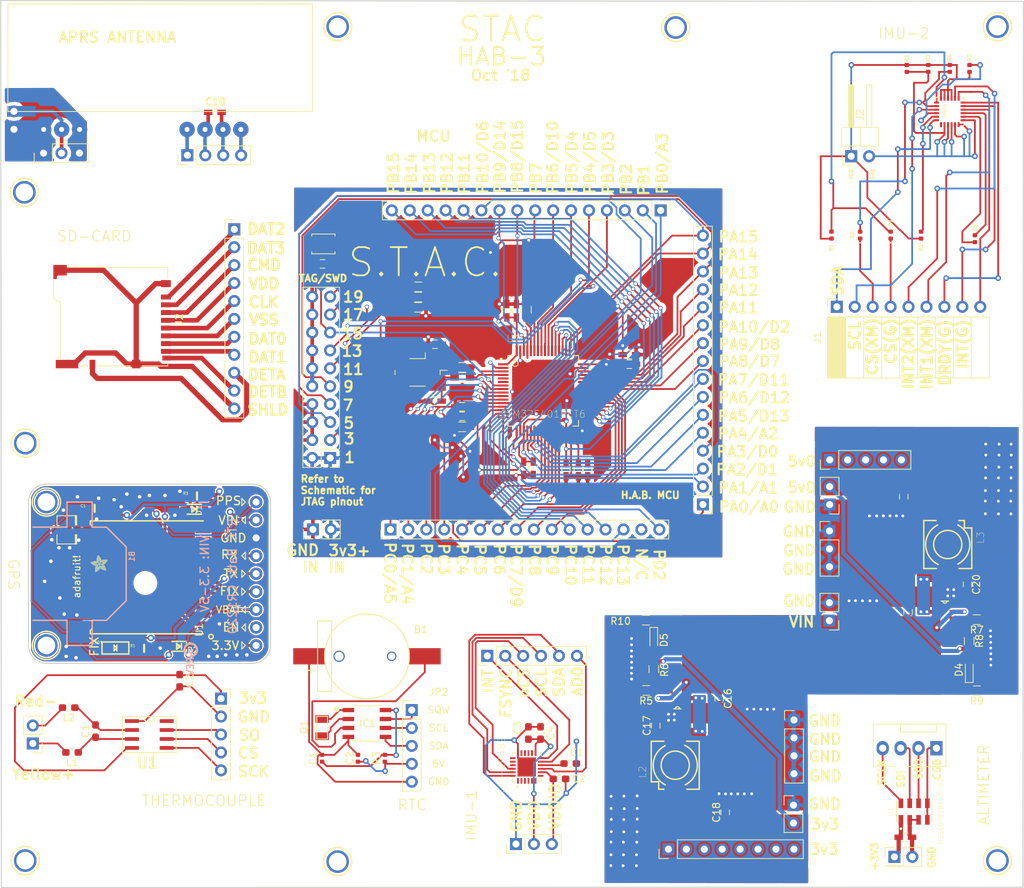
<source format=kicad_pcb>
(kicad_pcb (version 20171130) (host pcbnew 5.0.1-33cea8e~68~ubuntu16.04.1)
  (layers (0 F.Cu signal) (1 In1.Cu power) (2 In2.Cu power) (31 B.Cu signal) (34 B.Paste user) (35 F.Paste user) (36 B.SilkS user) (37 F.SilkS user) (38 B.Mask user) (39 F.Mask user) (44 Edge.Cuts user))
  (net 0 "")
  (net 1 "Net-(0k1-Pad1)")
  (net 2 "Net-(0k1-Pad2)")
  (net 3 "Net-(0k2-Pad1)")
  (net 4 "Net-(0k2-Pad2)")
  (net 5 GND)
  (net 6 +3.3VA)
  (net 7 +3V3)
  (net 8 "Net-(10k1-Pad2)")
  (net 9 "Net-(10k2-Pad2)")
  (net 10 "Net-(10k3-Pad2)")
  (net 11 "Net-(10k4-Pad1)")
  (net 12 RST)
  (net 13 PB4)
  (net 14 PA15)
  (net 15 PA13)
  (net 16 PA14)
  (net 17 PB3)
  (net 18 "Net-(J2-Pad1)")
  (net 19 "Net-(J2-Pad11)")
  (net 20 "Net-(J2-Pad9)")
  (net 21 "Net-(J2-Pad2)")
  (net 22 "Net-(J2-Pad3)")
  (net 23 "Net-(J2-Pad4)")
  (net 24 "Net-(J2-Pad5)")
  (net 25 "Net-(J2-Pad6)")
  (net 26 "Net-(J2-Pad7)")
  (net 27 "Net-(J2-Pad8)")
  (net 28 "Net-(J2-Pad10)")
  (net 29 PA0)
  (net 30 PA1)
  (net 31 PA2)
  (net 32 PA3)
  (net 33 PA4)
  (net 34 PA5)
  (net 35 PA6)
  (net 36 PA7)
  (net 37 PA8)
  (net 38 PA9)
  (net 39 PA10)
  (net 40 PA11)
  (net 41 PA12)
  (net 42 PB0)
  (net 43 PB1)
  (net 44 PB2)
  (net 45 PB5)
  (net 46 PB6)
  (net 47 PB7)
  (net 48 PB8)
  (net 49 PB9)
  (net 50 PB10)
  (net 51 PB12)
  (net 52 PB13)
  (net 53 PB14)
  (net 54 PB15)
  (net 55 PC0)
  (net 56 PC1)
  (net 57 PC2)
  (net 58 PC3)
  (net 59 PC4)
  (net 60 PC5)
  (net 61 PC6)
  (net 62 PC7)
  (net 63 PC8)
  (net 64 PC9)
  (net 65 PC10)
  (net 66 PC11)
  (net 67 PC12)
  (net 68 PC13)
  (net 69 "Net-(J5-Pad15)")
  (net 70 PD2)
  (net 71 "Net-(Y1-Pad2)")
  (net 72 "Net-(Y1-Pad3)")
  (net 73 "Net-(U1-Pad5)")
  (net 74 "Net-(U1-Pad6)")
  (net 75 PB11)
  (net 76 "Net-(C16-Pad1)")
  (net 77 "Net-(C16-Pad2)")
  (net 78 "Net-(C17-Pad1)")
  (net 79 "Net-(C17-Pad2)")
  (net 80 "Net-(C18-Pad1)")
  (net 81 "Net-(C20-Pad1)")
  (net 82 "Net-(C20-Pad2)")
  (net 83 "Net-(C21-Pad1)")
  (net 84 "Net-(R5-Pad2)")
  (net 85 "Net-(R7-Pad2)")
  (net 86 "Net-(D4-Pad1)")
  (net 87 "Net-(D5-Pad1)")
  (net 88 /CSB)
  (net 89 /SDO)
  (net 90 /SDI)
  (net 91 /SCLK)
  (net 92 "Net-(C1-Pad1)")
  (net 93 VCC)
  (net 94 "Net-(IC1-Pad1)")
  (net 95 "Net-(IC1-Pad2)")
  (net 96 /SDA)
  (net 97 /SCL)
  (net 98 /SQW)
  (net 99 "Net-(B1-Pad2)")
  (net 100 "Net-(C3-Pad1)")
  (net 101 "Net-(C3-Pad2)")
  (net 102 "Net-(D1-Pad1)")
  (net 103 "Net-(D1-Pad2)")
  (net 104 "Net-(D2-Pad2)")
  (net 105 "Net-(D2-Pad1)")
  (net 106 "Net-(J1-Pad1)")
  (net 107 "Net-(J1-Pad2)")
  (net 108 "Net-(J1-Pad5)")
  (net 109 "Net-(J1-Pad6)")
  (net 110 "Net-(J1-Pad7)")
  (net 111 "Net-(J1-Pad8)")
  (net 112 "Net-(J1-Pad9)")
  (net 113 "Net-(R2-Pad2)")
  (net 114 "Net-(R3-Pad2)")
  (net 115 "Net-(C1-Pad2)")
  (net 116 "Net-(C2-Pad2)")
  (net 117 3.3V)
  (net 118 VIN)
  (net 119 "Net-(U1-PadP$20)")
  (net 120 "Net-(U1-PadP$18)")
  (net 121 "Net-(U1-PadP$17)")
  (net 122 "Net-(U1-PadP$16)")
  (net 123 "Net-(U1-PadP$15)")
  (net 124 "Net-(U1-PadP$14)")
  (net 125 /1PPS)
  (net 126 "Net-(U$20-PadP$3)")
  (net 127 /RX_3V)
  (net 128 /TX)
  (net 129 "Net-(U1-PadP$7)")
  (net 130 "Net-(U1-PadP$6)")
  (net 131 /FIX)
  (net 132 /VBACKUP)
  (net 133 "Net-(U1-PadP$2)")
  (net 134 /ENABLE)
  (net 135 "Net-(LED1-PadC)")
  (net 136 /RX)
  (net 137 "Net-(B1-Pad+$1)")
  (net 138 VDDIO)
  (net 139 VDD)
  (net 140 INT)
  (net 141 FSYNC)
  (net 142 nCS)
  (net 143 SCL)
  (net 144 SDA)
  (net 145 AD0)
  (net 146 /D4)
  (net 147 /D3)
  (module Capacitors_SMD:C_0603_HandSoldering (layer F.Cu) (at 186.25 146)
    (fp_text reference C1 hide)
    (fp_text value 100nF hide)
    (pad 1 smd rect (at -0.95 0) (size 1.2 0.75) (layers F.Cu F.Paste F.Mask) (net 7 +3V3))
    (pad 2 smd rect (at 0.95 0) (size 1.2 0.75) (layers F.Cu F.Paste F.Mask) (net 5 GND))
  )
  (module "Tracksoar v2 :RADIOMETRIX-HX1" (layer F.Cu) (at 80.65341 35.534861)
    (fp_text reference U$2 hide)
    (fp_text value RADIOMETRIX-HX1 hide)
    (pad RFGND2 thru_hole circle (at -16.51 10.16) (size 2.1844 2.1844) (drill 0.7) (layers *.Cu *.Mask) (net 5 GND))
    (pad 0V thru_hole circle (at 8.89 10.16) (size 2.1844 2.1844) (drill 0.7) (layers *.Cu *.Mask) (net 5 GND))
    (pad VCC thru_hole circle (at 6.35 10.16) (size 2.1844 2.1844) (drill 0.7) (layers *.Cu *.Mask) (net 93 VCC))
    (pad EN thru_hole circle (at 3.81 10.16) (size 2.1844 2.1844) (drill 0.7) (layers *.Cu *.Mask) (net 146 /D4))
    (pad TXD thru_hole circle (at 11.43 10.16) (size 2.1844 2.1844) (drill 0.7) (layers *.Cu *.Mask) (net 147 /D3))
    (pad GND thru_hole circle (at -11.43 10.16) (size 2.1844 2.1844) (drill 0.7) (layers *.Cu *.Mask) (net 5 GND))
    (pad RFOUT thru_hole circle (at -13.97 10.16) (size 2.1844 2.1844) (drill 0.7) (layers *.Cu *.Mask) (net 13 PB4))
  )
  (module Connector:FanPinHeader_1x04_P2.54mm_Vertical (layer F.Cu) (at 190.654203 133.373068 180)
    (fp_text reference "" hide)
    (fp_text value "" hide)
    (pad 1 thru_hole rect (at 0 0 270) (size 2.03 1.73) (drill 1.02) (layers *.Cu *.Mask) (net 88 /CSB))
    (pad 2 thru_hole oval (at 2.54 0 270) (size 2.03 1.73) (drill 1.02) (layers *.Cu *.Mask) (net 89 /SDO))
    (pad 3 thru_hole oval (at 5.08 0 270) (size 2.03 1.73) (drill 1.02) (layers *.Cu *.Mask) (net 90 /SDI))
    (pad 4 thru_hole oval (at 7.62 0 270) (size 2.03 1.73) (drill 1.02) (layers *.Cu *.Mask) (net 91 /SCLK))
    (pad "" np_thru_hole circle (at 5.08 -2.16 270) (size 1.1 1.1) (drill 1.1) (layers *.Cu *.Mask))
  )
  (module "Adafruit Ultimate GPS:MOUNTINGHOLE_2.5_PLATED" (layer F.Cu) (at 61.525 149.3)
    (fp_text reference U$8 hide)
    (fp_text value MOUNTINGHOLE2.5 hide)
    (pad P$1 thru_hole circle (at 0 0) (size 3.2 3.2) (drill 2.5) (layers *.Cu *.Mask))
  )
  (module "Adafruit Ultimate GPS:MOUNTINGHOLE_2.5_PLATED" (layer F.Cu) (at 61.525 90.15)
    (fp_text reference U$8 hide)
    (fp_text value MOUNTINGHOLE2.5 hide)
    (pad P$1 thru_hole circle (at 0 0) (size 3.2 3.2) (drill 2.5) (layers *.Cu *.Mask))
  )
  (module "Adafruit Ultimate GPS:MOUNTINGHOLE_2.5_PLATED" (layer F.Cu) (at 153.7 31.25)
    (fp_text reference U$8 hide)
    (fp_text value MOUNTINGHOLE2.5 hide)
    (pad P$1 thru_hole circle (at 0 0) (size 3.2 3.2) (drill 2.5) (layers *.Cu *.Mask))
  )
  (module "Adafruit Ultimate GPS:MOUNTINGHOLE_2.5_PLATED" (layer F.Cu) (at 105.8 31.125)
    (fp_text reference U$8 hide)
    (fp_text value MOUNTINGHOLE2.5 hide)
    (pad P$1 thru_hole circle (at 0 0) (size 3.2 3.2) (drill 2.5) (layers *.Cu *.Mask))
  )
  (module "Adafruit Ultimate GPS:MOUNTINGHOLE_2.5_PLATED" (layer F.Cu) (at 105.8 149.45)
    (fp_text reference U$8 hide)
    (fp_text value MOUNTINGHOLE2.5 hide)
    (pad P$1 thru_hole circle (at 0 0) (size 3.2 3.2) (drill 2.5) (layers *.Cu *.Mask))
  )
  (module "Adafruit Ultimate GPS:MOUNTINGHOLE_2.5_PLATED" (layer F.Cu) (at 61.4 54.6)
    (fp_text reference U$9 hide)
    (fp_text value MOUNTINGHOLE2.5 hide)
    (pad P$1 thru_hole circle (at 0 0) (size 3.2 3.2) (drill 2.5) (layers *.Cu *.Mask))
  )
  (module "Adafruit Ultimate GPS:MOUNTINGHOLE_2.5_PLATED" (layer F.Cu) (at 199.3 31.125)
    (fp_text reference U$9 hide)
    (fp_text value MOUNTINGHOLE2.5 hide)
    (pad P$1 thru_hole circle (at 0 0) (size 3.2 3.2) (drill 2.5) (layers *.Cu *.Mask))
  )
  (module "Adafruit Ultimate GPS:MOUNTINGHOLE_2.5_PLATED" (layer F.Cu) (at 199.3 149.3)
    (fp_text reference U$8 hide)
    (fp_text value MOUNTINGHOLE2.5 hide)
    (pad P$1 thru_hole circle (at 0 0) (size 3.2 3.2) (drill 2.5) (layers *.Cu *.Mask))
  )
  (module Connectors_Card:Hirose_DM3BT-DSF-PEJS (layer F.Cu) (at 80.75544 69.44176 270)
    (fp_text reference J2 (at 3.2 -2.6 270) (layer F.SilkS))
    (fp_text value Micro_SD_Card_Det)
    (pad 1 smd rect (at 0 -0.7 270) (size 0.7 1.4) (layers F.Cu F.Paste F.Mask) (net 18 "Net-(J2-Pad1)"))
    (pad 11 smd rect (at -3.8 14.3 270) (size 1.5 1.9) (layers F.Cu F.Paste F.Mask) (net 19 "Net-(J2-Pad11)"))
    (pad 11 smd rect (at -1.9 -0.7 270) (size 1 1.4) (layers F.Cu F.Paste F.Mask) (net 19 "Net-(J2-Pad11)"))
    (pad 11 smd rect (at 9.5 3.5 270) (size 1.2 1.2) (layers F.Cu F.Paste F.Mask) (net 19 "Net-(J2-Pad11)"))
    (pad 11 smd rect (at 9.5 13.3 270) (size 1.2 3.2) (layers F.Cu F.Paste F.Mask) (net 19 "Net-(J2-Pad11)"))
    (pad 9 smd rect (at 8.65 -0.8 270) (size 0.7 1.2) (layers F.Cu F.Paste F.Mask) (net 20 "Net-(J2-Pad9)"))
    (pad 2 smd rect (at 1.1 -0.7 270) (size 0.7 1.4) (layers F.Cu F.Paste F.Mask) (net 21 "Net-(J2-Pad2)"))
    (pad 3 smd rect (at 2.2 -0.7 270) (size 0.7 1.4) (layers F.Cu F.Paste F.Mask) (net 22 "Net-(J2-Pad3)"))
    (pad 4 smd rect (at 3.3 -0.7 270) (size 0.7 1.4) (layers F.Cu F.Paste F.Mask) (net 23 "Net-(J2-Pad4)"))
    (pad 5 smd rect (at 4.4 -0.7 270) (size 0.7 1.4) (layers F.Cu F.Paste F.Mask) (net 24 "Net-(J2-Pad5)"))
    (pad 6 smd rect (at 5.5 -0.7 270) (size 0.7 1.4) (layers F.Cu F.Paste F.Mask) (net 25 "Net-(J2-Pad6)"))
    (pad 7 smd rect (at 6.6 -0.7 270) (size 0.7 1.4) (layers F.Cu F.Paste F.Mask) (net 26 "Net-(J2-Pad7)"))
    (pad 8 smd rect (at 7.7 -0.7 270) (size 0.7 1.4) (layers F.Cu F.Paste F.Mask) (net 27 "Net-(J2-Pad8)"))
    (pad 11 smd rect (at -2.8 15 270) (size 0.5 0.5) (layers F.Cu F.Paste F.Mask) (net 19 "Net-(J2-Pad11)"))
    (pad 10 smd rect (at 9.5 9.7 270) (size 1.2 0.8) (layers F.Cu F.Paste F.Mask) (net 28 "Net-(J2-Pad10)"))
    (pad 11 smd rect (at -3.05 14.75 315) (size 0.2 0.2) (layers F.Cu F.Paste F.Mask) (net 19 "Net-(J2-Pad11)"))
  )
  (module Pin_Headers:Pin_Header_Straight_1x11_Pitch2.54mm (layer F.Cu) (at 91.14648 59.8444)
    (fp_text reference J9 hide)
    (fp_text value Conn_01x11_Male hide)
    (pad 1 thru_hole rect (at 0 0) (size 1.7 1.7) (drill 1) (layers *.Cu *.Mask) (net 18 "Net-(J2-Pad1)"))
    (pad 2 thru_hole oval (at 0 2.54) (size 1.7 1.7) (drill 1) (layers *.Cu *.Mask) (net 21 "Net-(J2-Pad2)"))
    (pad 3 thru_hole oval (at 0 5.08) (size 1.7 1.7) (drill 1) (layers *.Cu *.Mask) (net 22 "Net-(J2-Pad3)"))
    (pad 4 thru_hole oval (at 0 7.62) (size 1.7 1.7) (drill 1) (layers *.Cu *.Mask) (net 23 "Net-(J2-Pad4)"))
    (pad 5 thru_hole oval (at 0 10.16) (size 1.7 1.7) (drill 1) (layers *.Cu *.Mask) (net 24 "Net-(J2-Pad5)"))
    (pad 6 thru_hole oval (at 0 12.7) (size 1.7 1.7) (drill 1) (layers *.Cu *.Mask) (net 25 "Net-(J2-Pad6)"))
    (pad 7 thru_hole oval (at 0 15.24) (size 1.7 1.7) (drill 1) (layers *.Cu *.Mask) (net 26 "Net-(J2-Pad7)"))
    (pad 8 thru_hole oval (at 0 17.78) (size 1.7 1.7) (drill 1) (layers *.Cu *.Mask) (net 27 "Net-(J2-Pad8)"))
    (pad 9 thru_hole oval (at 0 20.32) (size 1.7 1.7) (drill 1) (layers *.Cu *.Mask) (net 28 "Net-(J2-Pad10)"))
    (pad 10 thru_hole oval (at 0 22.86) (size 1.7 1.7) (drill 1) (layers *.Cu *.Mask) (net 20 "Net-(J2-Pad9)"))
    (pad 11 thru_hole oval (at 0 25.4) (size 1.7 1.7) (drill 1) (layers *.Cu *.Mask) (net 19 "Net-(J2-Pad11)"))
  )
  (module MS560702BA03-00:SON125P500X300X100-8N (layer F.Cu) (at 187.489203 142.358068 90)
    (fp_text reference U1 (at 0 -3.3333 90) (layer F.SilkS) (effects (font (size 0.641134 0.641134) (thickness 0.05))))
    (fp_text value MS560702BA03-00 (at 0 3.81 90) (layer F.SilkS) (effects (font (size 0.641908 0.641908) (thickness 0.05))))
    (pad 1 smd rect (at -1.175 -1.875 90) (size 1.36 0.65) (layers F.Cu F.Paste F.Mask) (net 7 +3V3))
    (pad 8 smd rect (at 1.175 -1.875 90) (size 1.36 0.65) (layers F.Cu F.Paste F.Mask) (net 91 /SCLK))
    (pad 2 smd rect (at -1.175 -0.625 90) (size 1.36 0.65) (layers F.Cu F.Paste F.Mask) (net 5 GND))
    (pad 3 smd rect (at -1.175 0.625 90) (size 1.36 0.65) (layers F.Cu F.Paste F.Mask) (net 5 GND))
    (pad 4 smd rect (at -1.175 1.875 90) (size 1.36 0.65) (layers F.Cu F.Paste F.Mask) (net 88 /CSB))
    (pad 5 smd rect (at 1.175 1.875 90) (size 1.36 0.65) (layers F.Cu F.Paste F.Mask) (net 88 /CSB))
    (pad 6 smd rect (at 1.175 0.625 90) (size 1.36 0.65) (layers F.Cu F.Paste F.Mask) (net 89 /SDO))
    (pad 7 smd rect (at 1.175 -0.625 90) (size 1.36 0.65) (layers F.Cu F.Paste F.Mask) (net 90 /SDI))
  )
  (module Connector_PinHeader_2.54mm:PinHeader_2x01_P2.54mm_Vertical (layer F.Cu) (at 184.694203 148.773068)
    (fp_text reference "" hide)
    (fp_text value "")
    (pad 1 thru_hole rect (at 0 0) (size 1.7 1.7) (drill 1) (layers *.Cu *.Mask) (net 7 +3V3))
    (pad 2 thru_hole oval (at 2.54 0) (size 1.7 1.7) (drill 1) (layers *.Cu *.Mask) (net 5 GND))
  )
  (module SOIC127P600X175-8N:SOIC127P600X175-8N (layer F.Cu) (at 109.95008 129.87456)
    (fp_text reference IC1 (at 0.09 0) (layer F.SilkS))
    (fp_text value RTC_PCF8523T)
    (pad 8 smd rect (at 2.63 -1.905) (size 1.65 0.61) (layers F.Cu F.Paste F.Mask) (net 92 "Net-(C1-Pad1)"))
    (pad 7 smd rect (at 2.63 -0.635) (size 1.65 0.61) (layers F.Cu F.Paste F.Mask) (net 98 /SQW))
    (pad 6 smd rect (at 2.63 0.635) (size 1.65 0.61) (layers F.Cu F.Paste F.Mask) (net 97 /SCL))
    (pad 5 smd rect (at 2.63 1.905) (size 1.65 0.61) (layers F.Cu F.Paste F.Mask) (net 96 /SDA))
    (pad 4 smd rect (at -2.63 1.905) (size 1.65 0.61) (layers F.Cu F.Paste F.Mask) (net 5 GND))
    (pad 3 smd rect (at -2.63 0.635) (size 1.65 0.61) (layers F.Cu F.Paste F.Mask) (net 99 "Net-(B1-Pad2)"))
    (pad 2 smd rect (at -2.63 -0.635) (size 1.65 0.61) (layers F.Cu F.Paste F.Mask) (net 95 "Net-(IC1-Pad2)"))
    (pad 1 smd rect (at -2.63 -1.905) (size 1.65 0.61) (layers F.Cu F.Paste F.Mask) (net 94 "Net-(IC1-Pad1)"))
  )
  (module Connector_PinHeader_2.54mm:PinHeader_1x05_P2.54mm_Vertical (layer F.Cu) (at 116.30008 127.96956)
    (fp_text reference JP2 (at 3.81 -2.54) (layer F.SilkS))
    (fp_text value HEADER-1X576MIL hide)
    (pad 5 thru_hole oval (at 0 10.16) (size 1.7 1.7) (drill 1) (layers *.Cu *.Mask) (net 5 GND))
    (pad 4 thru_hole oval (at 0 7.62) (size 1.7 1.7) (drill 1) (layers *.Cu *.Mask) (net 93 VCC))
    (pad 3 thru_hole oval (at 0 5.08) (size 1.7 1.7) (drill 1) (layers *.Cu *.Mask) (net 96 /SDA))
    (pad 2 thru_hole oval (at 0 2.54) (size 1.7 1.7) (drill 1) (layers *.Cu *.Mask) (net 97 /SCL))
    (pad 1 thru_hole rect (at 0 0) (size 1.7 1.7) (drill 1) (layers *.Cu *.Mask) (net 98 /SQW))
  )
  (module Capacitor_SMD:C_0402_1005Metric (layer F.Cu) (at 103.60008 134.80456 90)
    (fp_text reference C1 (at 0 -1.27 270) (layer F.SilkS))
    (fp_text value 10uF)
    (pad 2 smd roundrect (at 0.485 0 90) (size 0.59 0.64) (layers F.Cu F.Paste F.Mask) (net 5 GND))
    (pad 1 smd roundrect (at -0.485 0 90) (size 0.59 0.64) (layers F.Cu F.Paste F.Mask) (net 92 "Net-(C1-Pad1)"))
  )
  (module Capacitor_SMD:C_0402_1005Metric (layer F.Cu) (at 108.68008 134.80456 90)
    (fp_text reference C2 (at 0 -1.17 90) (layer F.SilkS))
    (fp_text value 10uF)
    (pad 1 smd roundrect (at -0.485 0 90) (size 0.59 0.64) (layers F.Cu F.Paste F.Mask) (net 93 VCC))
    (pad 2 smd roundrect (at 0.485 0 90) (size 0.59 0.64) (layers F.Cu F.Paste F.Mask) (net 5 GND))
  )
  (module XTAL320X150X90 (layer F.Cu) (at 103.60008 130.45876 270)
    (fp_text reference Q1 (at -0.0508 2.54 270) (layer F.SilkS) (effects (font (size 1.00058 1.00058))))
    (fp_text value 32.768KHz hide)
    (pad 2 smd rect (at 1.2192 0 270) (size 1.0922 1.905) (layers F.Cu F.Paste F.Mask) (net 95 "Net-(IC1-Pad2)"))
    (pad 1 smd rect (at -1.2192 0 270) (size 1.0922 1.905) (layers F.Cu F.Paste F.Mask) (net 94 "Net-(IC1-Pad1)"))
  )
  (module Resistor_SMD:R_0402_1005Metric (layer F.Cu) (at 112.49008 134.80456 90)
    (fp_text reference R3 (at 0 -1.17 270) (layer F.SilkS))
    (fp_text value 1K)
    (pad 2 smd roundrect (at 0.485 0 90) (size 0.59 0.64) (layers F.Cu F.Paste F.Mask) (net 92 "Net-(C1-Pad1)"))
    (pad 1 smd roundrect (at -0.485 0 90) (size 0.59 0.64) (layers F.Cu F.Paste F.Mask) (net 93 VCC))
  )
  (module Battery:S8411-45R (layer F.Cu) (at 109.95008 120.34956 270)
    (fp_text reference B1 (at -3.81 -7.62 180) (layer F.SilkS))
    (fp_text value CR1220)
    (fp_text user + (at 2 8 270) (layer F.SilkS))
    (pad "" np_thru_hole circle (at 0 -3.5 270) (size 1.35 1.35) (drill 1) (layers *.Cu *.Mask))
    (pad "" np_thru_hole circle (at 0 3.95 270) (size 1.6 1.6) (drill 1.25) (layers *.Cu *.Mask))
    (pad 2 smd rect (at 0 -8.2 270) (size 2.3 4.5) (layers F.Cu F.Paste F.Mask) (net 99 "Net-(B1-Pad2)"))
    (pad 1 smd rect (at 0 8.2 270) (size 2.3 4.5) (layers F.Cu F.Paste F.Mask) (net 5 GND))
  )
  (module Connector_PinHeader_2.54mm:PinHeader_1x02_P2.54mm_Horizontal (layer F.Cu) (at 178.57416 49.4917 90)
    (fp_text reference J2 (at 5.842 1.27 90) (layer F.SilkS))
    (fp_text value Conn_01x02_Female hide)
    (pad 2 thru_hole oval (at 0 2.54 90) (size 1.7 1.7) (drill 1) (layers *.Cu *.Mask) (net 92 "Net-(C1-Pad1)"))
    (pad 1 thru_hole rect (at 0 0 90) (size 1.7 1.7) (drill 1) (layers *.Cu *.Mask) (net 115 "Net-(C1-Pad2)"))
  )
  (module Capacitor_SMD:C_0402_1005Metric (layer F.Cu) (at 186.44816 37.0457 90)
    (fp_text reference C1 (at 1.524 0 90) (layer F.SilkS) (effects (font (size 0.5 0.5) (thickness 0.125))))
    (fp_text value 100nF)
    (pad 2 smd roundrect (at 0.485 0 90) (size 0.59 0.64) (layers F.Cu F.Paste F.Mask) (net 115 "Net-(C1-Pad2)"))
    (pad 1 smd roundrect (at -0.485 0 90) (size 0.59 0.64) (layers F.Cu F.Paste F.Mask) (net 92 "Net-(C1-Pad1)"))
  )
  (module Capacitor_SMD:C_0402_1005Metric (layer F.Cu) (at 189.49616 37.0457 90)
    (fp_text reference C2 (at 1.524 0 90) (layer F.SilkS) (effects (font (size 0.5 0.5) (thickness 0.125))))
    (fp_text value 10uF hide)
    (pad 1 smd roundrect (at -0.485 0 90) (size 0.59 0.64) (layers F.Cu F.Paste F.Mask) (net 92 "Net-(C1-Pad1)"))
    (pad 2 smd roundrect (at 0.485 0 90) (size 0.59 0.64) (layers F.Cu F.Paste F.Mask) (net 115 "Net-(C1-Pad2)"))
  )
  (module Capacitor_SMD:C_0402_1005Metric (layer F.Cu) (at 196.10016 61.1757 90)
    (fp_text reference C3 (at 1.524 0 90) (layer F.SilkS) (effects (font (size 0.5 0.5) (thickness 0.125))))
    (fp_text value 0.22uF)
    (pad 2 smd roundrect (at 0.485 0 90) (size 0.59 0.64) (layers F.Cu F.Paste F.Mask) (net 101 "Net-(C3-Pad2)"))
    (pad 1 smd roundrect (at -0.485 0 90) (size 0.59 0.64) (layers F.Cu F.Paste F.Mask) (net 100 "Net-(C3-Pad1)"))
  )
  (module Diode_SMD:D_0402_1005Metric (layer F.Cu) (at 184.16216 60.6677 90)
    (fp_text reference D1 (at 1.778 0 90) (layer F.SilkS) (effects (font (size 0.5 0.5) (thickness 0.125))))
    (fp_text value D_Small)
    (pad 2 smd roundrect (at 0.485 0 90) (size 0.59 0.64) (layers F.Cu F.Paste F.Mask) (net 103 "Net-(D1-Pad2)"))
    (pad 1 smd roundrect (at -0.485 0 90) (size 0.59 0.64) (layers F.Cu F.Paste F.Mask) (net 102 "Net-(D1-Pad1)"))
  )
  (module Diode_SMD:D_0402_1005Metric (layer F.Cu) (at 179.84416 60.6677 90)
    (fp_text reference D2 (at 0 -1.17 90) (layer F.SilkS) (effects (font (size 0.5 0.5) (thickness 0.125))))
    (fp_text value D_Small)
    (pad 1 smd roundrect (at -0.485 0 90) (size 0.59 0.64) (layers F.Cu F.Paste F.Mask) (net 105 "Net-(D2-Pad1)"))
    (pad 2 smd roundrect (at 0.485 0 90) (size 0.59 0.64) (layers F.Cu F.Paste F.Mask) (net 104 "Net-(D2-Pad2)"))
  )
  (module Connector_PinSocket_2.54mm:PinSocket_1x09_P2.54mm_Horizontal (layer F.Cu) (at 176.539161 70.826699 90)
    (fp_text reference J1 (at -4.38 -2.77 90) (layer F.SilkS))
    (fp_text value Conn_01x09_Female hide)
    (pad 9 thru_hole oval (at 0 20.32 90) (size 1.7 1.7) (drill 1) (layers *.Cu *.Mask) (net 112 "Net-(J1-Pad9)"))
    (pad 8 thru_hole oval (at 0 17.78 90) (size 1.7 1.7) (drill 1) (layers *.Cu *.Mask) (net 111 "Net-(J1-Pad8)"))
    (pad 7 thru_hole oval (at 0 15.24 90) (size 1.7 1.7) (drill 1) (layers *.Cu *.Mask) (net 110 "Net-(J1-Pad7)"))
    (pad 6 thru_hole oval (at 0 12.7 90) (size 1.7 1.7) (drill 1) (layers *.Cu *.Mask) (net 109 "Net-(J1-Pad6)"))
    (pad 5 thru_hole oval (at 0 10.16 90) (size 1.7 1.7) (drill 1) (layers *.Cu *.Mask) (net 108 "Net-(J1-Pad5)"))
    (pad 4 thru_hole oval (at 0 7.62 90) (size 1.7 1.7) (drill 1) (layers *.Cu *.Mask) (net 102 "Net-(D1-Pad1)"))
    (pad 3 thru_hole oval (at 0 5.08 90) (size 1.7 1.7) (drill 1) (layers *.Cu *.Mask) (net 105 "Net-(D2-Pad1)"))
    (pad 2 thru_hole oval (at 0 2.54 90) (size 1.7 1.7) (drill 1) (layers *.Cu *.Mask) (net 107 "Net-(J1-Pad2)"))
    (pad 1 thru_hole rect (at 0 0 90) (size 1.7 1.7) (drill 1) (layers *.Cu *.Mask) (net 106 "Net-(J1-Pad1)"))
  )
  (module Resistor_SMD:R_0402_1005Metric (layer F.Cu) (at 175.78016 60.6677 90)
    (fp_text reference R1 (at -1.778 0 90) (layer F.SilkS) (effects (font (size 0.5 0.5) (thickness 0.125))))
    (fp_text value 10k)
    (pad 2 smd roundrect (at 0.485 0 90) (size 0.59 0.64) (layers F.Cu F.Paste F.Mask) (net 103 "Net-(D1-Pad2)"))
    (pad 1 smd roundrect (at -0.485 0 90) (size 0.59 0.64) (layers F.Cu F.Paste F.Mask) (net 115 "Net-(C1-Pad2)"))
  )
  (module Resistor_SMD:R_0402_1005Metric (layer F.Cu) (at 195.33816 37.0457 90)
    (fp_text reference R2 (at 1.524 0 90) (layer F.SilkS) (effects (font (size 0.5 0.5) (thickness 0.125))))
    (fp_text value 10k)
    (pad 2 smd roundrect (at 0.485 0 90) (size 0.59 0.64) (layers F.Cu F.Paste F.Mask) (net 113 "Net-(R2-Pad2)"))
    (pad 1 smd roundrect (at -0.485 0 90) (size 0.59 0.64) (layers F.Cu F.Paste F.Mask) (net 115 "Net-(C1-Pad2)"))
  )
  (module Resistor_SMD:R_0402_1005Metric (layer F.Cu) (at 188.48016 60.6677 90)
    (fp_text reference R3 (at -1.778 0 90) (layer F.SilkS) (effects (font (size 0.5 0.5) (thickness 0.125))))
    (fp_text value 10k)
    (pad 1 smd roundrect (at -0.485 0 90) (size 0.59 0.64) (layers F.Cu F.Paste F.Mask) (net 115 "Net-(C1-Pad2)"))
    (pad 2 smd roundrect (at 0.485 0 90) (size 0.59 0.64) (layers F.Cu F.Paste F.Mask) (net 114 "Net-(R3-Pad2)"))
  )
  (module Resistor_SMD:R_0402_1005Metric (layer F.Cu) (at 192.54416 37.0457 90)
    (fp_text reference R4 (at 1.524 0 90) (layer F.SilkS) (effects (font (size 0.5 0.5) (thickness 0.125))))
    (fp_text value 10k)
    (pad 1 smd roundrect (at -0.485 0 90) (size 0.59 0.64) (layers F.Cu F.Paste F.Mask) (net 104 "Net-(D2-Pad2)"))
    (pad 2 smd roundrect (at 0.485 0 90) (size 0.59 0.64) (layers F.Cu F.Paste F.Mask) (net 115 "Net-(C1-Pad2)"))
  )
  (module LSM9DS04:LGA-24LSM (layer F.Cu) (at 192.54416 43.1417 90)
    (fp_text reference U1 (at 0 -1.016 90) (layer F.SilkS) (effects (font (size 0.32063 0.32063) (thickness 0.05))))
    (fp_text value LSM9DS0 (at 0 -0.636416 90) (layer F.SilkS) (effects (font (size 0.320714 0.320714) (thickness 0.05))))
    (pad 1 smd rect (at -1.875 -1.25 180) (size 0.29 0.7) (layers F.Cu F.Paste F.Mask))
    (pad 2 smd rect (at -1.875 -0.75 180) (size 0.29 0.7) (layers F.Cu F.Paste F.Mask) (net 92 "Net-(C1-Pad1)"))
    (pad 3 smd rect (at -1.875 -0.25 180) (size 0.29 0.7) (layers F.Cu F.Paste F.Mask) (net 92 "Net-(C1-Pad1)"))
    (pad 4 smd rect (at -1.875 0.25 180) (size 0.29 0.7) (layers F.Cu F.Paste F.Mask) (net 92 "Net-(C1-Pad1)"))
    (pad 5 smd rect (at -1.875 0.75 180) (size 0.29 0.7) (layers F.Cu F.Paste F.Mask) (net 92 "Net-(C1-Pad1)"))
    (pad 6 smd rect (at -1.875 1.25 180) (size 0.29 0.7) (layers F.Cu F.Paste F.Mask) (net 92 "Net-(C1-Pad1)"))
    (pad 7 smd rect (at -1.25 1.875 270) (size 0.29 0.7) (layers F.Cu F.Paste F.Mask) (net 92 "Net-(C1-Pad1)"))
    (pad 8 smd rect (at -0.75 1.875 270) (size 0.29 0.7) (layers F.Cu F.Paste F.Mask) (net 100 "Net-(C3-Pad1)"))
    (pad 9 smd rect (at -0.25 1.875 270) (size 0.29 0.7) (layers F.Cu F.Paste F.Mask) (net 101 "Net-(C3-Pad2)"))
    (pad 10 smd rect (at 0.25 1.875 270) (size 0.29 0.7) (layers F.Cu F.Paste F.Mask) (net 112 "Net-(J1-Pad9)"))
    (pad 11 smd rect (at 0.75 1.875 270) (size 0.29 0.7) (layers F.Cu F.Paste F.Mask) (net 111 "Net-(J1-Pad8)"))
    (pad 12 smd rect (at 1.25 1.875 270) (size 0.29 0.7) (layers F.Cu F.Paste F.Mask) (net 110 "Net-(J1-Pad7)"))
    (pad 13 smd rect (at 1.875 1.25) (size 0.29 0.7) (layers F.Cu F.Paste F.Mask) (net 109 "Net-(J1-Pad6)"))
    (pad 14 smd rect (at 1.875 0.75) (size 0.29 0.7) (layers F.Cu F.Paste F.Mask) (net 108 "Net-(J1-Pad5)"))
    (pad 15 smd rect (at 1.875 0.25) (size 0.29 0.7) (layers F.Cu F.Paste F.Mask) (net 115 "Net-(C1-Pad2)"))
    (pad 16 smd rect (at 1.875 -0.25) (size 0.29 0.7) (layers F.Cu F.Paste F.Mask) (net 115 "Net-(C1-Pad2)"))
    (pad 17 smd rect (at 1.875 -0.75) (size 0.29 0.7) (layers F.Cu F.Paste F.Mask) (net 115 "Net-(C1-Pad2)"))
    (pad 18 smd rect (at 1.875 -1.25) (size 0.29 0.7) (layers F.Cu F.Paste F.Mask) (net 115 "Net-(C1-Pad2)"))
    (pad 19 smd rect (at 1.25 -1.875 90) (size 0.29 0.7) (layers F.Cu F.Paste F.Mask) (net 103 "Net-(D1-Pad2)"))
    (pad 20 smd rect (at 0.75 -1.875 90) (size 0.29 0.7) (layers F.Cu F.Paste F.Mask) (net 104 "Net-(D2-Pad2)"))
    (pad 21 smd rect (at 0.25 -1.875 90) (size 0.29 0.7) (layers F.Cu F.Paste F.Mask) (net 107 "Net-(J1-Pad2)"))
    (pad 22 smd rect (at -0.25 -1.875 90) (size 0.29 0.7) (layers F.Cu F.Paste F.Mask) (net 113 "Net-(R2-Pad2)"))
    (pad 23 smd rect (at -0.75 -1.875 90) (size 0.29 0.7) (layers F.Cu F.Paste F.Mask) (net 114 "Net-(R3-Pad2)"))
    (pad 24 smd rect (at -1.25 -1.875 90) (size 0.29 0.7) (layers F.Cu F.Paste F.Mask) (net 106 "Net-(J1-Pad1)"))
  )
  (module Capacitor_SMD:C_0603_1608Metric_Pad1.05x0.95mm_HandSolder (layer F.Cu) (at 138.75 135.55 180)
    (fp_text reference C1 (at -0.925 1.575 180) (layer F.SilkS))
    (fp_text value 10nF hide)
    (pad 1 smd roundrect (at -0.875 0 180) (size 1.05 0.95) (layers F.Cu F.Paste F.Mask) (net 5 GND))
    (pad 2 smd roundrect (at 0.875 0 180) (size 1.05 0.95) (layers F.Cu F.Paste F.Mask) (net 115 "Net-(C1-Pad2)"))
  )
  (module Capacitor_SMD:C_0603_1608Metric_Pad1.05x0.95mm_HandSolder (layer F.Cu) (at 137.225 137.725)
    (fp_text reference C2 (at 2.725 -0.025) (layer F.SilkS))
    (fp_text value 10nF hide)
    (pad 2 smd roundrect (at 0.875 0) (size 1.05 0.95) (layers F.Cu F.Paste F.Mask) (net 5 GND))
    (pad 1 smd roundrect (at -0.875 0) (size 1.05 0.95) (layers F.Cu F.Paste F.Mask) (net 138 VDDIO))
  )
  (module Capacitor_SMD:C_0603_1608Metric_Pad1.05x0.95mm_HandSolder (layer F.Cu) (at 132.825 131.225 270)
    (fp_text reference C3 (at -0.75 1.475 270) (layer F.SilkS))
    (fp_text value 2.2uF hide)
    (pad 1 smd roundrect (at -0.875 0 270) (size 1.05 0.95) (layers F.Cu F.Paste F.Mask) (net 5 GND))
    (pad 2 smd roundrect (at 0.875 0 270) (size 1.05 0.95) (layers F.Cu F.Paste F.Mask) (net 139 VDD))
  )
  (module Capacitor_SMD:C_0603_1608Metric_Pad1.05x0.95mm_HandSolder (layer F.Cu) (at 134.55 131.225 270)
    (fp_text reference C4 (at 0 -1.43 270) (layer F.SilkS))
    (fp_text value CAP hide)
    (pad 2 smd roundrect (at 0.875 0 270) (size 1.05 0.95) (layers F.Cu F.Paste F.Mask) (net 139 VDD))
    (pad 1 smd roundrect (at -0.875 0 270) (size 1.05 0.95) (layers F.Cu F.Paste F.Mask) (net 5 GND))
  )
  (module Connector_PinHeader_2.54mm:PinHeader_1x03_P2.54mm_Vertical (layer F.Cu) (at 131.068 146.959 90)
    (fp_text reference J1 hide)
    (fp_text value Conn_01x03_Male hide)
    (pad 1 thru_hole rect (at 0 0 90) (size 1.7 1.7) (drill 1) (layers *.Cu *.Mask) (net 5 GND))
    (pad 2 thru_hole oval (at 0 2.54 90) (size 1.7 1.7) (drill 1) (layers *.Cu *.Mask) (net 139 VDD))
    (pad 3 thru_hole oval (at 0 5.08 90) (size 1.7 1.7) (drill 1) (layers *.Cu *.Mask) (net 138 VDDIO))
  )
  (module Connector_PinHeader_2.54mm:PinHeader_1x06_P2.54mm_Vertical (layer F.Cu) (at 127.004 120.289 90)
    (fp_text reference J2 hide)
    (fp_text value Conn_01x06_Male hide)
    (pad 1 thru_hole rect (at 0 0 90) (size 1.7 1.7) (drill 1) (layers *.Cu *.Mask) (net 140 INT))
    (pad 2 thru_hole oval (at 0 2.54 90) (size 1.7 1.7) (drill 1) (layers *.Cu *.Mask) (net 141 FSYNC))
    (pad 3 thru_hole oval (at 0 5.08 90) (size 1.7 1.7) (drill 1) (layers *.Cu *.Mask) (net 142 nCS))
    (pad 4 thru_hole oval (at 0 7.62 90) (size 1.7 1.7) (drill 1) (layers *.Cu *.Mask) (net 143 SCL))
    (pad 5 thru_hole oval (at 0 10.16 90) (size 1.7 1.7) (drill 1) (layers *.Cu *.Mask) (net 144 SDA))
    (pad 6 thru_hole oval (at 0 12.7 90) (size 1.7 1.7) (drill 1) (layers *.Cu *.Mask) (net 145 AD0))
  )
  (module QFN50P400X400X95-25N (layer F.Cu) (at 132.592 136.037 90)
    (fp_text reference U1 hide)
    (fp_text value ICM-20689 (at 0.037 -3.592 90) (layer F.SilkS) (effects (font (size 1.0005 1.0005) (thickness 0.05))))
    (pad 1 smd rect (at -1.97 -1.25 90) (size 0.79 0.26) (layers F.Cu F.Paste F.Mask))
    (pad 2 smd rect (at -1.97 -0.75 90) (size 0.79 0.26) (layers F.Cu F.Paste F.Mask))
    (pad 3 smd rect (at -1.97 -0.25 90) (size 0.79 0.26) (layers F.Cu F.Paste F.Mask))
    (pad 4 smd rect (at -1.97 0.25 90) (size 0.79 0.26) (layers F.Cu F.Paste F.Mask))
    (pad 5 smd rect (at -1.97 0.75 90) (size 0.79 0.26) (layers F.Cu F.Paste F.Mask))
    (pad 6 smd rect (at -1.97 1.25 90) (size 0.79 0.26) (layers F.Cu F.Paste F.Mask))
    (pad 7 smd rect (at -1.25 1.97 180) (size 0.79 0.26) (layers F.Cu F.Paste F.Mask))
    (pad 8 smd rect (at -0.75 1.97 180) (size 0.79 0.26) (layers F.Cu F.Paste F.Mask) (net 138 VDDIO))
    (pad 9 smd rect (at -0.25 1.97 180) (size 0.79 0.26) (layers F.Cu F.Paste F.Mask) (net 145 AD0))
    (pad 10 smd rect (at 0.25 1.97 180) (size 0.79 0.26) (layers F.Cu F.Paste F.Mask) (net 115 "Net-(C1-Pad2)"))
    (pad 11 smd rect (at 0.75 1.97 180) (size 0.79 0.26) (layers F.Cu F.Paste F.Mask) (net 141 FSYNC))
    (pad 12 smd rect (at 1.25 1.97 180) (size 0.79 0.26) (layers F.Cu F.Paste F.Mask) (net 140 INT))
    (pad 13 smd rect (at 1.97 1.25 270) (size 0.79 0.26) (layers F.Cu F.Paste F.Mask) (net 139 VDD))
    (pad 14 smd rect (at 1.97 0.75 270) (size 0.79 0.26) (layers F.Cu F.Paste F.Mask))
    (pad 15 smd rect (at 1.97 0.25 270) (size 0.79 0.26) (layers F.Cu F.Paste F.Mask))
    (pad 16 smd rect (at 1.97 -0.25 270) (size 0.79 0.26) (layers F.Cu F.Paste F.Mask))
    (pad 17 smd rect (at 1.97 -0.75 270) (size 0.79 0.26) (layers F.Cu F.Paste F.Mask))
    (pad 18 smd rect (at 1.97 -1.25 270) (size 0.79 0.26) (layers F.Cu F.Paste F.Mask) (net 5 GND))
    (pad 19 smd rect (at 1.25 -1.97) (size 0.79 0.26) (layers F.Cu F.Paste F.Mask))
    (pad 20 smd rect (at 0.75 -1.97) (size 0.79 0.26) (layers F.Cu F.Paste F.Mask))
    (pad 21 smd rect (at 0.25 -1.97) (size 0.79 0.26) (layers F.Cu F.Paste F.Mask))
    (pad 22 smd rect (at -0.25 -1.97) (size 0.79 0.26) (layers F.Cu F.Paste F.Mask) (net 142 nCS))
    (pad 23 smd rect (at -0.75 -1.97) (size 0.79 0.26) (layers F.Cu F.Paste F.Mask) (net 143 SCL))
    (pad 24 smd rect (at -1.25 -1.97) (size 0.79 0.26) (layers F.Cu F.Paste F.Mask) (net 144 SDA))
    (pad 25 smd rect (at 0 0 90) (size 2.7 2.6) (layers F.Cu F.Paste F.Mask) (net 5 GND))
  )
  (module "Tracksoar v2 :SMA-EDGE" (layer B.Cu) (at 60.96841 45.669461 90)
    (fp_text reference J$1 hide)
    (fp_text value SMA_EDGE hide)
    (pad GND@3 smd rect (at 5.08 0 90) (size 1.524 4.064) (layers F.Cu F.Paste F.Mask) (net 5 GND))
    (pad GND@2 smd rect (at 0 0 90) (size 1.524 4.064) (layers F.Cu F.Paste F.Mask) (net 5 GND))
    (pad GND@1 smd rect (at 5.08 0 90) (size 1.524 4.064) (layers B.Cu B.Mask) (net 5 GND))
    (pad SIG smd rect (at 2.54 0 90) (size 1.524 4.064) (layers B.Cu B.Mask) (net 13 PB4))
    (pad GND@0 smd rect (at 0 0 90) (size 1.524 4.064) (layers B.Cu B.Mask) (net 5 GND))
  )
  (module Pin_Headers:Pin_Header_Straight_1x03_Pitch2.54mm (layer F.Cu) (at 64.125 49.05 90)
    (fp_text reference REF** hide)
    (fp_text value Pin_Header_Straight_1x03_Pitch2.54mm hide)
    (pad 1 thru_hole rect (at 0 0 90) (size 1.7 1.7) (drill 1) (layers *.Cu *.Mask) (net 5 GND))
    (pad 2 thru_hole oval (at 0 2.54 90) (size 1.7 1.7) (drill 1) (layers *.Cu *.Mask) (net 13 PB4))
    (pad 3 thru_hole oval (at 0 5.08 90) (size 1.7 1.7) (drill 1) (layers *.Cu *.Mask) (net 5 GND))
  )
  (module Pin_Headers:Pin_Header_Straight_1x04_Pitch2.54mm (layer F.Cu) (at 84.5 49.35 90)
    (fp_text reference REF** hide)
    (fp_text value Pin_Header_Straight_1x04_Pitch2.54mm hide)
    (pad 1 thru_hole rect (at 0 0 90) (size 1.7 1.7) (drill 1) (layers *.Cu *.Mask) (net 146 /D4))
    (pad 2 thru_hole oval (at 0 2.54 90) (size 1.7 1.7) (drill 1) (layers *.Cu *.Mask) (net 93 VCC))
    (pad 3 thru_hole oval (at 0 5.08 90) (size 1.7 1.7) (drill 1) (layers *.Cu *.Mask) (net 5 GND))
    (pad 4 thru_hole oval (at 0 7.62 90) (size 1.7 1.7) (drill 1) (layers *.Cu *.Mask) (net 147 /D3))
  )
  (module "Adafruit Ultimate GPS:FGPMMOPA6H" (layer F.Cu) (at 78.751015 109.164309 180)
    (fp_text reference U1 (at -8 -8.5 90) (layer F.SilkS) (effects (font (size 0.9652 0.9652) (thickness 0.14478)) (justify left bottom)))
    (fp_text value FGPMMOPA6H)
    (pad "" np_thru_hole circle (at 0.2 -0.8 180) (size 3 3) (drill 3) (layers *.Cu))
    (pad P$20 smd rect (at 8 -6.75) (size 2 1) (layers F.Cu F.Paste F.Mask) (net 119 "Net-(U1-PadP$20)"))
    (pad P$19 smd rect (at 8 -5.25) (size 2 1) (layers F.Cu F.Paste F.Mask) (net 5 GND))
    (pad P$18 smd rect (at 8 -3.75) (size 2 1) (layers F.Cu F.Paste F.Mask) (net 120 "Net-(U1-PadP$18)"))
    (pad P$17 smd rect (at 8 -2.25) (size 2 1) (layers F.Cu F.Paste F.Mask) (net 121 "Net-(U1-PadP$17)"))
    (pad P$16 smd rect (at 8 -0.75) (size 2 1) (layers F.Cu F.Paste F.Mask) (net 122 "Net-(U1-PadP$16)"))
    (pad P$15 smd rect (at 8 0.75) (size 2 1) (layers F.Cu F.Paste F.Mask) (net 123 "Net-(U1-PadP$15)"))
    (pad P$14 smd rect (at 8 2.25) (size 2 1) (layers F.Cu F.Paste F.Mask) (net 124 "Net-(U1-PadP$14)"))
    (pad P$13 smd rect (at 8 3.75) (size 2 1) (layers F.Cu F.Paste F.Mask) (net 125 /1PPS))
    (pad P$12 smd rect (at 8 5.25) (size 2 1) (layers F.Cu F.Paste F.Mask) (net 5 GND))
    (pad P$11 smd rect (at 8 6.75) (size 2 1) (layers F.Cu F.Paste F.Mask) (net 126 "Net-(U$20-PadP$3)"))
    (pad P$10 smd rect (at -8 6.75 180) (size 2 1) (layers F.Cu F.Paste F.Mask) (net 127 /RX_3V))
    (pad P$9 smd rect (at -8 5.25 180) (size 2 1) (layers F.Cu F.Paste F.Mask) (net 128 /TX))
    (pad P$8 smd rect (at -8 3.75 180) (size 2 1) (layers F.Cu F.Paste F.Mask) (net 5 GND))
    (pad P$7 smd rect (at -8 2.25 180) (size 2 1) (layers F.Cu F.Paste F.Mask) (net 129 "Net-(U1-PadP$7)"))
    (pad P$6 smd rect (at -8 0.75 180) (size 2 1) (layers F.Cu F.Paste F.Mask) (net 130 "Net-(U1-PadP$6)"))
    (pad P$5 smd rect (at -8 -0.75 180) (size 2 1) (layers F.Cu F.Paste F.Mask) (net 131 /FIX))
    (pad P$4 smd rect (at -8 -2.25 180) (size 2 1) (layers F.Cu F.Paste F.Mask) (net 132 /VBACKUP))
    (pad P$3 smd rect (at -8 -3.75 180) (size 2 1) (layers F.Cu F.Paste F.Mask) (net 5 GND))
    (pad P$2 smd rect (at -8 -5.25 180) (size 2 1) (layers F.Cu F.Paste F.Mask) (net 133 "Net-(U1-PadP$2)"))
    (pad P$1 smd rect (at -8 -6.75 180) (size 2 1) (layers F.Cu F.Paste F.Mask) (net 117 3.3V))
  )
  (module "Adafruit Ultimate GPS:CHIPLED_0805" (layer F.Cu) (at 74.306015 119.173309 270)
    (fp_text reference LED1 (at -1.016 1.778 180) (layer F.SilkS) (effects (font (size 0.38608 0.38608) (thickness 0.057912)) (justify right top)))
    (fp_text value RED)
    (pad A smd rect (at 0 1.05 270) (size 1.2 1.2) (layers F.Cu F.Paste F.Mask) (net 131 /FIX))
    (pad C smd rect (at 0 -1.05 270) (size 1.2 1.2) (layers F.Cu F.Paste F.Mask) (net 135 "Net-(LED1-PadC)"))
  )
  (module "Adafruit Ultimate GPS:0805-NO" (layer F.Cu) (at 78.370015 119.221309 180)
    (fp_text reference R1 (at 2.032 0.127 180) (layer F.SilkS) (effects (font (size 0.38608 0.38608) (thickness 0.057912)) (justify left bottom)))
    (fp_text value 1K)
    (pad 2 smd rect (at 0.95 0 180) (size 1.24 1.5) (layers F.Cu F.Paste F.Mask) (net 135 "Net-(LED1-PadC)"))
    (pad 1 smd rect (at -0.95 0 180) (size 1.24 1.5) (layers F.Cu F.Paste F.Mask) (net 5 GND))
  )
  (module "Adafruit Ultimate GPS:0805-NO" (layer F.Cu) (at 71.361015 99.385309 180)
    (fp_text reference C1 (at 2.032 0.127 180) (layer F.SilkS) (effects (font (size 0.38608 0.38608) (thickness 0.057912)) (justify left bottom)))
    (fp_text value 0.1uF)
    (pad 2 smd rect (at 0.95 0 180) (size 1.24 1.5) (layers F.Cu F.Paste F.Mask) (net 5 GND))
    (pad 1 smd rect (at -0.95 0 180) (size 1.24 1.5) (layers F.Cu F.Paste F.Mask) (net 117 3.3V))
  )
  (module "Adafruit Ultimate GPS:MOUNTINGHOLE_2.5_PLATED" (layer F.Cu) (at 64.527015 118.816309 90)
    (fp_text reference U$8 hide)
    (fp_text value MOUNTINGHOLE2.5 hide)
    (pad P$1 thru_hole circle (at 0 0 90) (size 3.2 3.2) (drill 2.5) (layers *.Cu *.Mask))
  )
  (module "Adafruit Ultimate GPS:MOUNTINGHOLE_2.5_PLATED" (layer F.Cu) (at 64.527015 98.496309 90)
    (fp_text reference U$9 hide)
    (fp_text value MOUNTINGHOLE2.5 hide)
    (pad P$1 thru_hole circle (at 0 0 90) (size 3.2 3.2) (drill 2.5) (layers *.Cu *.Mask))
  )
  (module "Adafruit Ultimate GPS:SOD-323" (layer F.Cu) (at 85.482015 99.512309 180)
    (fp_text reference D1 (at -1.1 -1 90) (layer F.SilkS) (effects (font (size 0.77216 0.77216) (thickness 0.115824)) (justify left bottom)))
    (fp_text value 1N4148)
    (pad A smd rect (at 1.27 0 180) (size 1.35 0.8) (layers F.Cu F.Paste F.Mask) (net 127 /RX_3V))
    (pad C smd rect (at -1.27 0 180) (size 1.35 0.8) (layers F.Cu F.Paste F.Mask) (net 136 /RX))
  )
  (module "Adafruit Ultimate GPS:0805-NO" (layer F.Cu) (at 85.863015 97.631309 180)
    (fp_text reference R3 (at 2.032 0.127 180) (layer F.SilkS) (effects (font (size 0.38608 0.38608) (thickness 0.057912)) (justify left bottom)))
    (fp_text value 10K)
    (pad 2 smd rect (at 0.95 0 180) (size 1.24 1.5) (layers F.Cu F.Paste F.Mask) (net 127 /RX_3V))
    (pad 1 smd rect (at -0.95 0 180) (size 1.24 1.5) (layers F.Cu F.Paste F.Mask) (net 117 3.3V))
  )
  (module "Adafruit Ultimate GPS:CR1220" (layer B.Cu) (at 69.226015 108.656309 270)
    (fp_text reference B1 (at -3.302 -7.86 270) (layer B.SilkS) (effects (font (size 0.77216 0.77216) (thickness 0.146304)) (justify left bottom mirror)))
    (fp_text value CR1220)
    (pad +$2 smd rect (at 8.2254 0 270) (size 3.2 3.2) (layers B.Cu B.Paste B.Mask) (net 137 "Net-(B1-Pad+$1)"))
    (pad +$1 smd rect (at -8.2254 0 270) (size 3.2 3.2) (layers B.Cu B.Paste B.Mask) (net 137 "Net-(B1-Pad+$1)"))
    (pad - smd roundrect (at 0 0 270) (size 6.35 6.35) (layers B.Cu B.Mask) (roundrect_rratio 0.5) (net 5 GND))
  )
  (module "Adafruit Ultimate GPS:FIDUCIAL_1MM" (layer F.Cu) (at 67.511515 97.226309 90)
    (fp_text reference FID1 hide)
    (fp_text value FIDUCIAL"" hide)
    (pad 1 smd roundrect (at 0 0 90) (size 1 1) (layers F.Cu F.Mask) (roundrect_rratio 0.5))
  )
  (module "Adafruit Ultimate GPS:FIDUCIAL_1MM" (layer F.Cu) (at 86.643515 119.301309 90)
    (fp_text reference FID2 hide)
    (fp_text value FIDUCIAL"" hide)
    (pad 1 smd roundrect (at 0 0 90) (size 1 1) (layers F.Cu F.Mask) (roundrect_rratio 0.5))
  )
  (module "Adafruit Ultimate GPS:ADAFRUIT_2.5MM" (layer F.Cu) (at 73.212015 108.437809 90)
    (fp_text reference U$15 hide)
    (fp_text value "" hide)
  )
  (module "Adafruit Ultimate GPS:U.FL" (layer F.Cu) (at 67.321015 102.433309)
    (fp_text reference U$20 hide)
    (fp_text value U.FL hide)
    (pad P$4 smd rect (at -1.525 0) (size 1.05 1) (layers F.Cu F.Paste F.Mask))
    (pad P$3 smd rect (at 1.525 0) (size 1.05 1) (layers F.Cu F.Paste F.Mask) (net 126 "Net-(U$20-PadP$3)"))
    (pad P$2 smd rect (at 0 1.375) (size 2.2 0.85) (layers F.Cu F.Paste F.Mask) (net 5 GND))
    (pad P$1 smd rect (at 0 -1.375) (size 2.2 0.85) (layers F.Cu F.Paste F.Mask) (net 5 GND))
  )
  (module "Adafruit Ultimate GPS:1X09_ROUND_70" (layer F.Cu) (at 94.245015 108.656309 270)
    (fp_text reference JP1 hide)
    (fp_text value HEADER-1X970MIL)
    (pad 9 thru_hole circle (at 10.16 0) (size 1.778 1.778) (drill 1) (layers *.Cu *.Mask) (net 117 3.3V))
    (pad 8 thru_hole circle (at 7.62 0) (size 1.778 1.778) (drill 1) (layers *.Cu *.Mask) (net 134 /ENABLE))
    (pad 7 thru_hole circle (at 5.08 0) (size 1.778 1.778) (drill 1) (layers *.Cu *.Mask) (net 132 /VBACKUP))
    (pad 6 thru_hole circle (at 2.54 0) (size 1.778 1.778) (drill 1) (layers *.Cu *.Mask) (net 131 /FIX))
    (pad 5 thru_hole circle (at 0 0) (size 1.778 1.778) (drill 1) (layers *.Cu *.Mask) (net 128 /TX))
    (pad 4 thru_hole circle (at -2.54 0) (size 1.778 1.778) (drill 1) (layers *.Cu *.Mask) (net 136 /RX))
    (pad 3 thru_hole circle (at -5.08 0) (size 1.778 1.778) (drill 1) (layers *.Cu *.Mask) (net 5 GND))
    (pad 2 thru_hole circle (at -7.62 0) (size 1.778 1.778) (drill 1) (layers *.Cu *.Mask) (net 118 VIN))
    (pad 1 thru_hole circle (at -10.16 0) (size 1.778 1.778) (drill 1) (layers *.Cu *.Mask) (net 125 /1PPS))
  )
  (module "Adafruit Ultimate GPS:PCBFEAT-REV-040" (layer B.Cu) (at 84.974015 119.451309 270)
    (fp_text reference U$16 hide)
    (fp_text value "" hide)
    (fp_text user >REV (at -0.3556 -0.508 270) (layer B.SilkS) (effects (font (size 0.9652 0.9652) (thickness 0.2032)) (justify left bottom mirror)))
  )
  (module "Adafruit Ultimate GPS:SOD-323" (layer F.Cu) (at 83.323015 118.943309 180)
    (fp_text reference D2 (at -1.1 -1 180) (layer F.SilkS) (effects (font (size 0.77216 0.77216) (thickness 0.138988)) (justify left bottom)))
    (fp_text value CUS520)
    (pad A smd rect (at 1.27 0 180) (size 1.35 0.8) (layers F.Cu F.Paste F.Mask) (net 137 "Net-(B1-Pad+$1)"))
    (pad C smd rect (at -1.27 0 180) (size 1.35 0.8) (layers F.Cu F.Paste F.Mask) (net 132 /VBACKUP))
  )
  (module Inductor_SMD:L_0603_1608Metric_Pad1.05x0.95mm_HandSolder (layer F.Cu) (at 68.1625 133.975 180)
    (fp_text reference L1 (at 0 -1.43 180) (layer F.SilkS))
    (fp_text value Ferrite_Bead hide)
    (pad 2 smd roundrect (at 0.875 0 180) (size 1.05 0.95) (layers F.Cu F.Paste F.Mask) (net 106 "Net-(J1-Pad1)"))
    (pad 1 smd roundrect (at -0.875 0 180) (size 1.05 0.95) (layers F.Cu F.Paste F.Mask) (net 92 "Net-(C1-Pad1)"))
  )
  (module Inductor_SMD:L_0603_1608Metric_Pad1.05x0.95mm_HandSolder (layer F.Cu) (at 67.68 127.625 180)
    (fp_text reference L2 (at 0 -1.43 180) (layer F.SilkS))
    (fp_text value Ferrite_Bead hide)
    (pad 2 smd roundrect (at 0.875 0 180) (size 1.05 0.95) (layers F.Cu F.Paste F.Mask) (net 107 "Net-(J1-Pad2)"))
    (pad 1 smd roundrect (at -0.875 0 180) (size 1.05 0.95) (layers F.Cu F.Paste F.Mask) (net 115 "Net-(C1-Pad2)"))
  )
  (module Capacitor_SMD:C_0603_1608Metric_Pad1.05x0.95mm_HandSolder (layer F.Cu) (at 71.49 130.9525 90)
    (fp_text reference C1 (at 0 -1.43 90) (layer F.SilkS))
    (fp_text value ".01 uF" hide)
    (pad 2 smd roundrect (at 0.875 0 90) (size 1.05 0.95) (layers F.Cu F.Paste F.Mask) (net 115 "Net-(C1-Pad2)"))
    (pad 1 smd roundrect (at -0.875 0 90) (size 1.05 0.95) (layers F.Cu F.Paste F.Mask) (net 92 "Net-(C1-Pad1)"))
  )
  (module Capacitor_SMD:C_0603_1608Metric_Pad1.05x0.95mm_HandSolder (layer F.Cu) (at 83.4025 123.815 270)
    (fp_text reference C2 (at 0 -1.43 270) (layer F.SilkS))
    (fp_text value "0.1 uF")
    (pad 2 smd roundrect (at 0.875 0 270) (size 1.05 0.95) (layers F.Cu F.Paste F.Mask) (net 116 "Net-(C2-Pad2)"))
    (pad 1 smd roundrect (at -0.875 0 270) (size 1.05 0.95) (layers F.Cu F.Paste F.Mask) (net 7 +3V3))
  )
  (module Connector_PinHeader_2.54mm:PinHeader_1x02_P2.54mm_Vertical (layer F.Cu) (at 62.6 132.705 180)
    (fp_text reference J1 hide)
    (fp_text value Conn_01x02_Male hide)
    (pad 1 thru_hole rect (at 0 0 180) (size 1.7 1.7) (drill 1) (layers *.Cu *.Mask) (net 106 "Net-(J1-Pad1)"))
    (pad 2 thru_hole oval (at 0 2.54 180) (size 1.7 1.7) (drill 1) (layers *.Cu *.Mask) (net 107 "Net-(J1-Pad2)"))
  )
  (module Connector_PinSocket_2.54mm:PinSocket_1x05_P2.54mm_Vertical (layer F.Cu) (at 89.27 126.355)
    (fp_text reference J2 hide)
    (fp_text value Conn_01x05_Female hide)
    (pad 1 thru_hole rect (at 0 0) (size 1.7 1.7) (drill 1) (layers *.Cu *.Mask) (net 7 +3V3))
    (pad 2 thru_hole oval (at 0 2.54) (size 1.7 1.7) (drill 1) (layers *.Cu *.Mask) (net 116 "Net-(C2-Pad2)"))
    (pad 3 thru_hole oval (at 0 5.08) (size 1.7 1.7) (drill 1) (layers *.Cu *.Mask) (net 22 "Net-(J2-Pad3)"))
    (pad 4 thru_hole oval (at 0 7.62) (size 1.7 1.7) (drill 1) (layers *.Cu *.Mask) (net 23 "Net-(J2-Pad4)"))
    (pad 5 thru_hole oval (at 0 10.16) (size 1.7 1.7) (drill 1) (layers *.Cu *.Mask) (net 24 "Net-(J2-Pad5)"))
  )
  (module MAX31855:SO-8 (layer F.Cu) (at 79.11 131.435)
    (fp_text reference U1 (at -0.25654 4.00304) (layer F.SilkS) (effects (font (size 1.5 1.5) (thickness 0.3))))
    (fp_text value MAX31855 hide)
    (pad 1 smd rect (at -2.465 -1.905) (size 1.98 0.53) (layers F.Cu F.Paste F.Mask) (net 116 "Net-(C2-Pad2)"))
    (pad 2 smd rect (at -2.465 -0.635) (size 1.98 0.53) (layers F.Cu F.Paste F.Mask) (net 115 "Net-(C1-Pad2)"))
    (pad 3 smd rect (at -2.465 0.635) (size 1.98 0.53) (layers F.Cu F.Paste F.Mask) (net 92 "Net-(C1-Pad1)"))
    (pad 4 smd rect (at -2.465 1.905) (size 1.98 0.53) (layers F.Cu F.Paste F.Mask) (net 7 +3V3))
    (pad 5 smd rect (at 2.465 1.905) (size 1.98 0.53) (layers F.Cu F.Paste F.Mask) (net 24 "Net-(J2-Pad5)"))
    (pad 6 smd rect (at 2.465 0.635) (size 1.98 0.53) (layers F.Cu F.Paste F.Mask) (net 23 "Net-(J2-Pad4)"))
    (pad 7 smd rect (at 2.465 -0.635) (size 1.98 0.53) (layers F.Cu F.Paste F.Mask) (net 22 "Net-(J2-Pad3)"))
    (pad 8 smd rect (at 2.465 -1.905) (size 1.98 0.53) (layers F.Cu F.Paste F.Mask))
  )
  (module Capacitors_SMD:C_0603_HandSoldering (layer F.Cu) (at 88.4 43.275)
    (fp_text reference REF** hide)
    (fp_text value C_0603_HandSoldering hide)
    (pad 1 smd rect (at -0.95 0) (size 1.2 0.75) (layers F.Cu F.Paste F.Mask) (net 93 VCC))
    (pad 2 smd rect (at 0.95 0) (size 1.2 0.75) (layers F.Cu F.Paste F.Mask) (net 5 GND))
  )
  (module STM32F401RET6:QFP50P1200X1200X160-64N (layer F.Cu) (at 134.9261 82.7286)
    (fp_text reference U1 (at -4.22007 -7.40267) (layer F.SilkS) (effects (font (size 1.00239 1.00239) (thickness 0.05))))
    (fp_text value STM32F401RET6 (at -0.04318 3.302) (layer F.SilkS) (effects (font (size 1.00246 1.00246) (thickness 0.05))))
    (pad 1 smd rect (at -5.67 -3.75) (size 1.5 0.3) (layers F.Cu F.Paste F.Mask) (net 7 +3V3))
    (pad 2 smd rect (at -5.67 -3.25) (size 1.5 0.3) (layers F.Cu F.Paste F.Mask) (net 68 PC13))
    (pad 3 smd rect (at -5.67 -2.75) (size 1.5 0.3) (layers F.Cu F.Paste F.Mask) (net 1 "Net-(0k1-Pad1)"))
    (pad 4 smd rect (at -5.67 -2.25) (size 1.5 0.3) (layers F.Cu F.Paste F.Mask) (net 3 "Net-(0k2-Pad1)"))
    (pad 5 smd rect (at -5.67 -1.75) (size 1.5 0.3) (layers F.Cu F.Paste F.Mask) (net 73 "Net-(U1-Pad5)"))
    (pad 6 smd rect (at -5.67 -1.25) (size 1.5 0.3) (layers F.Cu F.Paste F.Mask) (net 74 "Net-(U1-Pad6)"))
    (pad 7 smd rect (at -5.67 -0.75) (size 1.5 0.3) (layers F.Cu F.Paste F.Mask) (net 12 RST))
    (pad 8 smd rect (at -5.67 -0.25) (size 1.5 0.3) (layers F.Cu F.Paste F.Mask) (net 55 PC0))
    (pad 9 smd rect (at -5.67 0.25) (size 1.5 0.3) (layers F.Cu F.Paste F.Mask) (net 56 PC1))
    (pad 10 smd rect (at -5.67 0.75) (size 1.5 0.3) (layers F.Cu F.Paste F.Mask) (net 57 PC2))
    (pad 11 smd rect (at -5.67 1.25) (size 1.5 0.3) (layers F.Cu F.Paste F.Mask) (net 58 PC3))
    (pad 12 smd rect (at -5.67 1.75) (size 1.5 0.3) (layers F.Cu F.Paste F.Mask) (net 5 GND))
    (pad 13 smd rect (at -5.67 2.25) (size 1.5 0.3) (layers F.Cu F.Paste F.Mask) (net 6 +3.3VA))
    (pad 14 smd rect (at -5.67 2.75) (size 1.5 0.3) (layers F.Cu F.Paste F.Mask) (net 29 PA0))
    (pad 15 smd rect (at -5.67 3.25) (size 1.5 0.3) (layers F.Cu F.Paste F.Mask) (net 30 PA1))
    (pad 16 smd rect (at -5.67 3.75) (size 1.5 0.3) (layers F.Cu F.Paste F.Mask) (net 31 PA2))
    (pad 17 smd rect (at -3.75 5.67 90) (size 1.5 0.3) (layers F.Cu F.Paste F.Mask) (net 32 PA3))
    (pad 18 smd rect (at -3.25 5.67 90) (size 1.5 0.3) (layers F.Cu F.Paste F.Mask) (net 5 GND))
    (pad 19 smd rect (at -2.75 5.67 90) (size 1.5 0.3) (layers F.Cu F.Paste F.Mask) (net 7 +3V3))
    (pad 20 smd rect (at -2.25 5.67 90) (size 1.5 0.3) (layers F.Cu F.Paste F.Mask) (net 33 PA4))
    (pad 21 smd rect (at -1.75 5.67 90) (size 1.5 0.3) (layers F.Cu F.Paste F.Mask) (net 34 PA5))
    (pad 22 smd rect (at -1.25 5.67 90) (size 1.5 0.3) (layers F.Cu F.Paste F.Mask) (net 35 PA6))
    (pad 23 smd rect (at -0.75 5.67 90) (size 1.5 0.3) (layers F.Cu F.Paste F.Mask) (net 36 PA7))
    (pad 24 smd rect (at -0.25 5.67 90) (size 1.5 0.3) (layers F.Cu F.Paste F.Mask) (net 59 PC4))
    (pad 25 smd rect (at 0.25 5.67 90) (size 1.5 0.3) (layers F.Cu F.Paste F.Mask) (net 60 PC5))
    (pad 26 smd rect (at 0.75 5.67 90) (size 1.5 0.3) (layers F.Cu F.Paste F.Mask) (net 42 PB0))
    (pad 27 smd rect (at 1.25 5.67 90) (size 1.5 0.3) (layers F.Cu F.Paste F.Mask) (net 43 PB1))
    (pad 28 smd rect (at 1.75 5.67 90) (size 1.5 0.3) (layers F.Cu F.Paste F.Mask) (net 44 PB2))
    (pad 29 smd rect (at 2.25 5.67 90) (size 1.5 0.3) (layers F.Cu F.Paste F.Mask) (net 50 PB10))
    (pad 30 smd rect (at 2.75 5.67 90) (size 1.5 0.3) (layers F.Cu F.Paste F.Mask) (net 75 PB11))
    (pad 31 smd rect (at 3.25 5.67 90) (size 1.5 0.3) (layers F.Cu F.Paste F.Mask) (net 5 GND))
    (pad 32 smd rect (at 3.75 5.67 90) (size 1.5 0.3) (layers F.Cu F.Paste F.Mask) (net 7 +3V3))
    (pad 33 smd rect (at 5.67 3.75 180) (size 1.5 0.3) (layers F.Cu F.Paste F.Mask) (net 51 PB12))
    (pad 34 smd rect (at 5.67 3.25 180) (size 1.5 0.3) (layers F.Cu F.Paste F.Mask) (net 52 PB13))
    (pad 35 smd rect (at 5.67 2.75 180) (size 1.5 0.3) (layers F.Cu F.Paste F.Mask) (net 53 PB14))
    (pad 36 smd rect (at 5.67 2.25 180) (size 1.5 0.3) (layers F.Cu F.Paste F.Mask) (net 54 PB15))
    (pad 37 smd rect (at 5.67 1.75 180) (size 1.5 0.3) (layers F.Cu F.Paste F.Mask) (net 61 PC6))
    (pad 38 smd rect (at 5.67 1.25 180) (size 1.5 0.3) (layers F.Cu F.Paste F.Mask) (net 62 PC7))
    (pad 39 smd rect (at 5.67 0.75 180) (size 1.5 0.3) (layers F.Cu F.Paste F.Mask) (net 63 PC8))
    (pad 40 smd rect (at 5.67 0.25 180) (size 1.5 0.3) (layers F.Cu F.Paste F.Mask) (net 64 PC9))
    (pad 41 smd rect (at 5.67 -0.25 180) (size 1.5 0.3) (layers F.Cu F.Paste F.Mask) (net 37 PA8))
    (pad 42 smd rect (at 5.67 -0.75 180) (size 1.5 0.3) (layers F.Cu F.Paste F.Mask) (net 38 PA9))
    (pad 43 smd rect (at 5.67 -1.25 180) (size 1.5 0.3) (layers F.Cu F.Paste F.Mask) (net 39 PA10))
    (pad 44 smd rect (at 5.67 -1.75 180) (size 1.5 0.3) (layers F.Cu F.Paste F.Mask) (net 40 PA11))
    (pad 45 smd rect (at 5.67 -2.25 180) (size 1.5 0.3) (layers F.Cu F.Paste F.Mask) (net 41 PA12))
    (pad 46 smd rect (at 5.67 -2.75 180) (size 1.5 0.3) (layers F.Cu F.Paste F.Mask) (net 15 PA13))
    (pad 47 smd rect (at 5.67 -3.25 180) (size 1.5 0.3) (layers F.Cu F.Paste F.Mask) (net 5 GND))
    (pad 48 smd rect (at 5.67 -3.75 180) (size 1.5 0.3) (layers F.Cu F.Paste F.Mask) (net 7 +3V3))
    (pad 49 smd rect (at 3.75 -5.67 270) (size 1.5 0.3) (layers F.Cu F.Paste F.Mask) (net 16 PA14))
    (pad 50 smd rect (at 3.25 -5.67 270) (size 1.5 0.3) (layers F.Cu F.Paste F.Mask) (net 14 PA15))
    (pad 51 smd rect (at 2.75 -5.67 270) (size 1.5 0.3) (layers F.Cu F.Paste F.Mask) (net 65 PC10))
    (pad 52 smd rect (at 2.25 -5.67 270) (size 1.5 0.3) (layers F.Cu F.Paste F.Mask) (net 66 PC11))
    (pad 53 smd rect (at 1.75 -5.67 270) (size 1.5 0.3) (layers F.Cu F.Paste F.Mask) (net 67 PC12))
    (pad 54 smd rect (at 1.25 -5.67 270) (size 1.5 0.3) (layers F.Cu F.Paste F.Mask) (net 70 PD2))
    (pad 55 smd rect (at 0.75 -5.67 270) (size 1.5 0.3) (layers F.Cu F.Paste F.Mask) (net 17 PB3))
    (pad 56 smd rect (at 0.25 -5.67 270) (size 1.5 0.3) (layers F.Cu F.Paste F.Mask) (net 13 PB4))
    (pad 57 smd rect (at -0.25 -5.67 270) (size 1.5 0.3) (layers F.Cu F.Paste F.Mask) (net 45 PB5))
    (pad 58 smd rect (at -0.75 -5.67 270) (size 1.5 0.3) (layers F.Cu F.Paste F.Mask) (net 46 PB6))
    (pad 59 smd rect (at -1.25 -5.67 270) (size 1.5 0.3) (layers F.Cu F.Paste F.Mask) (net 47 PB7))
    (pad 60 smd rect (at -1.75 -5.67 270) (size 1.5 0.3) (layers F.Cu F.Paste F.Mask) (net 11 "Net-(10k4-Pad1)"))
    (pad 61 smd rect (at -2.25 -5.67 270) (size 1.5 0.3) (layers F.Cu F.Paste F.Mask) (net 48 PB8))
    (pad 62 smd rect (at -2.75 -5.67 270) (size 1.5 0.3) (layers F.Cu F.Paste F.Mask) (net 49 PB9))
    (pad 63 smd rect (at -3.25 -5.67 270) (size 1.5 0.3) (layers F.Cu F.Paste F.Mask) (net 5 GND))
    (pad 64 smd rect (at -3.75 -5.67 270) (size 1.5 0.3) (layers F.Cu F.Paste F.Mask) (net 7 +3V3))
  )
  (module Resistors_SMD:R_0603_HandSoldering (layer F.Cu) (at 123.45292 79.41136 180)
    (fp_text reference 0k1 hide)
    (fp_text value R1)
    (pad 1 smd rect (at -1.1 0 180) (size 1.2 0.9) (layers F.Cu F.Paste F.Mask) (net 1 "Net-(0k1-Pad1)"))
    (pad 2 smd rect (at 1.1 0 180) (size 1.2 0.9) (layers F.Cu F.Paste F.Mask) (net 2 "Net-(0k1-Pad2)"))
  )
  (module Resistors_SMD:R_0603_HandSoldering (layer F.Cu) (at 123.46308 80.83884 180)
    (fp_text reference 0k2 hide)
    (fp_text value R2)
    (pad 1 smd rect (at -1.1 0 180) (size 1.2 0.9) (layers F.Cu F.Paste F.Mask) (net 3 "Net-(0k2-Pad1)"))
    (pad 2 smd rect (at 1.1 0 180) (size 1.2 0.9) (layers F.Cu F.Paste F.Mask) (net 4 "Net-(0k2-Pad2)"))
  )
  (module Capacitors_SMD:C_0603_HandSoldering (layer F.Cu) (at 123.42752 86.34556)
    (fp_text reference 1uF1 hide)
    (fp_text value C6)
    (pad 1 smd rect (at -0.95 0) (size 1.2 0.75) (layers F.Cu F.Paste F.Mask) (net 5 GND))
    (pad 2 smd rect (at 0.95 0) (size 1.2 0.75) (layers F.Cu F.Paste F.Mask) (net 6 +3.3VA))
  )
  (module Capacitors_SMD:C_0603_HandSoldering (layer F.Cu) (at 131.13388 71.38496 270)
    (fp_text reference 1uF2 hide)
    (fp_text value C14)
    (pad 1 smd rect (at -0.95 0 270) (size 1.2 0.75) (layers F.Cu F.Paste F.Mask) (net 5 GND))
    (pad 2 smd rect (at 0.95 0 270) (size 1.2 0.75) (layers F.Cu F.Paste F.Mask) (net 7 +3V3))
  )
  (module Capacitors_SMD:C_0603_HandSoldering (layer F.Cu) (at 132.16512 93.70652 90)
    (fp_text reference 1uF3 hide)
    (fp_text value C8)
    (pad 1 smd rect (at -0.95 0 90) (size 1.2 0.75) (layers F.Cu F.Paste F.Mask) (net 5 GND))
    (pad 2 smd rect (at 0.95 0 90) (size 1.2 0.75) (layers F.Cu F.Paste F.Mask) (net 7 +3V3))
  )
  (module Capacitors_SMD:C_0603_HandSoldering (layer F.Cu) (at 139.90704 93.88936 90)
    (fp_text reference 1uF4 hide)
    (fp_text value C12)
    (pad 1 smd rect (at -0.95 0 90) (size 1.2 0.75) (layers F.Cu F.Paste F.Mask) (net 5 GND))
    (pad 2 smd rect (at 0.95 0 90) (size 1.2 0.75) (layers F.Cu F.Paste F.Mask) (net 7 +3V3))
  )
  (module Capacitors_SMD:C_0603_HandSoldering (layer F.Cu) (at 147.13588 77.60288 180)
    (fp_text reference 1uF5 hide)
    (fp_text value C10)
    (pad 1 smd rect (at -0.95 0 180) (size 1.2 0.75) (layers F.Cu F.Paste F.Mask) (net 5 GND))
    (pad 2 smd rect (at 0.95 0 180) (size 1.2 0.75) (layers F.Cu F.Paste F.Mask) (net 7 +3V3))
  )
  (module Capacitors_SMD:C_0603_HandSoldering (layer F.Cu) (at 138.16968 93.89448 90)
    (fp_text reference 4.7uF1 hide)
    (fp_text value C21)
    (pad 1 smd rect (at -0.95 0 90) (size 1.2 0.75) (layers F.Cu F.Paste F.Mask) (net 5 GND))
    (pad 2 smd rect (at 0.95 0 90) (size 1.2 0.75) (layers F.Cu F.Paste F.Mask) (net 75 PB11))
  )
  (module Resistors_SMD:R_0603_HandSoldering (layer F.Cu) (at 117.21468 70.90236 180)
    (fp_text reference 10k1 hide)
    (fp_text value R6)
    (pad 1 smd rect (at -1.1 0 180) (size 1.2 0.9) (layers F.Cu F.Paste F.Mask) (net 5 GND))
    (pad 2 smd rect (at 1.1 0 180) (size 1.2 0.9) (layers F.Cu F.Paste F.Mask) (net 8 "Net-(10k1-Pad2)"))
  )
  (module Resistors_SMD:R_0603_HandSoldering (layer F.Cu) (at 117.21468 68.00168 180)
    (fp_text reference 10k2 hide)
    (fp_text value R7)
    (pad 1 smd rect (at -1.1 0 180) (size 1.2 0.9) (layers F.Cu F.Paste F.Mask) (net 5 GND))
    (pad 2 smd rect (at 1.1 0 180) (size 1.2 0.9) (layers F.Cu F.Paste F.Mask) (net 9 "Net-(10k2-Pad2)"))
  )
  (module Resistors_SMD:R_0603_HandSoldering (layer F.Cu) (at 117.21468 69.4444 180)
    (fp_text reference 10k3 hide)
    (fp_text value R8)
    (pad 1 smd rect (at -1.1 0 180) (size 1.2 0.9) (layers F.Cu F.Paste F.Mask) (net 5 GND))
    (pad 2 smd rect (at 1.1 0 180) (size 1.2 0.9) (layers F.Cu F.Paste F.Mask) (net 10 "Net-(10k3-Pad2)"))
  )
  (module Resistors_SMD:R_0603_HandSoldering (layer F.Cu) (at 132.5512 71.23492 90)
    (fp_text reference 10k4 hide)
    (fp_text value R5)
    (pad 1 smd rect (at -1.1 0 90) (size 1.2 0.9) (layers F.Cu F.Paste F.Mask) (net 11 "Net-(10k4-Pad1)"))
    (pad 2 smd rect (at 1.1 0 90) (size 1.2 0.9) (layers F.Cu F.Paste F.Mask) (net 5 GND))
  )
  (module Capacitors_SMD:C_0603_HandSoldering (layer F.Cu) (at 123.43006 85.0019)
    (fp_text reference 10nF1 hide)
    (fp_text value C7)
    (pad 1 smd rect (at -0.95 0) (size 1.2 0.75) (layers F.Cu F.Paste F.Mask) (net 5 GND))
    (pad 2 smd rect (at 0.95 0) (size 1.2 0.75) (layers F.Cu F.Paste F.Mask) (net 6 +3.3VA))
  )
  (module Inductors_SMD:L_0603_HandSoldering (layer F.Cu) (at 123.44784 87.84416 180)
    (fp_text reference 22uH1 hide)
    (fp_text value L1)
    (pad 1 smd rect (at -1.1 0 180) (size 1.2 0.9) (layers F.Cu F.Paste F.Mask) (net 6 +3.3VA))
    (pad 2 smd rect (at 1.1 0 180) (size 1.2 0.9) (layers F.Cu F.Paste F.Mask) (net 7 +3V3))
  )
  (module Capacitors_SMD:C_0603_HandSoldering (layer F.Cu) (at 103.65612 64.75048 180)
    (fp_text reference 100nF1 hide)
    (fp_text value C5)
    (pad 1 smd rect (at -0.95 0 180) (size 1.2 0.75) (layers F.Cu F.Paste F.Mask) (net 12 RST))
    (pad 2 smd rect (at 0.95 0 180) (size 1.2 0.75) (layers F.Cu F.Paste F.Mask) (net 5 GND))
  )
  (module Capacitors_SMD:C_0603_HandSoldering (layer F.Cu) (at 129.77752 71.38496 270)
    (fp_text reference 100nF2 hide)
    (fp_text value C15)
    (pad 1 smd rect (at -0.95 0 270) (size 1.2 0.75) (layers F.Cu F.Paste F.Mask) (net 5 GND))
    (pad 2 smd rect (at 0.95 0 270) (size 1.2 0.75) (layers F.Cu F.Paste F.Mask) (net 7 +3V3))
  )
  (module Capacitors_SMD:C_0603_HandSoldering (layer F.Cu) (at 133.5164 93.70652 90)
    (fp_text reference 100nF3 hide)
    (fp_text value C9)
    (pad 1 smd rect (at -0.95 0 90) (size 1.2 0.75) (layers F.Cu F.Paste F.Mask) (net 5 GND))
    (pad 2 smd rect (at 0.95 0 90) (size 1.2 0.75) (layers F.Cu F.Paste F.Mask) (net 7 +3V3))
  )
  (module Capacitors_SMD:C_0603_HandSoldering (layer F.Cu) (at 141.23292 93.88932 90)
    (fp_text reference 100nF4 hide)
    (fp_text value C13)
    (pad 1 smd rect (at -0.95 0 90) (size 1.2 0.75) (layers F.Cu F.Paste F.Mask) (net 5 GND))
    (pad 2 smd rect (at 0.95 0 90) (size 1.2 0.75) (layers F.Cu F.Paste F.Mask) (net 7 +3V3))
  )
  (module Capacitors_SMD:C_0603_HandSoldering (layer F.Cu) (at 147.1308 78.96432 180)
    (fp_text reference 100nF5 hide)
    (fp_text value C11)
    (pad 1 smd rect (at -0.95 0 180) (size 1.2 0.75) (layers F.Cu F.Paste F.Mask) (net 5 GND))
    (pad 2 smd rect (at 0.95 0 180) (size 1.2 0.75) (layers F.Cu F.Paste F.Mask) (net 7 +3V3))
  )
  (module Capacitors_SMD:C_0603_HandSoldering (layer F.Cu) (at 119.59212 76.1246 180)
    (fp_text reference C1 hide)
    (fp_text value 4.3pF hide)
    (pad 1 smd rect (at -0.95 0 180) (size 1.2 0.75) (layers F.Cu F.Paste F.Mask) (net 2 "Net-(0k1-Pad2)"))
    (pad 2 smd rect (at 0.95 0 180) (size 1.2 0.75) (layers F.Cu F.Paste F.Mask) (net 5 GND))
  )
  (module Capacitors_SMD:C_0603_HandSoldering (layer F.Cu) (at 119.58704 84.19672 180)
    (fp_text reference C2 hide)
    (fp_text value 4.3pF hide)
    (pad 1 smd rect (at -0.95 0 180) (size 1.2 0.75) (layers F.Cu F.Paste F.Mask) (net 4 "Net-(0k2-Pad2)"))
    (pad 2 smd rect (at 0.95 0 180) (size 1.2 0.75) (layers F.Cu F.Paste F.Mask) (net 5 GND))
  )
  (module Pin_Headers:Pin_Header_Straight_2x10_Pitch2.54mm (layer F.Cu) (at 104.73312 92.24852 180)
    (fp_text reference J1 hide)
    (fp_text value Conn_ARM_JTAG_SWD_20 hide)
    (pad 1 thru_hole rect (at 0 0 180) (size 1.7 1.7) (drill 1) (layers *.Cu *.Mask) (net 7 +3V3))
    (pad 2 thru_hole oval (at 2.54 0 180) (size 1.7 1.7) (drill 1) (layers *.Cu *.Mask) (net 7 +3V3))
    (pad 3 thru_hole oval (at 0 2.54 180) (size 1.7 1.7) (drill 1) (layers *.Cu *.Mask) (net 13 PB4))
    (pad 4 thru_hole oval (at 2.54 2.54 180) (size 1.7 1.7) (drill 1) (layers *.Cu *.Mask) (net 5 GND))
    (pad 5 thru_hole oval (at 0 5.08 180) (size 1.7 1.7) (drill 1) (layers *.Cu *.Mask) (net 14 PA15))
    (pad 6 thru_hole oval (at 2.54 5.08 180) (size 1.7 1.7) (drill 1) (layers *.Cu *.Mask) (net 5 GND))
    (pad 7 thru_hole oval (at 0 7.62 180) (size 1.7 1.7) (drill 1) (layers *.Cu *.Mask) (net 15 PA13))
    (pad 8 thru_hole oval (at 2.54 7.62 180) (size 1.7 1.7) (drill 1) (layers *.Cu *.Mask) (net 5 GND))
    (pad 9 thru_hole oval (at 0 10.16 180) (size 1.7 1.7) (drill 1) (layers *.Cu *.Mask) (net 16 PA14))
    (pad 10 thru_hole oval (at 2.54 10.16 180) (size 1.7 1.7) (drill 1) (layers *.Cu *.Mask) (net 5 GND))
    (pad 11 thru_hole oval (at 0 12.7 180) (size 1.7 1.7) (drill 1) (layers *.Cu *.Mask) (net 8 "Net-(10k1-Pad2)"))
    (pad 12 thru_hole oval (at 2.54 12.7 180) (size 1.7 1.7) (drill 1) (layers *.Cu *.Mask) (net 5 GND))
    (pad 13 thru_hole oval (at 0 15.24 180) (size 1.7 1.7) (drill 1) (layers *.Cu *.Mask) (net 17 PB3))
    (pad 14 thru_hole oval (at 2.54 15.24 180) (size 1.7 1.7) (drill 1) (layers *.Cu *.Mask) (net 5 GND))
    (pad 15 thru_hole oval (at 0 17.78 180) (size 1.7 1.7) (drill 1) (layers *.Cu *.Mask) (net 12 RST))
    (pad 16 thru_hole oval (at 2.54 17.78 180) (size 1.7 1.7) (drill 1) (layers *.Cu *.Mask) (net 5 GND))
    (pad 17 thru_hole oval (at 0 20.32 180) (size 1.7 1.7) (drill 1) (layers *.Cu *.Mask) (net 10 "Net-(10k3-Pad2)"))
    (pad 18 thru_hole oval (at 2.54 20.32 180) (size 1.7 1.7) (drill 1) (layers *.Cu *.Mask) (net 5 GND))
    (pad 19 thru_hole oval (at 0 22.86 180) (size 1.7 1.7) (drill 1) (layers *.Cu *.Mask) (net 9 "Net-(10k2-Pad2)"))
    (pad 20 thru_hole oval (at 2.54 22.86 180) (size 1.7 1.7) (drill 1) (layers *.Cu *.Mask) (net 5 GND))
  )
  (module Pin_Headers:Pin_Header_Straight_1x16_Pitch2.54mm (layer F.Cu) (at 157.56004 98.83728 180)
    (fp_text reference J3 hide)
    (fp_text value Conn_01x16_Male hide)
    (pad 1 thru_hole rect (at 0 0 180) (size 1.7 1.7) (drill 1) (layers *.Cu *.Mask) (net 29 PA0))
    (pad 2 thru_hole oval (at 0 2.54 180) (size 1.7 1.7) (drill 1) (layers *.Cu *.Mask) (net 30 PA1))
    (pad 3 thru_hole oval (at 0 5.08 180) (size 1.7 1.7) (drill 1) (layers *.Cu *.Mask) (net 31 PA2))
    (pad 4 thru_hole oval (at 0 7.62 180) (size 1.7 1.7) (drill 1) (layers *.Cu *.Mask) (net 32 PA3))
    (pad 5 thru_hole oval (at 0 10.16 180) (size 1.7 1.7) (drill 1) (layers *.Cu *.Mask) (net 33 PA4))
    (pad 6 thru_hole oval (at 0 12.7 180) (size 1.7 1.7) (drill 1) (layers *.Cu *.Mask) (net 34 PA5))
    (pad 7 thru_hole oval (at 0 15.24 180) (size 1.7 1.7) (drill 1) (layers *.Cu *.Mask) (net 35 PA6))
    (pad 8 thru_hole oval (at 0 17.78 180) (size 1.7 1.7) (drill 1) (layers *.Cu *.Mask) (net 36 PA7))
    (pad 9 thru_hole oval (at 0 20.32 180) (size 1.7 1.7) (drill 1) (layers *.Cu *.Mask) (net 37 PA8))
    (pad 10 thru_hole oval (at 0 22.86 180) (size 1.7 1.7) (drill 1) (layers *.Cu *.Mask) (net 38 PA9))
    (pad 11 thru_hole oval (at 0 25.4 180) (size 1.7 1.7) (drill 1) (layers *.Cu *.Mask) (net 39 PA10))
    (pad 12 thru_hole oval (at 0 27.94 180) (size 1.7 1.7) (drill 1) (layers *.Cu *.Mask) (net 40 PA11))
    (pad 13 thru_hole oval (at 0 30.48 180) (size 1.7 1.7) (drill 1) (layers *.Cu *.Mask) (net 41 PA12))
    (pad 14 thru_hole oval (at 0 33.02 180) (size 1.7 1.7) (drill 1) (layers *.Cu *.Mask) (net 15 PA13))
    (pad 15 thru_hole oval (at 0 35.56 180) (size 1.7 1.7) (drill 1) (layers *.Cu *.Mask) (net 16 PA14))
    (pad 16 thru_hole oval (at 0 38.1 180) (size 1.7 1.7) (drill 1) (layers *.Cu *.Mask) (net 14 PA15))
  )
  (module Pin_Headers:Pin_Header_Straight_1x16_Pitch2.54mm (layer F.Cu) (at 151.5758 57.16604 270)
    (fp_text reference J4 hide)
    (fp_text value Conn_01x16_Male hide)
    (pad 1 thru_hole rect (at 0 0 270) (size 1.7 1.7) (drill 1) (layers *.Cu *.Mask) (net 42 PB0))
    (pad 2 thru_hole oval (at 0 2.54 270) (size 1.7 1.7) (drill 1) (layers *.Cu *.Mask) (net 43 PB1))
    (pad 3 thru_hole oval (at 0 5.08 270) (size 1.7 1.7) (drill 1) (layers *.Cu *.Mask) (net 44 PB2))
    (pad 4 thru_hole oval (at 0 7.62 270) (size 1.7 1.7) (drill 1) (layers *.Cu *.Mask) (net 17 PB3))
    (pad 5 thru_hole oval (at 0 10.16 270) (size 1.7 1.7) (drill 1) (layers *.Cu *.Mask) (net 13 PB4))
    (pad 6 thru_hole oval (at 0 12.7 270) (size 1.7 1.7) (drill 1) (layers *.Cu *.Mask) (net 45 PB5))
    (pad 7 thru_hole oval (at 0 15.24 270) (size 1.7 1.7) (drill 1) (layers *.Cu *.Mask) (net 46 PB6))
    (pad 8 thru_hole oval (at 0 17.78 270) (size 1.7 1.7) (drill 1) (layers *.Cu *.Mask) (net 47 PB7))
    (pad 9 thru_hole oval (at 0 20.32 270) (size 1.7 1.7) (drill 1) (layers *.Cu *.Mask) (net 48 PB8))
    (pad 10 thru_hole oval (at 0 22.86 270) (size 1.7 1.7) (drill 1) (layers *.Cu *.Mask) (net 49 PB9))
    (pad 11 thru_hole oval (at 0 25.4 270) (size 1.7 1.7) (drill 1) (layers *.Cu *.Mask) (net 50 PB10))
    (pad 12 thru_hole oval (at 0 27.94 270) (size 1.7 1.7) (drill 1) (layers *.Cu *.Mask) (net 75 PB11))
    (pad 13 thru_hole oval (at 0 30.48 270) (size 1.7 1.7) (drill 1) (layers *.Cu *.Mask) (net 51 PB12))
    (pad 14 thru_hole oval (at 0 33.02 270) (size 1.7 1.7) (drill 1) (layers *.Cu *.Mask) (net 52 PB13))
    (pad 15 thru_hole oval (at 0 35.56 270) (size 1.7 1.7) (drill 1) (layers *.Cu *.Mask) (net 53 PB14))
    (pad 16 thru_hole oval (at 0 38.1 270) (size 1.7 1.7) (drill 1) (layers *.Cu *.Mask) (net 54 PB15))
  )
  (module Pin_Headers:Pin_Header_Straight_1x16_Pitch2.54mm (layer F.Cu) (at 113.28276 102.3882 90)
    (fp_text reference J5 hide)
    (fp_text value Conn_01x16_Male hide)
    (pad 1 thru_hole rect (at 0 0 90) (size 1.7 1.7) (drill 1) (layers *.Cu *.Mask) (net 55 PC0))
    (pad 2 thru_hole oval (at 0 2.54 90) (size 1.7 1.7) (drill 1) (layers *.Cu *.Mask) (net 56 PC1))
    (pad 3 thru_hole oval (at 0 5.08 90) (size 1.7 1.7) (drill 1) (layers *.Cu *.Mask) (net 57 PC2))
    (pad 4 thru_hole oval (at 0 7.62 90) (size 1.7 1.7) (drill 1) (layers *.Cu *.Mask) (net 58 PC3))
    (pad 5 thru_hole oval (at 0 10.16 90) (size 1.7 1.7) (drill 1) (layers *.Cu *.Mask) (net 59 PC4))
    (pad 6 thru_hole oval (at 0 12.7 90) (size 1.7 1.7) (drill 1) (layers *.Cu *.Mask) (net 60 PC5))
    (pad 7 thru_hole oval (at 0 15.24 90) (size 1.7 1.7) (drill 1) (layers *.Cu *.Mask) (net 61 PC6))
    (pad 8 thru_hole oval (at 0 17.78 90) (size 1.7 1.7) (drill 1) (layers *.Cu *.Mask) (net 62 PC7))
    (pad 9 thru_hole oval (at 0 20.32 90) (size 1.7 1.7) (drill 1) (layers *.Cu *.Mask) (net 63 PC8))
    (pad 10 thru_hole oval (at 0 22.86 90) (size 1.7 1.7) (drill 1) (layers *.Cu *.Mask) (net 64 PC9))
    (pad 11 thru_hole oval (at 0 25.4 90) (size 1.7 1.7) (drill 1) (layers *.Cu *.Mask) (net 65 PC10))
    (pad 12 thru_hole oval (at 0 27.94 90) (size 1.7 1.7) (drill 1) (layers *.Cu *.Mask) (net 66 PC11))
    (pad 13 thru_hole oval (at 0 30.48 90) (size 1.7 1.7) (drill 1) (layers *.Cu *.Mask) (net 67 PC12))
    (pad 14 thru_hole oval (at 0 33.02 90) (size 1.7 1.7) (drill 1) (layers *.Cu *.Mask) (net 68 PC13))
    (pad 15 thru_hole oval (at 0 35.56 90) (size 1.7 1.7) (drill 1) (layers *.Cu *.Mask) (net 69 "Net-(J5-Pad15)"))
    (pad 16 thru_hole oval (at 0 38.1 90) (size 1.7 1.7) (drill 1) (layers *.Cu *.Mask) (net 70 PD2))
  )
  (module Pin_Headers:Pin_Header_Straight_1x02_Pitch2.54mm (layer F.Cu) (at 102.29472 102.37296 90)
    (fp_text reference J6 hide)
    (fp_text value Conn_01x02_Male hide)
    (pad 1 thru_hole rect (at 0 0 90) (size 1.7 1.7) (drill 1) (layers *.Cu *.Mask) (net 5 GND))
    (pad 2 thru_hole oval (at 0 2.54 90) (size 1.7 1.7) (drill 1) (layers *.Cu *.Mask) (net 7 +3V3))
  )
  (module Buttons_Switches_SMD:SW_SPST_B3U-1000P (layer F.Cu) (at 103.77808 61.91584)
    (fp_text reference SW1 hide)
    (fp_text value SW_DPST_x2 hide)
    (pad 1 smd rect (at -1.7 0) (size 0.9 1.7) (layers F.Cu F.Paste F.Mask) (net 5 GND))
    (pad 2 smd rect (at 1.7 0) (size 0.9 1.7) (layers F.Cu F.Paste F.Mask) (net 12 RST))
  )
  (module Crystals:Crystal_SMD_0603-4pin_6.0x3.5mm_HandSoldering (layer F.Cu) (at 117.12324 80.12256 180)
    (fp_text reference Y1 hide)
    (fp_text value 32.768MHz)
    (pad 1 smd rect (at -2.65 1.55 180) (size 2.7 2.1) (layers F.Cu F.Paste F.Mask) (net 2 "Net-(0k1-Pad2)"))
    (pad 2 smd rect (at 2.65 1.55 180) (size 2.7 2.1) (layers F.Cu F.Paste F.Mask) (net 71 "Net-(Y1-Pad2)"))
    (pad 3 smd rect (at 2.65 -1.55 180) (size 2.7 2.1) (layers F.Cu F.Paste F.Mask) (net 72 "Net-(Y1-Pad3)"))
    (pad 4 smd rect (at -2.65 -1.55 180) (size 2.7 2.1) (layers F.Cu F.Paste F.Mask) (net 4 "Net-(0k2-Pad2)"))
  )
  (module Capacitors_SMD:C_0603_HandSoldering (layer F.Cu) (at 159.86078 126.33954 270)
    (fp_text reference C16 (at 0 -1.25 270) (layer F.SilkS))
    (fp_text value 10uF hide)
    (pad 1 smd rect (at -0.95 0 270) (size 1.2 0.75) (layers F.Cu F.Paste F.Mask) (net 76 "Net-(C16-Pad1)"))
    (pad 2 smd rect (at 0.95 0 270) (size 1.2 0.75) (layers F.Cu F.Paste F.Mask) (net 77 "Net-(C16-Pad2)"))
  )
  (module Capacitors_SMD:C_0603_HandSoldering (layer F.Cu) (at 150.87426 130.1724 90)
    (fp_text reference C17 (at 0 -1.25 90) (layer F.SilkS))
    (fp_text value 100nF hide)
    (pad 1 smd rect (at -0.95 0 90) (size 1.2 0.75) (layers F.Cu F.Paste F.Mask) (net 78 "Net-(C17-Pad1)"))
    (pad 2 smd rect (at 0.95 0 90) (size 1.2 0.75) (layers F.Cu F.Paste F.Mask) (net 79 "Net-(C17-Pad2)"))
  )
  (module Capacitors_SMD:C_0603_HandSoldering (layer F.Cu) (at 160.72438 142.47108 90)
    (fp_text reference C18 (at 0 -1.25 90) (layer F.SilkS))
    (fp_text value 47uF hide)
    (pad 1 smd rect (at -0.95 0 90) (size 1.2 0.75) (layers F.Cu F.Paste F.Mask) (net 80 "Net-(C18-Pad1)"))
    (pad 2 smd rect (at 0.95 0 90) (size 1.2 0.75) (layers F.Cu F.Paste F.Mask) (net 77 "Net-(C16-Pad2)"))
  )
  (module Capacitors_SMD:C_0603_HandSoldering (layer F.Cu) (at 186.6273 114.07388 90)
    (fp_text reference C19 hide)
    (fp_text value 10uF hide)
    (pad 1 smd rect (at -0.95 0 90) (size 1.2 0.75) (layers F.Cu F.Paste F.Mask) (net 76 "Net-(C16-Pad1)"))
    (pad 2 smd rect (at 0.95 0 90) (size 1.2 0.75) (layers F.Cu F.Paste F.Mask) (net 77 "Net-(C16-Pad2)"))
  )
  (module Capacitors_SMD:C_0603_HandSoldering (layer F.Cu) (at 195.0601 110.16736 270)
    (fp_text reference C20 (at 0 -1.25 270) (layer F.SilkS))
    (fp_text value 100nF hide)
    (pad 1 smd rect (at -0.95 0 270) (size 1.2 0.75) (layers F.Cu F.Paste F.Mask) (net 81 "Net-(C20-Pad1)"))
    (pad 2 smd rect (at 0.95 0 270) (size 1.2 0.75) (layers F.Cu F.Paste F.Mask) (net 82 "Net-(C20-Pad2)"))
  )
  (module Capacitors_SMD:C_0603_HandSoldering (layer F.Cu) (at 186.0177 97.73148 270)
    (fp_text reference C21 hide)
    (fp_text value 47uF hide)
    (pad 1 smd rect (at -0.95 0 270) (size 1.2 0.75) (layers F.Cu F.Paste F.Mask) (net 83 "Net-(C21-Pad1)"))
    (pad 2 smd rect (at 0.95 0 270) (size 1.2 0.75) (layers F.Cu F.Paste F.Mask) (net 77 "Net-(C16-Pad2)"))
  )
  (module Pin_Headers:Pin_Header_Straight_1x02_Pitch2.54mm (layer F.Cu) (at 175.51734 98.8542 180)
    (fp_text reference J10 hide)
    (fp_text value Conn_01x02_Male hide)
    (pad 1 thru_hole rect (at 0 0 180) (size 1.7 1.7) (drill 1) (layers *.Cu *.Mask) (net 77 "Net-(C16-Pad2)"))
    (pad 2 thru_hole oval (at 0 2.54 180) (size 1.7 1.7) (drill 1) (layers *.Cu *.Mask) (net 83 "Net-(C21-Pad1)"))
  )
  (module TPS564208:INDC7070X450 (layer F.Cu) (at 153.53618 135.76548 90)
    (fp_text reference L2 (at -0.98623 -4.53724 90) (layer F.SilkS) (effects (font (size 1.00085 1.00085) (thickness 0.05))))
    (fp_text value 2.2uH hide)
    (pad 1 smd rect (at -3.2254 0.1016 180) (size 2.2 1.5) (layers F.Cu F.Paste F.Mask) (net 80 "Net-(C18-Pad1)"))
    (pad 2 smd rect (at 3.1746 0.1016 180) (size 2.2 1.5) (layers F.Cu F.Paste F.Mask) (net 78 "Net-(C17-Pad1)"))
  )
  (module TPS564208:INDC7070X450 (layer F.Cu) (at 192.35754 104.53912 270)
    (fp_text reference L3 (at -0.98623 -4.53724 270) (layer F.SilkS) (effects (font (size 1.00085 1.00085) (thickness 0.05))))
    (fp_text value 3.3uH hide)
    (pad 1 smd rect (at -3.2254 0.1016) (size 2.2 1.5) (layers F.Cu F.Paste F.Mask) (net 83 "Net-(C21-Pad1)"))
    (pad 2 smd rect (at 3.1746 0.1016) (size 2.2 1.5) (layers F.Cu F.Paste F.Mask) (net 81 "Net-(C20-Pad1)"))
  )
  (module Resistors_SMD:R_0603_HandSoldering (layer F.Cu) (at 149.53042 125.194)
    (fp_text reference R5 (at -0.0176 1.47828) (layer F.SilkS))
    (fp_text value 10k hide)
    (pad 1 smd rect (at -1.1 0) (size 1.2 0.9) (layers F.Cu F.Paste F.Mask) (net 77 "Net-(C16-Pad2)"))
    (pad 2 smd rect (at 1.1 0) (size 1.2 0.9) (layers F.Cu F.Paste F.Mask) (net 84 "Net-(R5-Pad2)"))
  )
  (module Resistors_SMD:R_0603_HandSoldering (layer F.Cu) (at 150.6101 122.17412 90)
    (fp_text reference R6 (at -0.1319 1.50876 90) (layer F.SilkS))
    (fp_text value 33.2k hide)
    (pad 1 smd rect (at -1.1 0 90) (size 1.2 0.9) (layers F.Cu F.Paste F.Mask) (net 84 "Net-(R5-Pad2)"))
    (pad 2 smd rect (at 1.1 0 90) (size 1.2 0.9) (layers F.Cu F.Paste F.Mask) (net 80 "Net-(C18-Pad1)"))
  )
  (module Resistors_SMD:R_0603_HandSoldering (layer F.Cu) (at 196.36294 115.161 180)
    (fp_text reference R7 (at 0 -1.45 180) (layer F.SilkS))
    (fp_text value 10k hide)
    (pad 1 smd rect (at -1.1 0 180) (size 1.2 0.9) (layers F.Cu F.Paste F.Mask) (net 77 "Net-(C16-Pad2)"))
    (pad 2 smd rect (at 1.1 0 180) (size 1.2 0.9) (layers F.Cu F.Paste F.Mask) (net 85 "Net-(R7-Pad2)"))
  )
  (module Resistors_SMD:R_0603_HandSoldering (layer F.Cu) (at 195.29378 118.18868 270)
    (fp_text reference R8 (at 0 -1.45 270) (layer F.SilkS))
    (fp_text value 56.2k hide)
    (pad 1 smd rect (at -1.1 0 270) (size 1.2 0.9) (layers F.Cu F.Paste F.Mask) (net 85 "Net-(R7-Pad2)"))
    (pad 2 smd rect (at 1.1 0 270) (size 1.2 0.9) (layers F.Cu F.Paste F.Mask) (net 83 "Net-(C21-Pad1)"))
  )
  (module TPS564208:TPS564208 (layer F.Cu) (at 191.8597 114.04848)
    (fp_text reference U3 hide)
    (fp_text value TPS564208 hide)
    (pad 1 smd rect (at -1.2954 -0.9398) (size 1.27 0.5588) (layers F.Cu F.Paste F.Mask) (net 77 "Net-(C16-Pad2)"))
    (pad 2 smd rect (at -1.2954 0) (size 1.27 0.5588) (layers F.Cu F.Paste F.Mask) (net 81 "Net-(C20-Pad1)"))
    (pad 3 smd rect (at -1.2954 0.9398) (size 1.27 0.5588) (layers F.Cu F.Paste F.Mask) (net 76 "Net-(C16-Pad1)"))
    (pad 4 smd rect (at 1.2954 0.9398) (size 1.27 0.5588) (layers F.Cu F.Paste F.Mask) (net 85 "Net-(R7-Pad2)"))
    (pad 5 smd rect (at 1.2954 0) (size 1.27 0.5588) (layers F.Cu F.Paste F.Mask) (net 76 "Net-(C16-Pad1)"))
    (pad 6 smd rect (at 1.2954 -0.9398) (size 1.27 0.5588) (layers F.Cu F.Paste F.Mask) (net 82 "Net-(C20-Pad2)"))
  )
  (module Pin_Headers:Pin_Header_Straight_1x02_Pitch2.54mm (layer F.Cu) (at 175.4767 115.30324 180)
    (fp_text reference J7 hide)
    (fp_text value Conn_01x02_Male hide)
    (pad 1 thru_hole rect (at 0 0 180) (size 1.7 1.7) (drill 1) (layers *.Cu *.Mask) (net 76 "Net-(C16-Pad1)"))
    (pad 2 thru_hole oval (at 0 2.54 180) (size 1.7 1.7) (drill 1) (layers *.Cu *.Mask) (net 77 "Net-(C16-Pad2)"))
  )
  (module Pin_Headers:Pin_Header_Straight_1x02_Pitch2.54mm (layer F.Cu) (at 170.39162 141.44492)
    (fp_text reference J8 hide)
    (fp_text value Conn_01x02_Male hide)
    (pad 1 thru_hole rect (at 0 0) (size 1.7 1.7) (drill 1) (layers *.Cu *.Mask) (net 77 "Net-(C16-Pad2)"))
    (pad 2 thru_hole oval (at 0 2.54) (size 1.7 1.7) (drill 1) (layers *.Cu *.Mask) (net 80 "Net-(C18-Pad1)"))
  )
  (module TPS564208:TPS564208 (layer F.Cu) (at 153.94766 126.27858 180)
    (fp_text reference U2 hide)
    (fp_text value TPS564208 hide)
    (pad 1 smd rect (at -1.2954 -0.9398 180) (size 1.27 0.5588) (layers F.Cu F.Paste F.Mask) (net 77 "Net-(C16-Pad2)"))
    (pad 2 smd rect (at -1.2954 0 180) (size 1.27 0.5588) (layers F.Cu F.Paste F.Mask) (net 78 "Net-(C17-Pad1)"))
    (pad 3 smd rect (at -1.2954 0.9398 180) (size 1.27 0.5588) (layers F.Cu F.Paste F.Mask) (net 76 "Net-(C16-Pad1)"))
    (pad 4 smd rect (at 1.2954 0.9398 180) (size 1.27 0.5588) (layers F.Cu F.Paste F.Mask) (net 84 "Net-(R5-Pad2)"))
    (pad 5 smd rect (at 1.2954 0 180) (size 1.27 0.5588) (layers F.Cu F.Paste F.Mask) (net 76 "Net-(C16-Pad1)"))
    (pad 6 smd rect (at 1.2954 -0.9398 180) (size 1.27 0.5588) (layers F.Cu F.Paste F.Mask) (net 79 "Net-(C17-Pad2)"))
  )
  (module LEDs:LED_0603_HandSoldering (layer F.Cu) (at 195.29886 122.273 90)
    (fp_text reference D4 (at 0 -1.45 90) (layer F.SilkS))
    (fp_text value LED hide)
    (pad 1 smd rect (at -1.1 0 90) (size 1.2 0.9) (layers F.Cu F.Paste F.Mask) (net 86 "Net-(D4-Pad1)"))
    (pad 2 smd rect (at 1.1 0 90) (size 1.2 0.9) (layers F.Cu F.Paste F.Mask) (net 83 "Net-(C21-Pad1)"))
  )
  (module LEDs:LED_0603_HandSoldering (layer F.Cu) (at 150.5974 118.06168 270)
    (fp_text reference D5 (at 0 -1.45 270) (layer F.SilkS))
    (fp_text value LED hide)
    (pad 1 smd rect (at -1.1 0 270) (size 1.2 0.9) (layers F.Cu F.Paste F.Mask) (net 87 "Net-(D5-Pad1)"))
    (pad 2 smd rect (at 1.1 0 270) (size 1.2 0.9) (layers F.Cu F.Paste F.Mask) (net 80 "Net-(C18-Pad1)"))
  )
  (module Resistors_SMD:R_0603_HandSoldering (layer F.Cu) (at 196.39614 125.23464 180)
    (fp_text reference R9 (at 0 -1.45 180) (layer F.SilkS))
    (fp_text value 4.7k hide)
    (pad 1 smd rect (at -1.1 0 180) (size 1.2 0.9) (layers F.Cu F.Paste F.Mask) (net 77 "Net-(C16-Pad2)"))
    (pad 2 smd rect (at 1.1 0 180) (size 1.2 0.9) (layers F.Cu F.Paste F.Mask) (net 86 "Net-(D4-Pad1)"))
  )
  (module Resistors_SMD:R_0603_HandSoldering (layer F.Cu) (at 149.49486 115.2372)
    (fp_text reference R10 (at -3.60408 0.13716) (layer F.SilkS))
    (fp_text value 4.7k hide)
    (pad 1 smd rect (at -1.1 0) (size 1.2 0.9) (layers F.Cu F.Paste F.Mask) (net 77 "Net-(C16-Pad2)"))
    (pad 2 smd rect (at 1.1 0) (size 1.2 0.9) (layers F.Cu F.Paste F.Mask) (net 87 "Net-(D5-Pad1)"))
  )
  (module Pin_Headers:Pin_Header_Straight_1x04_Pitch2.54mm (layer F.Cu) (at 170.46782 129.37484)
    (fp_text reference J13 hide)
    (fp_text value Conn_01x04_Male hide)
    (pad 1 thru_hole rect (at 0 0) (size 1.7 1.7) (drill 1) (layers *.Cu *.Mask) (net 77 "Net-(C16-Pad2)"))
    (pad 2 thru_hole oval (at 0 2.54) (size 1.7 1.7) (drill 1) (layers *.Cu *.Mask) (net 77 "Net-(C16-Pad2)"))
    (pad 3 thru_hole oval (at 0 5.08) (size 1.7 1.7) (drill 1) (layers *.Cu *.Mask) (net 77 "Net-(C16-Pad2)"))
    (pad 4 thru_hole oval (at 0 7.62) (size 1.7 1.7) (drill 1) (layers *.Cu *.Mask) (net 77 "Net-(C16-Pad2)"))
  )
  (module Pin_Headers:Pin_Header_Straight_1x05_Pitch2.54mm (layer F.Cu) (at 175.53258 92.5169 90)
    (fp_text reference J14 hide)
    (fp_text value Conn_01x05_Male hide)
    (pad 1 thru_hole rect (at 0 0 90) (size 1.7 1.7) (drill 1) (layers *.Cu *.Mask) (net 83 "Net-(C21-Pad1)"))
    (pad 2 thru_hole oval (at 0 2.54 90) (size 1.7 1.7) (drill 1) (layers *.Cu *.Mask) (net 83 "Net-(C21-Pad1)"))
    (pad 3 thru_hole oval (at 0 5.08 90) (size 1.7 1.7) (drill 1) (layers *.Cu *.Mask) (net 83 "Net-(C21-Pad1)"))
    (pad 4 thru_hole oval (at 0 7.62 90) (size 1.7 1.7) (drill 1) (layers *.Cu *.Mask) (net 83 "Net-(C21-Pad1)"))
    (pad 5 thru_hole oval (at 0 10.16 90) (size 1.7 1.7) (drill 1) (layers *.Cu *.Mask) (net 83 "Net-(C21-Pad1)"))
  )
  (module Pin_Headers:Pin_Header_Straight_1x03_Pitch2.54mm (layer F.Cu) (at 175.49448 102.588)
    (fp_text reference J12 hide)
    (fp_text value Conn_01x03_Male hide)
    (pad 1 thru_hole rect (at 0 0) (size 1.7 1.7) (drill 1) (layers *.Cu *.Mask) (net 77 "Net-(C16-Pad2)"))
    (pad 2 thru_hole oval (at 0 2.54) (size 1.7 1.7) (drill 1) (layers *.Cu *.Mask) (net 77 "Net-(C16-Pad2)"))
    (pad 3 thru_hole oval (at 0 5.08) (size 1.7 1.7) (drill 1) (layers *.Cu *.Mask) (net 77 "Net-(C16-Pad2)"))
  )
  (module Pin_Headers:Pin_Header_Straight_1x08_Pitch2.54mm (layer F.Cu) (at 152.67258 147.6857 90)
    (fp_text reference J15 hide)
    (fp_text value Conn_01x08_Male hide)
    (pad 1 thru_hole rect (at 0 0 90) (size 1.7 1.7) (drill 1) (layers *.Cu *.Mask) (net 80 "Net-(C18-Pad1)"))
    (pad 2 thru_hole oval (at 0 2.54 90) (size 1.7 1.7) (drill 1) (layers *.Cu *.Mask) (net 80 "Net-(C18-Pad1)"))
    (pad 3 thru_hole oval (at 0 5.08 90) (size 1.7 1.7) (drill 1) (layers *.Cu *.Mask) (net 80 "Net-(C18-Pad1)"))
    (pad 4 thru_hole oval (at 0 7.62 90) (size 1.7 1.7) (drill 1) (layers *.Cu *.Mask) (net 80 "Net-(C18-Pad1)"))
    (pad 5 thru_hole oval (at 0 10.16 90) (size 1.7 1.7) (drill 1) (layers *.Cu *.Mask) (net 80 "Net-(C18-Pad1)"))
    (pad 6 thru_hole oval (at 0 12.7 90) (size 1.7 1.7) (drill 1) (layers *.Cu *.Mask) (net 80 "Net-(C18-Pad1)"))
    (pad 7 thru_hole oval (at 0 15.24 90) (size 1.7 1.7) (drill 1) (layers *.Cu *.Mask) (net 80 "Net-(C18-Pad1)"))
    (pad 8 thru_hole oval (at 0 17.78 90) (size 1.7 1.7) (drill 1) (layers *.Cu *.Mask) (net 80 "Net-(C18-Pad1)"))
  )
  (gr_text "APRS ANTENNA" (at 74.6 32.625) (layer F.SilkS) (effects (font (size 1.5 1.5) (thickness 0.3))))
  (gr_text C10 (at 88.475 41.775) (layer F.SilkS) (effects (font (size 1 1) (thickness 0.25))))
  (gr_text IMU-1 (at 124.75 142.875 90) (layer F.SilkS) (effects (font (size 1.5 1.5))))
  (gr_text AD0 (at 139.8 123.925 90) (layer F.SilkS) (effects (font (size 1.5 1.5) (thickness 0.3))))
  (gr_text SDA (at 137.175 124.025 90) (layer F.SilkS) (effects (font (size 1.5 1.5) (thickness 0.3))))
  (gr_text SCL (at 134.675 124.05 90) (layer F.SilkS) (effects (font (size 1.5 1.5) (thickness 0.3))))
  (gr_text nCS (at 132.175 124.125 90) (layer F.SilkS) (effects (font (size 1.5 1.5) (thickness 0.3))))
  (gr_text FSYNC (at 129.65 125.55 90) (layer F.SilkS) (effects (font (size 1.5 1.5) (thickness 0.3))))
  (gr_text INT (at 127.1 123.85 90) (layer F.SilkS) (effects (font (size 1.5 1.5) (thickness 0.3))))
  (gr_text VDDIO (at 136.575 141.675 90) (layer F.SilkS) (effects (font (size 1.5 1.5) (thickness 0.3))))
  (gr_text VDD (at 133.675 142.925 90) (layer F.SilkS) (effects (font (size 1.5 1.5) (thickness 0.3))))
  (gr_text GND (at 131.125 142.975 90) (layer F.SilkS) (effects (font (size 1.5 1.5) (thickness 0.3))))
  (gr_text "Oct '18\n" (at 128.9 38.025) (layer F.SilkS) (effects (font (size 1.5 1.5) (thickness 0.3))))
  (gr_text ALTIMETER (at 197.35 138.55 90) (layer F.SilkS) (effects (font (size 1.5 1.5))))
  (gr_text SD-CARD (at 71.325 60.825) (layer F.SilkS) (effects (font (size 1.5 1.5))))
  (gr_text GPS (at 59.875 108.75 270) (layer F.SilkS) (effects (font (size 1.5 1.5))))
  (gr_text THERMOCOUPLE (at 86.85 140.8) (layer F.SilkS) (effects (font (size 1.5 1.5))))
  (gr_text IMU-2 (at 186.025 32.075) (layer F.SilkS) (effects (font (size 1.5 1.5))))
  (gr_text HAB-3 (at 129 35.35) (layer F.SilkS) (effects (font (size 2.5 2.5) (thickness 0.3))))
  (gr_text MCU (at 119.375 46.65) (layer F.SilkS) (effects (font (size 1.5 1.5) (thickness 0.3))))
  (gr_line (start 58.1939 153.10802) (end 202.95 153.075) (layer Edge.Cuts) (width 0.15))
  (gr_line (start 58.05 27.425) (end 58.15 153.1) (layer Edge.Cuts) (width 0.15))
  (gr_line (start 203 27.55) (end 58.025 27.425) (layer Edge.Cuts) (width 0.15))
  (gr_line (start 202.925 153.1) (end 202.975 27.675) (layer Edge.Cuts) (width 0.15))
  (gr_text SHLD (at 95.9166 85.43236) (layer F.SilkS) (effects (font (size 1.5 1.5) (thickness 0.375))))
  (gr_text DETB (at 95.86072 82.8822) (layer F.SilkS) (effects (font (size 1.5 1.5) (thickness 0.375))))
  (gr_text DETA (at 95.75404 80.43872) (layer F.SilkS) (effects (font (size 1.5 1.5) (thickness 0.375))))
  (gr_text DAT1 (at 95.86072 77.99524) (layer F.SilkS) (effects (font (size 1.5 1.5) (thickness 0.375))))
  (gr_text DAT0 (at 95.86072 75.3892) (layer F.SilkS) (effects (font (size 1.5 1.5) (thickness 0.375))))
  (gr_text VSS (at 95.37304 72.67648) (layer F.SilkS) (effects (font (size 1.5 1.5) (thickness 0.375))))
  (gr_text CLK (at 95.32224 70.17712) (layer F.SilkS) (effects (font (size 1.5 1.5) (thickness 0.375))))
  (gr_text VDD (at 95.37304 67.57616) (layer F.SilkS) (effects (font (size 1.5 1.5) (thickness 0.375))))
  (gr_text CMD (at 95.37304 64.91424) (layer F.SilkS) (effects (font (size 1.5 1.5) (thickness 0.375))))
  (gr_text DAT3 (at 95.64736 62.52664) (layer F.SilkS) (effects (font (size 1.5 1.5) (thickness 0.375))))
  (gr_text DAT2 (at 95.69816 59.81392) (layer F.SilkS) (effects (font (size 1.5 1.5) (thickness 0.375))))
  (gr_text STAC (at 129.125 31.475) (layer F.SilkS) (effects (font (size 3.5 3.5) (thickness 0.3))))
  (gr_text GND (at 189.975 148.85 90) (layer F.SilkS) (effects (font (size 1 1) (thickness 0.25))))
  (gr_text +3V3 (at 181.875 148.725 90) (layer F.SilkS) (effects (font (size 1 1) (thickness 0.25))))
  (gr_text CSB (at 190.725 136.375 90) (layer F.SilkS) (effects (font (size 1 1) (thickness 0.25))))
  (gr_text SDO (at 188.175 136.325 90) (layer F.SilkS) (effects (font (size 1 1) (thickness 0.25))))
  (gr_text SDI (at 185.6 137.775 90) (layer F.SilkS) (effects (font (size 1 1) (thickness 0.25))))
  (gr_text SCLK (at 182.925 136.825 90) (layer F.SilkS) (effects (font (size 1 1) (thickness 0.25))))
  (gr_text RTC (at 116.35 141.4) (layer F.SilkS) (effects (font (size 1.5 1.5))))
  (gr_text "GND\n" (at 120.11008 138.12956) (layer F.SilkS) (effects (font (size 1 1))))
  (gr_text 5V (at 120.11008 135.58956) (layer F.SilkS) (effects (font (size 1 1))))
  (gr_text SDA (at 120.11008 133.04956) (layer F.SilkS) (effects (font (size 1 1))))
  (gr_text SCL (at 120.11008 130.50956) (layer F.SilkS) (effects (font (size 1 1))))
  (gr_text SQW (at 120.11008 127.96956) (layer F.SilkS) (effects (font (size 1 1))))
  (gr_text "INT(G)" (at 194.35 76.125 90) (layer F.SilkS) (effects (font (size 1.5 1.5) (thickness 0.375))))
  (gr_text "DRDY(G)" (at 191.85 77.325 90) (layer F.SilkS) (effects (font (size 1.5 1.5) (thickness 0.375))))
  (gr_text "CS(G)" (at 184.175 75.7 90) (layer F.SilkS) (effects (font (size 1.5 1.5) (thickness 0.375))))
  (gr_text "INT1(XM)" (at 189.3 77.525 90) (layer F.SilkS) (effects (font (size 1.5 1.5) (thickness 0.375))))
  (gr_text "INT2(XM)" (at 186.675 77.475 90) (layer F.SilkS) (effects (font (size 1.5 1.5) (thickness 0.375))))
  (gr_text "CS(XM) " (at 181.55 75.9 90) (layer F.SilkS) (effects (font (size 1.5 1.5) (thickness 0.375))))
  (gr_text SCL (at 179.1 74.925 90) (layer F.SilkS) (effects (font (size 1.5 1.5) (thickness 0.375))))
  (gr_text SDA (at 176.65 67.15 90) (layer F.SilkS) (effects (font (size 1.5 1.5) (thickness 0.375))))
  (gr_text GND (at 181.62216 52.0317 90) (layer F.SilkS) (effects (font (size 0.5 0.5) (thickness 0.125))))
  (gr_text VDD (at 178.57416 52.0317 90) (layer F.SilkS) (effects (font (size 0.5 0.5) (thickness 0.125))))
  (gr_line (start 92.721015 101.544309) (end 92.721015 100.528309) (layer F.SilkS) (width 0.15))
  (gr_line (start 92.721015 100.528309) (end 92.213015 101.036309) (layer F.SilkS) (width 0.15))
  (gr_line (start 92.213015 101.036309) (end 92.721015 101.544309) (layer F.SilkS) (width 0.15))
  (gr_line (start 92.213015 118.308309) (end 92.213015 119.324309) (layer F.SilkS) (width 0.15))
  (gr_line (start 92.213015 119.324309) (end 92.721015 118.816309) (layer F.SilkS) (width 0.15))
  (gr_line (start 92.721015 118.816309) (end 92.213015 118.308309) (layer F.SilkS) (width 0.15))
  (gr_line (start 92.721015 114.244309) (end 92.721015 113.228309) (layer F.SilkS) (width 0.15))
  (gr_line (start 92.721015 113.228309) (end 92.213015 113.736309) (layer F.SilkS) (width 0.15))
  (gr_line (start 92.213015 113.736309) (end 92.721015 114.244309) (layer F.SilkS) (width 0.15))
  (gr_line (start 92.213015 108.148309) (end 92.213015 109.164309) (layer F.SilkS) (width 0.15))
  (gr_line (start 92.213015 109.164309) (end 92.721015 108.656309) (layer F.SilkS) (width 0.15))
  (gr_line (start 92.721015 108.656309) (end 92.213015 108.148309) (layer F.SilkS) (width 0.15))
  (gr_line (start 92.721015 106.624309) (end 92.721015 105.608309) (layer F.SilkS) (width 0.15))
  (gr_line (start 92.721015 105.608309) (end 92.213015 106.116309) (layer F.SilkS) (width 0.15))
  (gr_line (start 92.213015 106.116309) (end 92.721015 106.624309) (layer F.SilkS) (width 0.15))
  (gr_line (start 92.721015 116.784309) (end 92.721015 115.768309) (layer F.SilkS) (width 0.15))
  (gr_line (start 92.721015 115.768309) (end 92.213015 116.276309) (layer F.SilkS) (width 0.15))
  (gr_line (start 92.213015 116.276309) (end 92.721015 116.784309) (layer F.SilkS) (width 0.15))
  (gr_line (start 92.213015 110.688309) (end 92.213015 111.704309) (layer F.SilkS) (width 0.15))
  (gr_line (start 92.213015 111.704309) (end 92.721015 111.196309) (layer F.SilkS) (width 0.15))
  (gr_line (start 92.721015 111.196309) (end 92.213015 110.688309) (layer F.SilkS) (width 0.15))
  (gr_line (start 93.737015 121.356309) (end 64.527015 121.356309) (layer Edge.Cuts) (width 0.15))
  (gr_arc (start 64.527015 118.816309) (end 64.527015 121.356309) (angle 90) (layer Edge.Cuts) (width 0.15))
  (gr_line (start 61.987015 118.816309) (end 61.987015 98.496309) (layer Edge.Cuts) (width 0.15))
  (gr_arc (start 64.527015 98.496309) (end 61.987015 98.496309) (angle 90) (layer Edge.Cuts) (width 0.15))
  (gr_line (start 64.527015 95.956309) (end 93.737015 95.956309) (layer Edge.Cuts) (width 0.15))
  (gr_arc (start 93.737015 98.496309) (end 93.737015 95.956309) (angle 90) (layer Edge.Cuts) (width 0.15))
  (gr_line (start 96.277015 98.496309) (end 96.277015 118.816309) (layer Edge.Cuts) (width 0.15))
  (gr_arc (start 93.737015 118.816309) (end 96.277015 118.816309) (angle 90) (layer Edge.Cuts) (width 0.15))
  (gr_line (start 92.213015 97.988309) (end 92.213015 99.004309) (layer F.SilkS) (width 0.15))
  (gr_line (start 92.213015 99.004309) (end 92.721015 98.496309) (layer F.SilkS) (width 0.15))
  (gr_line (start 92.721015 98.496309) (end 92.213015 97.988309) (layer F.SilkS) (width 0.15))
  (gr_text VIN (at 88.775 101.8) (layer F.SilkS) (effects (font (size 1.2065 1.2065) (thickness 0.1905)) (justify left bottom)))
  (gr_text 3.3V (at 87.8 119.55) (layer F.SilkS) (effects (font (size 1.2065 1.2065) (thickness 0.1905)) (justify left bottom)))
  (gr_text GND (at 89.05 104.3) (layer F.SilkS) (effects (font (size 1.2065 1.2065) (thickness 0.1905)) (justify left bottom)))
  (gr_text VBAT (at 88.45 114.35) (layer F.SilkS) (effects (font (size 1.01346 1.01346) (thickness 0.16002)) (justify left bottom)))
  (gr_text TX (at 89.5 109.35) (layer F.SilkS) (effects (font (size 1.2065 1.2065) (thickness 0.1905)) (justify left bottom)))
  (gr_text RX (at 89.15 106.65) (layer F.SilkS) (effects (font (size 1.2065 1.2065) (thickness 0.1905)) (justify left bottom)))
  (gr_text EN (at 89.4 116.925) (layer F.SilkS) (effects (font (size 1.2065 1.2065) (thickness 0.1905)) (justify left bottom)))
  (gr_text FIX (at 88.975 111.825) (layer F.SilkS) (effects (font (size 1.2065 1.2065) (thickness 0.1905)) (justify left bottom)))
  (gr_text adafruit! (at 69.400515 112.212309 90) (layer F.SilkS) (effects (font (size 0.9652 0.9652) (thickness 0.1524)) (justify left bottom)))
  (gr_text "VIN: 3.3-5V" (at 87.665015 103.068309 90) (layer B.SilkS) (effects (font (size 1.2065 1.2065) (thickness 0.1905)) (justify left bottom mirror)))
  (gr_text "RTC Batt: CR1220" (at 91.578015 100.655309 90) (layer B.SilkS) (effects (font (size 1.2065 1.2065) (thickness 0.1905)) (justify left bottom mirror)))
  (gr_text FIX (at 72.020015 120.467309 90) (layer F.SilkS) (effects (font (size 1.2065 1.2065) (thickness 0.1905)) (justify left bottom)))
  (gr_text PPS (at 88.425 99.025) (layer F.SilkS) (effects (font (size 1.2065 1.2065) (thickness 0.1905)) (justify left bottom)))
  (gr_text Yellow+ (at 64.06812 137.0611) (layer F.SilkS) (effects (font (size 1.5 1.5) (thickness 0.3))))
  (gr_text Red- (at 63.03942 126.71822) (layer F.SilkS) (effects (font (size 1.5 1.5) (thickness 0.3))))
  (gr_text SCK (at 93.91058 136.68264) (layer F.SilkS) (effects (font (size 1.5 1.5) (thickness 0.3))))
  (gr_text CS (at 93.15112 134.08422) (layer F.SilkS) (effects (font (size 1.5 1.5) (thickness 0.3))))
  (gr_text 3v3 (at 93.80136 126.28388) (layer F.SilkS) (effects (font (size 1.5 1.5) (thickness 0.3))))
  (gr_text GND (at 93.91058 128.93818) (layer F.SilkS) (effects (font (size 1.5 1.5) (thickness 0.3))))
  (gr_text "SO\n" (at 93.31368 131.53914) (layer F.SilkS) (effects (font (size 1.5 1.5) (thickness 0.3))))
  (gr_text 5v0 (at 171.5524 92.72518) (layer F.SilkS) (effects (font (size 1.5 1.5) (thickness 0.3))))
  (gr_text 5v0 (at 171.5524 96.42596) (layer F.SilkS) (effects (font (size 1.5 1.5) (thickness 0.3))))
  (gr_text GND (at 171.27554 99.21234) (layer F.SilkS) (effects (font (size 1.5 1.5) (thickness 0.3))))
  (gr_text GND (at 171.15616 102.71246) (layer F.SilkS) (effects (font (size 1.5 1.5) (thickness 0.3))))
  (gr_text GND (at 171.2349 105.37946) (layer F.SilkS) (effects (font (size 1.5 1.5) (thickness 0.3))))
  (gr_text GND (at 171.11552 108.00582) (layer F.SilkS) (effects (font (size 1.5 1.5) (thickness 0.3))))
  (gr_text VIN (at 171.5524 115.48358) (layer F.SilkS) (effects (font (size 1.5 1.5) (thickness 0.3))))
  (gr_text GND (at 171.24252 112.52194) (layer F.SilkS) (effects (font (size 1.5 1.5) (thickness 0.3))))
  (gr_text GND (at 174.80106 129.4993) (layer F.SilkS) (effects (font (size 1.5 1.5) (thickness 0.3))))
  (gr_text GND (at 174.8544 132.10788) (layer F.SilkS) (effects (font (size 1.5 1.5) (thickness 0.3))))
  (gr_text GND (at 174.8544 134.57676) (layer F.SilkS) (effects (font (size 1.5 1.5) (thickness 0.3))))
  (gr_text GND (at 174.92552 137.3098) (layer F.SilkS) (effects (font (size 1.5 1.5) (thickness 0.3))))
  (gr_text GND (at 174.79598 141.28998) (layer F.SilkS) (effects (font (size 1.5 1.5) (thickness 0.3))))
  (gr_text 3v3 (at 174.7274 147.69586) (layer F.SilkS) (effects (font (size 1.5 1.5) (thickness 0.3))))
  (gr_text 3v3 (at 174.87472 144.17796) (layer F.SilkS) (effects (font (size 1.5 1.5) (thickness 0.3))))
  (gr_text "H.A.B. MCU" (at 145.79476 97.52156) (layer F.SilkS) (effects (font (size 1 1) (thickness 0.25)) (justify left)))
  (gr_text "GND\nIN" (at 103.33612 106.51316) (layer F.SilkS) (effects (font (size 1.5 1.5) (thickness 0.3)) (justify right)))
  (gr_text "3v3+\nIN" (at 104.34704 106.57412) (layer F.SilkS) (effects (font (size 1.5 1.5) (thickness 0.3)) (justify left)))
  (gr_text "Refer to\nSchematic for\nJTAG pinout" (at 100.4202 96.8256) (layer F.SilkS) (effects (font (size 1 1) (thickness 0.25)) (justify left)))
  (gr_text 19 (at 108.01988 69.43424) (layer F.SilkS) (effects (font (size 1.5 1.5) (thickness 0.3))))
  (gr_text 17 (at 108.01988 71.959) (layer F.SilkS) (effects (font (size 1.5 1.5) (thickness 0.3))))
  (gr_text 15 (at 107.90812 74.64632) (layer F.SilkS) (effects (font (size 1.5 1.5) (thickness 0.3))))
  (gr_text 13 (at 107.84716 77.11012) (layer F.SilkS) (effects (font (size 1.5 1.5) (thickness 0.3))))
  (gr_text 11 (at 108.01988 79.69076) (layer F.SilkS) (effects (font (size 1.5 1.5) (thickness 0.3))))
  (gr_text 9 (at 107.33408 82.15456) (layer F.SilkS) (effects (font (size 1.5 1.5) (thickness 0.3))))
  (gr_text 7 (at 107.2782 84.786) (layer F.SilkS) (effects (font (size 1.5 1.5) (thickness 0.3))))
  (gr_text 5 (at 107.38996 87.30568) (layer F.SilkS) (effects (font (size 1.5 1.5) (thickness 0.3))))
  (gr_text 3 (at 107.44584 89.54088) (layer F.SilkS) (effects (font (size 1.5 1.5) (thickness 0.3))))
  (gr_text 1 (at 107.5068 92.1774) (layer F.SilkS) (effects (font (size 1.5 1.5) (thickness 0.3))))
  (gr_text S.T.A.C. (at 118.16464 64.53204) (layer F.SilkS) (effects (font (size 4 4) (thickness 0.25))))
  (gr_text PC1/A4 (at 115.68052 108.69248 270) (layer F.SilkS) (effects (font (size 1.5 1.5) (thickness 0.3))))
  (gr_text PC3 (at 120.83164 106.59952 270) (layer F.SilkS) (effects (font (size 1.5 1.5) (thickness 0.3))))
  (gr_text PC4 (at 123.45292 106.65032 270) (layer F.SilkS) (effects (font (size 1.5 1.5) (thickness 0.3))))
  (gr_text PC2 (at 118.36276 106.54872 270) (layer F.SilkS) (effects (font (size 1.5 1.5) (thickness 0.3))))
  (gr_text PC11 (at 141.31928 107.37676 270) (layer F.SilkS) (effects (font (size 1.5 1.5) (thickness 0.3))))
  (gr_text PC10 (at 138.79452 107.40724 270) (layer F.SilkS) (effects (font (size 1.5 1.5) (thickness 0.3))))
  (gr_text PC8 (at 133.68912 106.71128 270) (layer F.SilkS) (effects (font (size 1.5 1.5) (thickness 0.3))))
  (gr_text PC9 (at 136.1834 106.68588 270) (layer F.SilkS) (effects (font (size 1.5 1.5) (thickness 0.3))))
  (gr_text PC13 (at 146.23164 107.40724 270) (layer F.SilkS) (effects (font (size 1.5 1.5) (thickness 0.3))))
  (gr_text N/C (at 148.84276 107.32088 270) (layer F.SilkS) (effects (font (size 1.5 1.5) (thickness 0.3))))
  (gr_text PD2 (at 151.36752 107.40724 270) (layer F.SilkS) (effects (font (size 1.5 1.5) (thickness 0.3))))
  (gr_text PC12 (at 143.78816 107.40724 270) (layer F.SilkS) (effects (font (size 1.5 1.5) (thickness 0.3))))
  (gr_text PC7/D9 (at 131.078 108.95664 270) (layer F.SilkS) (effects (font (size 1.5 1.5) (thickness 0.3))))
  (gr_text PC6 (at 128.73612 106.65032 270) (layer F.SilkS) (effects (font (size 1.5 1.5) (thickness 0.3))))
  (gr_text PC5 (at 125.96752 106.69604 270) (layer F.SilkS) (effects (font (size 1.5 1.5) (thickness 0.3))))
  (gr_text PC0/A5 (at 113.21672 108.55532 270) (layer F.SilkS) (effects (font (size 1.5 1.5) (thickness 0.3))))
  (gr_text PB7 (at 133.91264 52.58896 90) (layer F.SilkS) (effects (font (size 1.5 1.5) (thickness 0.3))))
  (gr_text PB9/D14 (at 128.81232 49.57144 90) (layer F.SilkS) (effects (font (size 1.5 1.5) (thickness 0.3))))
  (gr_text PB8/D15 (at 131.27612 49.5054 90) (layer F.SilkS) (effects (font (size 1.5 1.5) (thickness 0.3))))
  (gr_text PB5/D4 (at 139.00788 50.369 90) (layer F.SilkS) (effects (font (size 1.5 1.5) (thickness 0.3))))
  (gr_text PB15 (at 113.7044 51.87776 90) (layer F.SilkS) (effects (font (size 1.5 1.5) (thickness 0.3))))
  (gr_text PB11 (at 123.75264 51.90824 90) (layer F.SilkS) (effects (font (size 1.5 1.5) (thickness 0.3))))
  (gr_text PB13 (at 118.84028 51.87776 90) (layer F.SilkS) (effects (font (size 1.5 1.5) (thickness 0.3))))
  (gr_text PB12 (at 121.28376 51.87776 90) (layer F.SilkS) (effects (font (size 1.5 1.5) (thickness 0.3))))
  (gr_text PB14 (at 116.22916 51.96412 90) (layer F.SilkS) (effects (font (size 1.5 1.5) (thickness 0.3))))
  (gr_text PB10/D6 (at 126.34852 49.63748 90) (layer F.SilkS) (effects (font (size 1.5 1.5) (thickness 0.3))))
  (gr_text PB6/D10 (at 136.27992 49.63748 90) (layer F.SilkS) (effects (font (size 1.5 1.5) (thickness 0.3))))
  (gr_text PB2 (at 146.70916 52.73628 90) (layer F.SilkS) (effects (font (size 1.5 1.5) (thickness 0.3))))
  (gr_text PB4/D5 (at 141.5428 50.369 90) (layer F.SilkS) (effects (font (size 1.5 1.5) (thickness 0.3))))
  (gr_text PB3/D3 (at 144.14376 50.369 90) (layer F.SilkS) (effects (font (size 1.5 1.5) (thickness 0.3))))
  (gr_text PB1 (at 149.17804 52.8328 90) (layer F.SilkS) (effects (font (size 1.5 1.5) (thickness 0.3))))
  (gr_text PB0/A3 (at 151.80948 50.50108 90) (layer F.SilkS) (effects (font (size 1.5 1.5) (thickness 0.3))))
  (gr_text JTAG/SWD (at 103.3666 66.79772) (layer F.SilkS) (effects (font (size 1 1) (thickness 0.25))))
  (gr_text PA15 (at 162.60448 60.89984) (layer F.SilkS) (effects (font (size 1.5 1.5) (thickness 0.3))))
  (gr_text PA14 (at 162.51812 63.4246) (layer F.SilkS) (effects (font (size 1.5 1.5) (thickness 0.3))))
  (gr_text PA13 (at 162.60448 66.03572) (layer F.SilkS) (effects (font (size 1.5 1.5) (thickness 0.3))))
  (gr_text PA12 (at 162.60448 68.4792) (layer F.SilkS) (effects (font (size 1.5 1.5) (thickness 0.3))))
  (gr_text PA11 (at 162.574 70.94808) (layer F.SilkS) (effects (font (size 1.5 1.5) (thickness 0.3))))
  (gr_text PA10/D2 (at 164.82444 73.69128) (layer F.SilkS) (effects (font (size 1.5 1.5) (thickness 0.3))))
  (gr_text PA9/D8 (at 164.13356 76.15) (layer F.SilkS) (effects (font (size 1.5 1.5) (thickness 0.3))))
  (gr_text PA8/D7 (at 164.13356 78.54268) (layer F.SilkS) (effects (font (size 1.5 1.5) (thickness 0.3))))
  (gr_text PA7/D11 (at 164.76348 81.18428) (layer F.SilkS) (effects (font (size 1.5 1.5) (thickness 0.3))))
  (gr_text PA6/D12 (at 164.82444 83.70396) (layer F.SilkS) (effects (font (size 1.5 1.5) (thickness 0.3))))
  (gr_text PA5/D13 (at 164.76348 86.34556) (layer F.SilkS) (effects (font (size 1.5 1.5) (thickness 0.3))))
  (gr_text PA4/A2 (at 163.9456 88.80428) (layer F.SilkS) (effects (font (size 1.5 1.5) (thickness 0.3))))
  (gr_text PA3/D0 (at 163.8694 91.35952) (layer F.SilkS) (effects (font (size 1.5 1.5) (thickness 0.3))))
  (gr_text PA2/D1 (at 163.80336 93.89444) (layer F.SilkS) (effects (font (size 1.5 1.5) (thickness 0.3))))
  (gr_text PA1/A1 (at 164.00656 96.48524) (layer F.SilkS) (effects (font (size 1.5 1.5) (thickness 0.3))))
  (gr_text PA0/A0 (at 164.0726 99.1878) (layer F.SilkS) (effects (font (size 1.5 1.5) (thickness 0.3))))
  (via (at 109.95 70.825) (size 0.6) (drill 0.4) (layers F.Cu B.Cu) (net 0))
  (segment (start 109.925 70.825) (end 109.95 70.825) (width 0.25) (layer B.Cu) (net 0))
  (via (at 106.85 76) (size 0.6) (drill 0.4) (layers F.Cu B.Cu) (net 0))
  (segment (start 109.95 72.9) (end 106.85 76) (width 0.25) (layer F.Cu) (net 0))
  (segment (start 109.95 70.825) (end 109.95 72.9) (width 0.25) (layer F.Cu) (net 0))
  (segment (start 124.55292 79.41136) (end 125.40292 79.41136) (width 0.25) (layer F.Cu) (net 1))
  (segment (start 125.40292 79.41136) (end 125.97016 79.9786) (width 0.25) (layer F.Cu) (net 1))
  (segment (start 125.97016 79.9786) (end 128.2561 79.9786) (width 0.25) (layer F.Cu) (net 1))
  (segment (start 128.2561 79.9786) (end 129.2561 79.9786) (width 0.25) (layer F.Cu) (net 1))
  (segment (start 122.35292 79.41136) (end 120.61204 79.41136) (width 0.25) (layer F.Cu) (net 2))
  (segment (start 120.61204 79.41136) (end 119.77324 78.57256) (width 0.25) (layer F.Cu) (net 2))
  (segment (start 120.54212 76.1246) (end 120.54212 77.80368) (width 0.25) (layer F.Cu) (net 2))
  (segment (start 120.54212 77.80368) (end 119.77324 78.57256) (width 0.25) (layer F.Cu) (net 2))
  (segment (start 125.82992 80.4786) (end 125.46968 80.83884) (width 0.25) (layer F.Cu) (net 3))
  (segment (start 125.46968 80.83884) (end 124.56308 80.83884) (width 0.25) (layer F.Cu) (net 3))
  (segment (start 129.2561 80.4786) (end 125.82992 80.4786) (width 0.25) (layer F.Cu) (net 3))
  (segment (start 122.36308 80.83884) (end 120.60696 80.83884) (width 0.25) (layer F.Cu) (net 4))
  (segment (start 120.60696 80.83884) (end 119.77324 81.67256) (width 0.25) (layer F.Cu) (net 4))
  (segment (start 120.53704 82.43636) (end 119.77324 81.67256) (width 0.25) (layer F.Cu) (net 4))
  (segment (start 120.53704 84.19672) (end 120.53704 82.43636) (width 0.25) (layer F.Cu) (net 4))
  (segment (start 188.114203 143.533068) (end 186.864203 143.533068) (width 0.25) (layer F.Cu) (net 5))
  (segment (start 101.75008 120.34956) (end 101.75008 132.46956) (width 0.25) (layer F.Cu) (net 5))
  (segment (start 101.75008 132.46956) (end 103.60008 134.31956) (width 0.25) (layer F.Cu) (net 5))
  (segment (start 104.02008 134.31956) (end 103.60008 134.31956) (width 0.25) (layer F.Cu) (net 5))
  (segment (start 105.33508 134.31956) (end 104.02008 134.31956) (width 0.25) (layer F.Cu) (net 5))
  (segment (start 107.32008 132.33456) (end 105.33508 134.31956) (width 0.25) (layer F.Cu) (net 5))
  (segment (start 107.32008 131.77956) (end 107.32008 132.33456) (width 0.25) (layer F.Cu) (net 5))
  (segment (start 107.32008 132.95956) (end 108.68008 134.31956) (width 0.25) (layer F.Cu) (net 5))
  (segment (start 107.32008 131.77956) (end 107.32008 132.95956) (width 0.25) (layer F.Cu) (net 5))
  (segment (start 115.097999 138.12956) (end 116.30008 138.12956) (width 0.25) (layer F.Cu) (net 5))
  (segment (start 105.451848 138.12956) (end 115.097999 138.12956) (width 0.25) (layer F.Cu) (net 5))
  (segment (start 102.95507 135.632782) (end 105.451848 138.12956) (width 0.25) (layer F.Cu) (net 5))
  (segment (start 102.95507 134.54457) (end 102.95507 135.632782) (width 0.25) (layer F.Cu) (net 5))
  (segment (start 103.18008 134.31956) (end 102.95507 134.54457) (width 0.25) (layer F.Cu) (net 5))
  (segment (start 103.60008 134.31956) (end 103.18008 134.31956) (width 0.25) (layer F.Cu) (net 5))
  (segment (start 131.342 134.067) (end 131.342 132.755) (width 0.25) (layer F.Cu) (net 5))
  (via (at 130.814 132.227) (size 0.8) (drill 0.4) (layers F.Cu B.Cu) (net 5))
  (segment (start 131.342 132.755) (end 130.814 132.227) (width 0.25) (layer F.Cu) (net 5))
  (segment (start 131.342 134.787) (end 131.342 134.067) (width 0.25) (layer F.Cu) (net 5))
  (segment (start 132.592 136.037) (end 131.342 134.787) (width 0.25) (layer F.Cu) (net 5))
  (segment (start 134.55 130.35) (end 132.825 130.35) (width 0.25) (layer F.Cu) (net 5))
  (segment (start 130.948 132.227) (end 130.814 132.227) (width 0.25) (layer F.Cu) (net 5))
  (segment (start 132.825 130.35) (end 130.948 132.227) (width 0.25) (layer F.Cu) (net 5))
  (segment (start 131.068 141.343) (end 131.068 146.959) (width 0.25) (layer B.Cu) (net 5))
  (segment (start 130.814 132.227) (end 127.512 132.227) (width 0.25) (layer B.Cu) (net 5))
  (segment (start 127.512 132.227) (end 126.75 132.989) (width 0.25) (layer B.Cu) (net 5))
  (segment (start 126.75 132.989) (end 126.75 137.025) (width 0.25) (layer B.Cu) (net 5))
  (segment (start 126.75 137.025) (end 131.068 141.343) (width 0.25) (layer B.Cu) (net 5))
  (segment (start 138.1 139.65) (end 138.2 139.75) (width 0.25) (layer F.Cu) (net 5))
  (via (at 138.2 139.75) (size 0.8) (drill 0.4) (layers F.Cu B.Cu) (net 5))
  (segment (start 138.1 137.725) (end 138.1 139.65) (width 0.25) (layer F.Cu) (net 5))
  (segment (start 138.2 139.75) (end 136.625 141.325) (width 0.25) (layer B.Cu) (net 5))
  (segment (start 131.086 141.325) (end 131.068 141.343) (width 0.25) (layer B.Cu) (net 5))
  (segment (start 136.625 141.325) (end 131.086 141.325) (width 0.25) (layer B.Cu) (net 5))
  (via (at 139.625 132.4) (size 0.8) (drill 0.4) (layers F.Cu B.Cu) (net 5))
  (segment (start 139.625 135.55) (end 139.625 132.4) (width 0.25) (layer F.Cu) (net 5))
  (segment (start 139.625 132.965685) (end 139.6 132.990685) (width 0.25) (layer B.Cu) (net 5))
  (segment (start 139.625 132.4) (end 139.625 132.965685) (width 0.25) (layer B.Cu) (net 5))
  (segment (start 139.6 138.35) (end 138.2 139.75) (width 0.25) (layer B.Cu) (net 5))
  (segment (start 139.6 132.990685) (end 139.6 138.35) (width 0.25) (layer B.Cu) (net 5))
  (segment (start 186.864203 145.664203) (end 187.2 146) (width 0.6) (layer F.Cu) (net 5))
  (segment (start 186.864203 143.533068) (end 186.864203 145.664203) (width 0.6) (layer F.Cu) (net 5))
  (segment (start 187.2 148.738865) (end 187.234203 148.773068) (width 0.6) (layer F.Cu) (net 5))
  (segment (start 187.2 146) (end 187.2 148.738865) (width 0.6) (layer F.Cu) (net 5))
  (segment (start 83.450015 96.972309) (end 83.450015 96.845309) (width 0.4064) (layer B.Cu) (net 5))
  (segment (start 86.751015 105.414309) (end 85.295015 105.414309) (width 0.4064) (layer F.Cu) (net 5))
  (segment (start 88.089015 112.914309) (end 86.751015 112.914309) (width 0.4064) (layer F.Cu) (net 5))
  (segment (start 89.038015 113.863309) (end 88.089015 112.914309) (width 0.4064) (layer F.Cu) (net 5))
  (segment (start 89.038015 115.768309) (end 89.038015 113.863309) (width 0.4064) (layer F.Cu) (net 5))
  (segment (start 89.038015 115.768309) (end 89.292015 115.768309) (width 0.4064) (layer B.Cu) (net 5))
  (via (at 83.450015 96.972309) (size 0.9064) (drill 0.5) (layers F.Cu B.Cu) (net 5))
  (via (at 82.728415 100.357409) (size 0.9064) (drill 0.5) (layers F.Cu B.Cu) (net 5))
  (via (at 89.038015 115.768309) (size 0.9064) (drill 0.5) (layers F.Cu B.Cu) (net 5))
  (via (at 91.528415 120.157409) (size 0.9064) (drill 0.5) (layers F.Cu B.Cu) (net 5))
  (via (at 80.656015 119.197309) (size 0.9064) (drill 0.5) (layers F.Cu B.Cu) (net 5))
  (segment (start 70.751015 103.914309) (end 67.405015 103.914309) (width 0.6096) (layer F.Cu) (net 5))
  (segment (start 67.405015 103.914309) (end 67.321015 103.830309) (width 0.6096) (layer F.Cu) (net 5))
  (segment (start 67.321015 103.830309) (end 67.724015 103.830309) (width 0.6096) (layer F.Cu) (net 5))
  (segment (start 67.724015 103.830309) (end 67.807015 103.830309) (width 0.4064) (layer F.Cu) (net 5))
  (segment (start 67.321015 103.808309) (end 67.321015 103.830309) (width 0.4064) (layer F.Cu) (net 5))
  (segment (start 67.321015 101.058309) (end 70.411015 101.058309) (width 0.8128) (layer F.Cu) (net 5))
  (segment (start 70.411015 101.058309) (end 70.411015 101.036309) (width 0.8128) (layer F.Cu) (net 5))
  (segment (start 70.411015 101.036309) (end 70.411015 99.385309) (width 0.8128) (layer F.Cu) (net 5))
  (via (at 88.728415 120.357409) (size 0.9064) (drill 0.5) (layers F.Cu B.Cu) (net 5))
  (via (at 67.328415 120.357409) (size 0.9064) (drill 0.5) (layers F.Cu B.Cu) (net 5))
  (via (at 68.728415 120.557409) (size 0.9064) (drill 0.5) (layers F.Cu B.Cu) (net 5))
  (via (at 78.728415 100.357409) (size 0.9064) (drill 0.5) (layers F.Cu B.Cu) (net 5))
  (via (at 75.928415 97.357409) (size 0.9064) (drill 0.5) (layers F.Cu B.Cu) (net 5))
  (via (at 89.928415 120.157409) (size 0.9064) (drill 0.5) (layers F.Cu B.Cu) (net 5))
  (via (at 79.128415 97.557409) (size 0.9064) (drill 0.5) (layers F.Cu B.Cu) (net 5))
  (via (at 74.128415 98.157409) (size 0.9064) (drill 0.5) (layers F.Cu B.Cu) (net 5))
  (via (at 67.328415 118.957409) (size 0.9064) (drill 0.5) (layers F.Cu B.Cu) (net 5))
  (via (at 68.928415 97.757409) (size 0.9064) (drill 0.5) (layers F.Cu B.Cu) (net 5))
  (via (at 92.928415 120.157409) (size 0.9064) (drill 0.5) (layers F.Cu B.Cu) (net 5))
  (via (at 81.328415 97.557409) (size 0.9064) (drill 0.5) (layers F.Cu B.Cu) (net 5))
  (via (at 75.128415 99.157409) (size 0.9064) (drill 0.5) (layers F.Cu B.Cu) (net 5))
  (via (at 67.829015 104.973309) (size 0.9064) (drill 0.5) (layers F.Cu B.Cu) (net 5))
  (via (at 69.099015 103.893809) (size 0.9064) (drill 0.5) (layers F.Cu B.Cu) (net 5))
  (via (at 65.289015 103.830309) (size 0.9064) (drill 0.5) (layers F.Cu B.Cu) (net 5))
  (via (at 68.845015 114.498309) (size 0.9064) (drill 0.5) (layers F.Cu B.Cu) (net 5))
  (via (at 66.432015 112.085309) (size 0.9064) (drill 0.5) (layers F.Cu B.Cu) (net 5))
  (via (at 67.067015 114.371309) (size 0.9064) (drill 0.5) (layers F.Cu B.Cu) (net 5))
  (via (at 65.162015 106.878309) (size 0.9064) (drill 0.5) (layers F.Cu B.Cu) (net 5))
  (via (at 64.273015 109.735809) (size 0.9064) (drill 0.5) (layers F.Cu B.Cu) (net 5))
  (via (at 66.305015 104.973309) (size 0.9064) (drill 0.5) (layers F.Cu B.Cu) (net 5))
  (via (at 66.940015 99.639309) (size 0.9064) (drill 0.5) (layers F.Cu B.Cu) (net 5))
  (via (at 71.639015 100.909309) (size 0.9064) (drill 0.5) (layers F.Cu B.Cu) (net 5))
  (via (at 77.728415 97.757409) (size 0.9064) (drill 0.5) (layers F.Cu B.Cu) (net 5))
  (via (at 71.928415 97.957409) (size 0.9064) (drill 0.5) (layers F.Cu B.Cu) (net 5))
  (via (at 87.528415 120.357409) (size 0.9064) (drill 0.5) (layers F.Cu B.Cu) (net 5))
  (segment (start 82.728415 100.99833) (end 82.728415 100.357409) (width 0.406) (layer F.Cu) (net 5))
  (segment (start 85.295015 103.924009) (end 82.728415 101.357409) (width 0.406) (layer F.Cu) (net 5))
  (segment (start 85.295015 105.414309) (end 85.295015 103.924009) (width 0.406) (layer F.Cu) (net 5))
  (segment (start 82.728415 100.99833) (end 82.728415 101.357409) (width 0.406) (layer F.Cu) (net 5))
  (via (at 59.92701 45.669461) (size 1.6764) (drill 1) (layers F.Cu B.Cu) (net 5))
  (segment (start 64.14341 45.694861) (end 64.14341 44.88159) (width 0.25) (layer B.Cu) (net 5))
  (segment (start 89.54341 49.31341) (end 89.58 49.35) (width 0.508) (layer B.Cu) (net 5))
  (segment (start 89.54341 45.694861) (end 89.54341 49.31341) (width 0.508) (layer B.Cu) (net 5))
  (segment (start 89.35 45.501451) (end 89.54341 45.694861) (width 0.508) (layer F.Cu) (net 5))
  (segment (start 89.35 43.275) (end 89.35 45.501451) (width 0.508) (layer F.Cu) (net 5))
  (via (at 123.6 94.95) (size 0.6) (drill 0.4) (layers F.Cu B.Cu) (net 5))
  (segment (start 123.6 92.325) (end 123.275 92) (width 0.25) (layer B.Cu) (net 5))
  (via (at 123.275 92) (size 0.6) (drill 0.4) (layers F.Cu B.Cu) (net 5))
  (segment (start 123.6 94.95) (end 123.6 92.325) (width 0.25) (layer B.Cu) (net 5))
  (via (at 122.05 90.775) (size 0.6) (drill 0.4) (layers F.Cu B.Cu) (net 5))
  (segment (start 123.275 92) (end 122.05 90.775) (width 0.25) (layer F.Cu) (net 5))
  (segment (start 118.31468 70.90236) (end 118.31468 72.08836) (width 0.25) (layer F.Cu) (net 5))
  (segment (start 118.31468 72.08836) (end 118.28656 72.11648) (width 0.25) (layer F.Cu) (net 5))
  (via (at 118.28656 72.11648) (size 0.6) (drill 0.4) (layers F.Cu B.Cu) (net 5))
  (segment (start 118.31468 69.4444) (end 118.31468 70.90236) (width 0.25) (layer F.Cu) (net 5))
  (segment (start 118.31468 68.00168) (end 118.31468 69.4444) (width 0.25) (layer F.Cu) (net 5))
  (segment (start 148.198841 76.522631) (end 148.49884 76.222632) (width 0.25) (layer F.Cu) (net 5))
  (segment (start 148.08588 76.635592) (end 148.198841 76.522631) (width 0.25) (layer F.Cu) (net 5))
  (segment (start 148.08588 77.60288) (end 148.08588 76.635592) (width 0.25) (layer F.Cu) (net 5))
  (via (at 148.49884 76.222632) (size 0.6) (drill 0.4) (layers F.Cu B.Cu) (net 5))
  (segment (start 139.043474 80.02703) (end 138.743475 80.327029) (width 0.25) (layer F.Cu) (net 5))
  (segment (start 139.591904 79.4786) (end 139.043474 80.02703) (width 0.25) (layer F.Cu) (net 5))
  (segment (start 140.5961 79.4786) (end 139.591904 79.4786) (width 0.25) (layer F.Cu) (net 5))
  (via (at 138.743475 80.327029) (size 0.6) (drill 0.4) (layers F.Cu B.Cu) (net 5))
  (via (at 131.09325 94.726191) (size 0.6) (drill 0.4) (layers F.Cu B.Cu) (net 5))
  (segment (start 132.16512 94.65652) (end 131.162921 94.65652) (width 0.25) (layer F.Cu) (net 5))
  (segment (start 131.162921 94.65652) (end 131.09325 94.726191) (width 0.25) (layer F.Cu) (net 5))
  (segment (start 130.541252 83.281035) (end 130.541252 82.856771) (width 0.25) (layer F.Cu) (net 5))
  (segment (start 130.2561 84.4786) (end 130.541252 84.193448) (width 0.25) (layer F.Cu) (net 5))
  (segment (start 129.2561 84.4786) (end 130.2561 84.4786) (width 0.25) (layer F.Cu) (net 5))
  (segment (start 130.541252 84.193448) (end 130.541252 83.281035) (width 0.25) (layer F.Cu) (net 5))
  (via (at 130.541252 82.856771) (size 0.6) (drill 0.4) (layers F.Cu B.Cu) (net 5))
  (segment (start 138.1761 88.3986) (end 138.1761 89.383602) (width 0.25) (layer F.Cu) (net 5))
  (segment (start 138.1761 89.383602) (end 138.869681 90.077183) (width 0.25) (layer F.Cu) (net 5))
  (segment (start 138.869681 90.077183) (end 138.869681 94.769479) (width 0.25) (layer F.Cu) (net 5))
  (segment (start 138.869681 94.769479) (end 138.79468 94.84448) (width 0.25) (layer F.Cu) (net 5))
  (segment (start 132.16512 94.65652) (end 132.16512 94.43152) (width 0.25) (layer F.Cu) (net 5))
  (segment (start 118.64212 76.1246) (end 118.64212 75.09864) (width 0.25) (layer F.Cu) (net 5))
  (segment (start 118.64212 75.09864) (end 118.64724 75.09352) (width 0.25) (layer F.Cu) (net 5))
  (via (at 118.64724 75.09352) (size 0.6) (drill 0.4) (layers F.Cu B.Cu) (net 5))
  (segment (start 118.63704 84.19672) (end 117.22484 84.19672) (width 0.25) (layer F.Cu) (net 5))
  (segment (start 117.22484 84.19672) (end 116.1428 85.27876) (width 0.25) (layer F.Cu) (net 5))
  (via (at 116.1428 85.27876) (size 0.6) (drill 0.4) (layers F.Cu B.Cu) (net 5))
  (segment (start 131.6761 77.0586) (end 131.6761 78.4221) (width 0.25) (layer F.Cu) (net 5))
  (segment (start 131.6761 78.4221) (end 131.66728 78.43092) (width 0.25) (layer F.Cu) (net 5))
  (via (at 131.66728 78.43092) (size 0.6) (drill 0.4) (layers F.Cu B.Cu) (net 5))
  (segment (start 129.77752 70.43496) (end 128.726 70.43496) (width 0.25) (layer F.Cu) (net 5))
  (segment (start 128.726 70.43496) (end 128.72596 70.435) (width 0.25) (layer F.Cu) (net 5))
  (via (at 128.72596 70.435) (size 0.6) (drill 0.4) (layers F.Cu B.Cu) (net 5))
  (segment (start 122.48006 85.0019) (end 122.48006 86.34302) (width 0.25) (layer F.Cu) (net 5))
  (segment (start 122.48006 86.34302) (end 122.47752 86.34556) (width 0.25) (layer F.Cu) (net 5))
  (segment (start 129.2561 84.4786) (end 125.305061 84.4786) (width 0.25) (layer F.Cu) (net 5))
  (segment (start 125.305061 84.4786) (end 125.12836 84.301899) (width 0.25) (layer F.Cu) (net 5))
  (segment (start 125.12836 84.301899) (end 123.405061 84.301899) (width 0.25) (layer F.Cu) (net 5))
  (segment (start 123.405061 84.301899) (end 122.70506 85.0019) (width 0.25) (layer F.Cu) (net 5))
  (segment (start 122.70506 85.0019) (end 122.48006 85.0019) (width 0.25) (layer F.Cu) (net 5))
  (segment (start 102.07808 61.91584) (end 102.07808 64.12244) (width 0.25) (layer F.Cu) (net 5))
  (segment (start 102.07808 64.12244) (end 102.70612 64.75048) (width 0.25) (layer F.Cu) (net 5))
  (segment (start 102.70612 64.75048) (end 102.70612 68.87552) (width 0.25) (layer F.Cu) (net 5))
  (segment (start 102.70612 68.87552) (end 102.19312 69.38852) (width 0.25) (layer F.Cu) (net 5))
  (segment (start 139.90704 94.83936) (end 141.23288 94.83936) (width 0.25) (layer F.Cu) (net 5))
  (segment (start 141.23288 94.83936) (end 141.23292 94.83932) (width 0.25) (layer F.Cu) (net 5))
  (segment (start 138.79468 94.84448) (end 138.7998 94.83936) (width 0.25) (layer F.Cu) (net 5))
  (segment (start 138.7998 94.83936) (end 139.90704 94.83936) (width 0.25) (layer F.Cu) (net 5))
  (segment (start 138.16968 94.84448) (end 138.79468 94.84448) (width 0.25) (layer F.Cu) (net 5))
  (segment (start 141.21268 94.81908) (end 141.23292 94.83932) (width 0.25) (layer F.Cu) (net 5))
  (segment (start 132.16512 94.65652) (end 133.5164 94.65652) (width 0.25) (layer F.Cu) (net 5))
  (segment (start 148.08588 77.60288) (end 148.08588 78.95924) (width 0.25) (layer F.Cu) (net 5))
  (segment (start 148.08588 78.95924) (end 148.0808 78.96432) (width 0.25) (layer F.Cu) (net 5))
  (segment (start 131.13388 70.43496) (end 132.25116 70.43496) (width 0.25) (layer F.Cu) (net 5))
  (segment (start 132.25116 70.43496) (end 132.5512 70.13492) (width 0.25) (layer F.Cu) (net 5))
  (segment (start 129.77752 70.43496) (end 131.13388 70.43496) (width 0.25) (layer F.Cu) (net 5))
  (segment (start 122.4826 85.00444) (end 122.48006 85.0019) (width 0.25) (layer F.Cu) (net 5))
  (segment (start 138.1761 88.3986) (end 138.1761 87.09098) (width 0.25) (layer F.Cu) (net 5))
  (segment (start 138.1761 87.09098) (end 138.19508 87.072) (width 0.25) (layer F.Cu) (net 5))
  (via (at 138.19508 87.072) (size 0.6) (drill 0.4) (layers F.Cu B.Cu) (net 5))
  (segment (start 148.198841 76.522631) (end 147.702369 76.522631) (width 0.25) (layer B.Cu) (net 5))
  (segment (start 148.49884 76.222632) (end 148.198841 76.522631) (width 0.25) (layer B.Cu) (net 5))
  (via (at 144.35 77.55) (size 0.6) (drill 0.4) (layers F.Cu B.Cu) (net 5))
  (segment (start 146.675 77.55) (end 144.35 77.55) (width 0.25) (layer B.Cu) (net 5))
  (segment (start 147.702369 76.522631) (end 146.675 77.55) (width 0.25) (layer B.Cu) (net 5))
  (via (at 133.925 86) (size 0.6) (drill 0.4) (layers F.Cu B.Cu) (net 5))
  (segment (start 131.6761 88.3986) (end 131.6761 86.7489) (width 0.25) (layer F.Cu) (net 5))
  (segment (start 131.6761 86.7489) (end 132.425 86) (width 0.25) (layer F.Cu) (net 5))
  (segment (start 132.425 86) (end 133.500736 86) (width 0.25) (layer F.Cu) (net 5))
  (segment (start 133.500736 86) (end 133.925 86) (width 0.25) (layer F.Cu) (net 5))
  (via (at 138.275 84.125) (size 0.6) (drill 0.4) (layers F.Cu B.Cu) (net 5))
  (segment (start 138.19508 84.20492) (end 138.275 84.125) (width 0.25) (layer B.Cu) (net 5))
  (segment (start 138.19508 87.072) (end 138.19508 84.20492) (width 0.25) (layer B.Cu) (net 5))
  (via (at 119.55 89.7) (size 0.6) (drill 0.4) (layers F.Cu B.Cu) (net 5))
  (segment (start 120.625 90.775) (end 119.55 89.7) (width 0.25) (layer B.Cu) (net 5))
  (segment (start 122.05 90.775) (end 120.625 90.775) (width 0.25) (layer B.Cu) (net 5))
  (segment (start 119.55 85.7269) (end 120.275 85.0019) (width 0.25) (layer F.Cu) (net 5))
  (segment (start 120.275 85.0019) (end 119.709767 85.0019) (width 0.25) (layer F.Cu) (net 5))
  (segment (start 122.48006 85.0019) (end 120.275 85.0019) (width 0.25) (layer F.Cu) (net 5))
  (segment (start 118.86204 84.19672) (end 118.63704 84.19672) (width 0.25) (layer F.Cu) (net 5))
  (segment (start 119.55 89.7) (end 119.55 85.7269) (width 0.25) (layer F.Cu) (net 5))
  (segment (start 119.709767 85.0019) (end 119.529587 84.82172) (width 0.25) (layer F.Cu) (net 5))
  (segment (start 119.529587 84.82172) (end 119.48704 84.82172) (width 0.25) (layer F.Cu) (net 5))
  (segment (start 119.48704 84.82172) (end 118.86204 84.19672) (width 0.25) (layer F.Cu) (net 5))
  (segment (start 102.19312 79.54852) (end 102.19312 82.08852) (width 0.6) (layer B.Cu) (net 5))
  (segment (start 124.37752 86.34556) (end 124.37752 87.67384) (width 0.25) (layer F.Cu) (net 6))
  (segment (start 124.37752 87.67384) (end 124.54784 87.84416) (width 0.25) (layer F.Cu) (net 6))
  (segment (start 124.38006 85.0019) (end 124.38006 86.34302) (width 0.25) (layer F.Cu) (net 6))
  (segment (start 124.38006 86.34302) (end 124.37752 86.34556) (width 0.25) (layer F.Cu) (net 6))
  (segment (start 129.2561 84.9786) (end 124.40336 84.9786) (width 0.25) (layer F.Cu) (net 6))
  (segment (start 124.39828 84.98368) (end 124.38006 85.0019) (width 0.25) (layer F.Cu) (net 6))
  (segment (start 185.674203 143.593068) (end 185.614203 143.533068) (width 0.25) (layer F.Cu) (net 7))
  (segment (start 185.614203 145.685797) (end 185.3 146) (width 0.6) (layer F.Cu) (net 7))
  (segment (start 185.614203 143.533068) (end 185.614203 145.685797) (width 0.6) (layer F.Cu) (net 7))
  (segment (start 185.3 148.167271) (end 184.694203 148.773068) (width 0.6) (layer F.Cu) (net 7))
  (segment (start 185.3 146) (end 185.3 148.167271) (width 0.6) (layer F.Cu) (net 7))
  (segment (start 64.6575 123.0275) (end 83.4025 123.0275) (width 0.25) (layer F.Cu) (net 7))
  (segment (start 60.06 127.625) (end 64.6575 123.0275) (width 0.25) (layer F.Cu) (net 7))
  (segment (start 61.33 136.515) (end 60.06 135.245) (width 0.25) (layer F.Cu) (net 7))
  (segment (start 72.745 136.515) (end 61.33 136.515) (width 0.25) (layer F.Cu) (net 7))
  (segment (start 60.06 135.245) (end 60.06 127.625) (width 0.25) (layer F.Cu) (net 7))
  (segment (start 75.92 133.34) (end 72.745 136.515) (width 0.25) (layer F.Cu) (net 7))
  (segment (start 76.645 133.34) (end 75.92 133.34) (width 0.25) (layer F.Cu) (net 7))
  (segment (start 87.0425 123.0275) (end 89.27 125.255) (width 0.25) (layer F.Cu) (net 7))
  (segment (start 89.27 125.255) (end 89.27 126.355) (width 0.25) (layer F.Cu) (net 7))
  (segment (start 83.4025 123.0275) (end 87.0425 123.0275) (width 0.25) (layer F.Cu) (net 7))
  (segment (start 128.597479 72.890001) (end 128.597479 72.894904) (width 0.25) (layer F.Cu) (net 7))
  (segment (start 129.15252 72.33496) (end 128.597479 72.890001) (width 0.25) (layer F.Cu) (net 7))
  (segment (start 129.77752 72.33496) (end 129.15252 72.33496) (width 0.25) (layer F.Cu) (net 7))
  (via (at 128.597479 72.894904) (size 0.6) (drill 0.4) (layers F.Cu B.Cu) (net 7))
  (segment (start 140.459167 88.3986) (end 140.461577 88.39619) (width 0.25) (layer F.Cu) (net 7))
  (segment (start 138.6761 88.3986) (end 140.459167 88.3986) (width 0.25) (layer F.Cu) (net 7))
  (via (at 140.461577 88.39619) (size 0.6) (drill 0.4) (layers F.Cu B.Cu) (net 7))
  (segment (start 130.734222 93.945127) (end 125.865807 93.945127) (width 0.25) (layer F.Cu) (net 7))
  (segment (start 125.865807 93.945127) (end 125.86084 93.94016) (width 0.25) (layer F.Cu) (net 7))
  (via (at 125.86084 93.94016) (size 0.6) (drill 0.4) (layers F.Cu B.Cu) (net 7))
  (segment (start 131.201513 93.945127) (end 131.158486 93.945127) (width 0.25) (layer F.Cu) (net 7))
  (segment (start 131.158486 93.945127) (end 130.734222 93.945127) (width 0.25) (layer F.Cu) (net 7))
  (segment (start 132.16512 92.75652) (end 132.16512 92.98152) (width 0.25) (layer F.Cu) (net 7))
  (segment (start 132.16512 92.98152) (end 131.201513 93.945127) (width 0.25) (layer F.Cu) (net 7))
  (segment (start 146.18588 77.60288) (end 146.18588 76.33292) (width 0.25) (layer F.Cu) (net 7))
  (segment (start 146.18588 76.33292) (end 146.19608 76.32272) (width 0.25) (layer F.Cu) (net 7))
  (via (at 146.19608 76.32272) (size 0.6) (drill 0.4) (layers F.Cu B.Cu) (net 7))
  (segment (start 139.90704 90.55688) (end 139.90704 92.08936) (width 0.25) (layer F.Cu) (net 7))
  (segment (start 138.6761 88.3986) (end 138.6761 89.247192) (width 0.25) (layer F.Cu) (net 7))
  (segment (start 138.6761 89.247192) (end 139.90704 90.478132) (width 0.25) (layer F.Cu) (net 7))
  (segment (start 139.90704 90.478132) (end 139.90704 90.55688) (width 0.25) (layer F.Cu) (net 7))
  (segment (start 141.23292 92.93932) (end 141.23292 93.16432) (width 0.25) (layer F.Cu) (net 7))
  (segment (start 131.520215 90.68388) (end 131.520215 91.886615) (width 0.25) (layer F.Cu) (net 7))
  (segment (start 131.520215 90.175896) (end 131.520215 90.68388) (width 0.25) (layer F.Cu) (net 7))
  (segment (start 131.520215 90.68388) (end 131.520215 90.81088) (width 0.25) (layer F.Cu) (net 7))
  (via (at 122.34784 89.0454) (size 0.6) (drill 0.4) (layers F.Cu B.Cu) (net 7))
  (segment (start 122.34784 87.84416) (end 122.34784 89.0454) (width 0.25) (layer F.Cu) (net 7))
  (segment (start 132.16512 92.53152) (end 132.16512 92.75652) (width 0.25) (layer F.Cu) (net 7))
  (segment (start 132.1761 88.3986) (end 132.1761 89.520011) (width 0.25) (layer F.Cu) (net 7))
  (segment (start 131.520215 91.886615) (end 132.16512 92.53152) (width 0.25) (layer F.Cu) (net 7))
  (segment (start 132.1761 89.520011) (end 131.520215 90.175896) (width 0.25) (layer F.Cu) (net 7))
  (segment (start 129.2561 78.9786) (end 129.8561 78.9786) (width 0.25) (layer F.Cu) (net 7))
  (segment (start 129.8561 78.9786) (end 131.1761 77.6586) (width 0.25) (layer F.Cu) (net 7))
  (segment (start 131.1761 77.6586) (end 131.1761 77.0586) (width 0.25) (layer F.Cu) (net 7))
  (segment (start 139.90704 92.08936) (end 139.90704 92.93936) (width 0.25) (layer F.Cu) (net 7))
  (segment (start 141.23292 92.93932) (end 139.90708 92.93932) (width 0.25) (layer F.Cu) (net 7))
  (segment (start 139.90708 92.93932) (end 139.90704 92.93936) (width 0.25) (layer F.Cu) (net 7))
  (segment (start 141.23288 92.93936) (end 141.23292 92.93932) (width 0.25) (layer F.Cu) (net 7))
  (segment (start 132.16512 92.75652) (end 133.5164 92.75652) (width 0.25) (layer F.Cu) (net 7))
  (segment (start 146.18588 77.60288) (end 146.18588 78.95924) (width 0.25) (layer F.Cu) (net 7))
  (segment (start 146.18588 78.95924) (end 146.1808 78.96432) (width 0.25) (layer F.Cu) (net 7))
  (segment (start 146.16652 78.9786) (end 146.1808 78.96432) (width 0.25) (layer F.Cu) (net 7))
  (segment (start 129.77752 72.33496) (end 131.13388 72.33496) (width 0.25) (layer F.Cu) (net 7))
  (segment (start 131.1761 77.0586) (end 131.1761 72.37718) (width 0.25) (layer F.Cu) (net 7))
  (segment (start 131.1761 72.37718) (end 131.13388 72.33496) (width 0.25) (layer F.Cu) (net 7))
  (segment (start 145.96088 77.60288) (end 146.18588 77.60288) (width 0.25) (layer F.Cu) (net 7))
  (via (at 145.45 70.725) (size 0.6) (drill 0.4) (layers F.Cu B.Cu) (net 7))
  (segment (start 146.19608 71.47108) (end 145.45 70.725) (width 0.25) (layer F.Cu) (net 7))
  (segment (start 146.19608 76.32272) (end 146.19608 71.47108) (width 0.25) (layer F.Cu) (net 7))
  (segment (start 145.150001 70.425001) (end 145.150001 70.150001) (width 0.25) (layer B.Cu) (net 7))
  (segment (start 145.45 70.725) (end 145.150001 70.425001) (width 0.25) (layer B.Cu) (net 7))
  (via (at 132.875 61.4) (size 0.6) (drill 0.4) (layers F.Cu B.Cu) (net 7))
  (segment (start 136.4 61.4) (end 132.875 61.4) (width 0.25) (layer B.Cu) (net 7))
  (segment (start 145.150001 70.150001) (end 136.4 61.4) (width 0.25) (layer B.Cu) (net 7))
  (via (at 127.45 63.125) (size 0.6) (drill 0.4) (layers F.Cu B.Cu) (net 7))
  (segment (start 129.175 61.4) (end 127.45 63.125) (width 0.25) (layer F.Cu) (net 7))
  (segment (start 132.875 61.4) (end 129.175 61.4) (width 0.25) (layer F.Cu) (net 7))
  (via (at 143.875 78.9786) (size 0.6) (drill 0.4) (layers F.Cu B.Cu) (net 7))
  (segment (start 140.5961 78.9786) (end 143.875 78.9786) (width 0.25) (layer F.Cu) (net 7))
  (segment (start 143.875 78.9786) (end 146.16652 78.9786) (width 0.25) (layer F.Cu) (net 7))
  (via (at 124.55 91.3) (size 0.6) (drill 0.4) (layers F.Cu B.Cu) (net 7))
  (segment (start 124.55 91.24756) (end 124.55 91.3) (width 0.25) (layer F.Cu) (net 7))
  (segment (start 122.34784 89.0454) (end 124.55 91.24756) (width 0.25) (layer F.Cu) (net 7))
  (segment (start 132.1761 87.3986) (end 132.7747 86.8) (width 0.25) (layer F.Cu) (net 7))
  (segment (start 132.1761 88.3986) (end 132.1761 87.3986) (width 0.25) (layer F.Cu) (net 7))
  (segment (start 132.7747 86.8) (end 136.575 86.8) (width 0.25) (layer F.Cu) (net 7))
  (segment (start 136.575 86.8) (end 137.45 85.925) (width 0.25) (layer F.Cu) (net 7))
  (segment (start 137.45 85.925) (end 138.55 85.925) (width 0.25) (layer F.Cu) (net 7))
  (segment (start 138.55 85.925) (end 139.175 86.55) (width 0.25) (layer F.Cu) (net 7))
  (segment (start 138.6761 87.7986) (end 138.6761 88.3986) (width 0.25) (layer F.Cu) (net 7))
  (segment (start 139.175 87.2997) (end 138.6761 87.7986) (width 0.25) (layer F.Cu) (net 7))
  (segment (start 139.175 86.55) (end 139.175 87.2997) (width 0.25) (layer F.Cu) (net 7))
  (segment (start 104.73312 79.54852) (end 105.908121 78.373519) (width 0.25) (layer F.Cu) (net 8))
  (segment (start 105.908121 78.373519) (end 105.908121 77.934388) (width 0.25) (layer F.Cu) (net 8))
  (segment (start 105.908121 77.934388) (end 112.940149 70.90236) (width 0.25) (layer F.Cu) (net 8))
  (segment (start 112.940149 70.90236) (end 115.26468 70.90236) (width 0.25) (layer F.Cu) (net 8))
  (segment (start 115.26468 70.90236) (end 116.11468 70.90236) (width 0.25) (layer F.Cu) (net 8))
  (segment (start 104.73312 69.38852) (end 106.11996 68.00168) (width 0.25) (layer F.Cu) (net 9))
  (segment (start 106.11996 68.00168) (end 116.11468 68.00168) (width 0.25) (layer F.Cu) (net 9))
  (segment (start 104.73312 71.92852) (end 107.21724 69.4444) (width 0.25) (layer F.Cu) (net 10))
  (segment (start 107.21724 69.4444) (end 116.11468 69.4444) (width 0.25) (layer F.Cu) (net 10))
  (segment (start 132.5512 72.33492) (end 132.5512 73.18492) (width 0.25) (layer F.Cu) (net 11))
  (segment (start 132.5512 73.18492) (end 133.1761 73.80982) (width 0.25) (layer F.Cu) (net 11))
  (segment (start 133.1761 73.80982) (end 133.1761 76.0586) (width 0.25) (layer F.Cu) (net 11))
  (segment (start 133.1761 76.0586) (end 133.1761 77.0586) (width 0.25) (layer F.Cu) (net 11))
  (segment (start 103.44788 66.53372) (end 103.44788 73.18328) (width 0.25) (layer F.Cu) (net 12))
  (segment (start 103.44788 73.18328) (end 104.73312 74.46852) (width 0.25) (layer F.Cu) (net 12))
  (segment (start 104.60612 64.75048) (end 104.60612 65.37548) (width 0.25) (layer F.Cu) (net 12))
  (segment (start 104.60612 65.37548) (end 103.44788 66.53372) (width 0.25) (layer F.Cu) (net 12))
  (segment (start 127.16132 81.13348) (end 120.49636 74.46852) (width 0.25) (layer B.Cu) (net 12))
  (segment (start 120.49636 74.46852) (end 104.73312 74.46852) (width 0.25) (layer B.Cu) (net 12))
  (segment (start 129.2561 81.9786) (end 128.00644 81.9786) (width 0.25) (layer F.Cu) (net 12))
  (via (at 127.16132 81.13348) (size 0.6) (drill 0.4) (layers F.Cu B.Cu) (net 12))
  (segment (start 128.00644 81.9786) (end 127.16132 81.13348) (width 0.25) (layer F.Cu) (net 12))
  (segment (start 105.47808 61.91584) (end 105.47808 64.10352) (width 0.25) (layer F.Cu) (net 12))
  (segment (start 105.47808 64.10352) (end 104.83112 64.75048) (width 0.25) (layer F.Cu) (net 12))
  (segment (start 104.83112 64.75048) (end 104.60612 64.75048) (width 0.25) (layer F.Cu) (net 12))
  (segment (start 66.68341 45.694861) (end 66.68341 44.374061) (width 0.508) (layer B.Cu) (net 13))
  (segment (start 66.68341 44.374061) (end 65.43881 43.129461) (width 0.508) (layer B.Cu) (net 13))
  (segment (start 65.43881 43.129461) (end 59.90161 43.129461) (width 0.508) (layer B.Cu) (net 13))
  (via (at 59.92701 43.129461) (size 1.6764) (drill 1) (layers F.Cu B.Cu) (net 13))
  (segment (start 66.68341 49.03159) (end 66.665 49.05) (width 0.508) (layer F.Cu) (net 13))
  (segment (start 66.68341 45.694861) (end 66.68341 49.03159) (width 0.508) (layer F.Cu) (net 13))
  (segment (start 111.886513 73.305262) (end 111.886513 72.880998) (width 0.25) (layer F.Cu) (net 13))
  (segment (start 111.886513 82.555127) (end 111.886513 73.305262) (width 0.25) (layer F.Cu) (net 13))
  (segment (start 104.73312 89.70852) (end 111.886513 82.555127) (width 0.25) (layer F.Cu) (net 13))
  (segment (start 112.310777 72.880998) (end 111.886513 72.880998) (width 0.25) (layer B.Cu) (net 13))
  (segment (start 127.699675 72.880998) (end 112.310777 72.880998) (width 0.25) (layer B.Cu) (net 13))
  (segment (start 130.283038 75.464361) (end 127.699675 72.880998) (width 0.25) (layer B.Cu) (net 13))
  (segment (start 132.208223 75.464361) (end 130.283038 75.464361) (width 0.25) (layer B.Cu) (net 13))
  (segment (start 140.23216 67.440424) (end 132.208223 75.464361) (width 0.25) (layer B.Cu) (net 13))
  (segment (start 140.23216 67.01616) (end 140.23216 67.440424) (width 0.25) (layer B.Cu) (net 13))
  (via (at 111.886513 72.880998) (size 0.6) (drill 0.4) (layers F.Cu B.Cu) (net 13))
  (segment (start 141.4158 67.071138) (end 140.287138 67.071138) (width 0.25) (layer F.Cu) (net 13))
  (segment (start 140.287138 67.071138) (end 140.23216 67.01616) (width 0.25) (layer F.Cu) (net 13))
  (via (at 140.23216 67.01616) (size 0.6) (drill 0.4) (layers F.Cu B.Cu) (net 13))
  (segment (start 135.226091 73.260847) (end 141.4158 67.071138) (width 0.25) (layer F.Cu) (net 13))
  (segment (start 141.4158 67.071138) (end 141.4158 57.16604) (width 0.25) (layer F.Cu) (net 13))
  (segment (start 135.1761 77.0586) (end 135.1761 76.0586) (width 0.25) (layer F.Cu) (net 13))
  (segment (start 135.1761 76.0586) (end 135.22609 76.00861) (width 0.25) (layer F.Cu) (net 13))
  (segment (start 135.22609 76.00861) (end 135.226091 73.260847) (width 0.25) (layer F.Cu) (net 13))
  (segment (start 157.56004 60.73728) (end 157.56004 59.535199) (width 0.25) (layer B.Cu) (net 14))
  (segment (start 100.3186 60.529) (end 100.35416 60.56456) (width 0.25) (layer B.Cu) (net 14))
  (segment (start 157.56004 59.535199) (end 153.626241 55.6014) (width 0.25) (layer B.Cu) (net 14))
  (segment (start 153.626241 55.6014) (end 144.766572 55.6014) (width 0.25) (layer B.Cu) (net 14))
  (segment (start 144.321642 55.15647) (end 105.69113 55.15647) (width 0.25) (layer B.Cu) (net 14))
  (segment (start 144.766572 55.6014) (end 144.321642 55.15647) (width 0.25) (layer B.Cu) (net 14))
  (segment (start 105.69113 55.15647) (end 100.3186 60.529) (width 0.25) (layer B.Cu) (net 14))
  (segment (start 100.35416 60.56456) (end 100.35416 84.528562) (width 0.25) (layer B.Cu) (net 14))
  (segment (start 100.35416 84.528562) (end 101.709714 85.884116) (width 0.25) (layer B.Cu) (net 14))
  (segment (start 101.709714 85.884116) (end 103.448716 85.884116) (width 0.25) (layer B.Cu) (net 14))
  (segment (start 103.448716 85.884116) (end 103.883121 86.318521) (width 0.25) (layer B.Cu) (net 14))
  (segment (start 103.883121 86.318521) (end 104.73312 87.16852) (width 0.25) (layer B.Cu) (net 14))
  (segment (start 153.205376 60.73728) (end 156.357959 60.73728) (width 0.25) (layer F.Cu) (net 14))
  (segment (start 138.1761 77.0586) (end 138.1761 75.766556) (width 0.25) (layer F.Cu) (net 14))
  (segment (start 138.1761 75.766556) (end 153.205376 60.73728) (width 0.25) (layer F.Cu) (net 14))
  (segment (start 156.357959 60.73728) (end 157.56004 60.73728) (width 0.25) (layer F.Cu) (net 14))
  (segment (start 157.56004 65.81728) (end 159.285129 64.092191) (width 0.25) (layer F.Cu) (net 15))
  (segment (start 159.285129 64.092191) (end 159.285129 60.086957) (width 0.25) (layer F.Cu) (net 15))
  (segment (start 100.34611 82.17051) (end 101.538817 83.363217) (width 0.25) (layer F.Cu) (net 15))
  (segment (start 159.285129 60.086957) (end 154.319082 55.12091) (width 0.25) (layer F.Cu) (net 15))
  (segment (start 103.883121 83.778521) (end 104.73312 84.62852) (width 0.25) (layer F.Cu) (net 15))
  (segment (start 154.319082 55.12091) (end 105.765919 55.120911) (width 0.25) (layer F.Cu) (net 15))
  (segment (start 105.765919 55.120911) (end 100.34611 60.54072) (width 0.25) (layer F.Cu) (net 15))
  (segment (start 100.34611 60.54072) (end 100.34611 82.17051) (width 0.25) (layer F.Cu) (net 15))
  (segment (start 101.538817 83.363217) (end 103.467817 83.363217) (width 0.25) (layer F.Cu) (net 15))
  (segment (start 103.467817 83.363217) (end 103.883121 83.778521) (width 0.25) (layer F.Cu) (net 15))
  (segment (start 153.95324 74.651882) (end 153.95324 69.42408) (width 0.25) (layer F.Cu) (net 15))
  (segment (start 153.95324 69.42408) (end 157.56004 65.81728) (width 0.25) (layer F.Cu) (net 15))
  (segment (start 140.5961 79.9786) (end 148.626522 79.9786) (width 0.25) (layer F.Cu) (net 15))
  (segment (start 148.626522 79.9786) (end 153.95324 74.651882) (width 0.25) (layer F.Cu) (net 15))
  (segment (start 101.29396 80.80328) (end 103.44788 80.80328) (width 0.25) (layer F.Cu) (net 16))
  (segment (start 103.44788 80.80328) (end 104.73312 82.08852) (width 0.25) (layer F.Cu) (net 16))
  (segment (start 100.79612 80.30544) (end 101.29396 80.80328) (width 0.25) (layer F.Cu) (net 16))
  (segment (start 100.79612 60.72712) (end 100.79612 80.30544) (width 0.25) (layer F.Cu) (net 16))
  (segment (start 105.95232 55.57092) (end 100.79612 60.72712) (width 0.25) (layer F.Cu) (net 16))
  (segment (start 154.132682 55.57092) (end 105.95232 55.57092) (width 0.25) (layer F.Cu) (net 16))
  (segment (start 158.83512 62.0022) (end 158.83512 60.273358) (width 0.25) (layer F.Cu) (net 16))
  (segment (start 158.83512 60.273358) (end 154.132682 55.57092) (width 0.25) (layer F.Cu) (net 16))
  (segment (start 157.56004 63.27728) (end 158.83512 62.0022) (width 0.25) (layer F.Cu) (net 16))
  (segment (start 156.357959 63.27728) (end 157.56004 63.27728) (width 0.25) (layer F.Cu) (net 16))
  (segment (start 138.6761 77.0586) (end 138.6761 75.902967) (width 0.25) (layer F.Cu) (net 16))
  (segment (start 151.301787 63.27728) (end 156.357959 63.27728) (width 0.25) (layer F.Cu) (net 16))
  (segment (start 138.6761 75.902967) (end 151.301787 63.27728) (width 0.25) (layer F.Cu) (net 16))
  (segment (start 107.209759 73.505999) (end 107.209759 74.531881) (width 0.25) (layer F.Cu) (net 17))
  (segment (start 107.209759 74.531881) (end 104.73312 77.00852) (width 0.25) (layer F.Cu) (net 17))
  (via (at 107.209759 73.505999) (size 0.6) (drill 0.4) (layers F.Cu B.Cu) (net 17))
  (segment (start 127.893354 73.711087) (end 127.688266 73.505999) (width 0.25) (layer B.Cu) (net 17))
  (segment (start 127.688266 73.505999) (end 107.209759 73.505999) (width 0.25) (layer B.Cu) (net 17))
  (segment (start 130.096637 75.91437) (end 127.893354 73.711087) (width 0.25) (layer B.Cu) (net 17))
  (segment (start 132.394623 75.914371) (end 130.096637 75.91437) (width 0.25) (layer B.Cu) (net 17))
  (segment (start 142 67.895) (end 141.700001 68.194999) (width 0.25) (layer B.Cu) (net 17))
  (segment (start 141.700001 68.194999) (end 140.113995 68.194999) (width 0.25) (layer B.Cu) (net 17))
  (segment (start 140.113995 68.194999) (end 132.394623 75.914371) (width 0.25) (layer B.Cu) (net 17))
  (segment (start 141.228348 67.895) (end 143.9558 65.167548) (width 0.25) (layer F.Cu) (net 17))
  (segment (start 135.6761 73.447248) (end 141.228348 67.895) (width 0.25) (layer F.Cu) (net 17))
  (segment (start 141.228348 67.895) (end 142 67.895) (width 0.25) (layer F.Cu) (net 17))
  (via (at 142 67.895) (size 0.6) (drill 0.4) (layers F.Cu B.Cu) (net 17))
  (segment (start 135.6761 77.0586) (end 135.6761 73.447248) (width 0.25) (layer F.Cu) (net 17))
  (segment (start 143.9558 65.167548) (end 143.9558 57.16604) (width 0.25) (layer F.Cu) (net 17))
  (segment (start 91.14648 60.10072) (end 91.14648 59.8444) (width 0.65) (layer F.Cu) (net 18))
  (segment (start 81.80544 69.44176) (end 91.14648 60.10072) (width 0.65) (layer F.Cu) (net 18))
  (segment (start 81.45544 69.44176) (end 81.80544 69.44176) (width 0.65) (layer F.Cu) (net 18))
  (segment (start 67.45544 78.94176) (end 68.45544 78.94176) (width 0.75) (layer F.Cu) (net 19))
  (segment (start 68.45544 78.94176) (end 70.026615 77.370585) (width 0.75) (layer F.Cu) (net 19))
  (segment (start 70.026615 77.370585) (end 74.334265 77.370585) (width 0.75) (layer F.Cu) (net 19))
  (segment (start 74.334265 77.370585) (end 75.90544 78.94176) (width 0.75) (layer F.Cu) (net 19))
  (segment (start 75.90544 78.94176) (end 77.25544 78.94176) (width 0.75) (layer F.Cu) (net 19))
  (segment (start 66.45544 65.64176) (end 72.60544 65.64176) (width 0.75) (layer F.Cu) (net 19))
  (segment (start 72.60544 65.64176) (end 77.25544 70.29176) (width 0.75) (layer F.Cu) (net 19))
  (segment (start 81.45544 67.54176) (end 80.00544 67.54176) (width 0.75) (layer F.Cu) (net 19))
  (segment (start 80.00544 67.54176) (end 77.25544 70.29176) (width 0.75) (layer F.Cu) (net 19))
  (segment (start 77.25544 70.29176) (end 77.25544 77.59176) (width 0.75) (layer F.Cu) (net 19))
  (segment (start 77.25544 77.59176) (end 77.25544 78.94176) (width 0.75) (layer F.Cu) (net 19))
  (segment (start 90.296481 84.394401) (end 91.14648 85.2444) (width 0.75) (layer F.Cu) (net 19))
  (segment (start 77.25544 78.94176) (end 80.420438 78.94176) (width 0.75) (layer F.Cu) (net 19))
  (segment (start 80.420438 78.94176) (end 80.753678 79.275) (width 0.75) (layer F.Cu) (net 19))
  (segment (start 80.753678 79.275) (end 85.17708 79.275) (width 0.75) (layer F.Cu) (net 19))
  (segment (start 85.17708 79.275) (end 90.296481 84.394401) (width 0.75) (layer F.Cu) (net 19))
  (segment (start 81.55544 78.09176) (end 86.53384 78.09176) (width 0.65) (layer F.Cu) (net 20))
  (segment (start 86.53384 78.09176) (end 91.14648 82.7044) (width 0.65) (layer F.Cu) (net 20))
  (segment (start 82.98912 70.54176) (end 91.14648 62.3844) (width 0.65) (layer F.Cu) (net 21))
  (segment (start 81.45544 70.54176) (end 82.98912 70.54176) (width 0.65) (layer F.Cu) (net 21))
  (segment (start 84.42912 71.64176) (end 91.14648 64.9244) (width 0.65) (layer F.Cu) (net 22))
  (segment (start 81.45544 71.64176) (end 84.42912 71.64176) (width 0.65) (layer F.Cu) (net 22))
  (segment (start 88.635 130.8) (end 89.27 131.435) (width 0.25) (layer F.Cu) (net 22))
  (segment (start 81.575 130.8) (end 88.635 130.8) (width 0.25) (layer F.Cu) (net 22))
  (segment (start 85.86912 72.74176) (end 91.14648 67.4644) (width 0.65) (layer F.Cu) (net 23))
  (segment (start 81.45544 72.74176) (end 85.86912 72.74176) (width 0.65) (layer F.Cu) (net 23))
  (segment (start 87.365 132.07) (end 89.27 133.975) (width 0.25) (layer F.Cu) (net 23))
  (segment (start 81.575 132.07) (end 87.365 132.07) (width 0.25) (layer F.Cu) (net 23))
  (segment (start 87.30912 73.84176) (end 91.14648 70.0044) (width 0.65) (layer F.Cu) (net 24))
  (segment (start 81.45544 73.84176) (end 87.30912 73.84176) (width 0.65) (layer F.Cu) (net 24))
  (segment (start 86.095 133.34) (end 89.27 136.515) (width 0.25) (layer F.Cu) (net 24))
  (segment (start 81.575 133.34) (end 86.095 133.34) (width 0.25) (layer F.Cu) (net 24))
  (segment (start 82.80544 74.94176) (end 82.81368 74.95) (width 0.65) (layer F.Cu) (net 25))
  (segment (start 81.45544 74.94176) (end 82.80544 74.94176) (width 0.65) (layer F.Cu) (net 25))
  (segment (start 88.74088 74.95) (end 91.14648 72.5444) (width 0.65) (layer F.Cu) (net 25))
  (segment (start 82.81368 74.95) (end 88.74088 74.95) (width 0.65) (layer F.Cu) (net 25))
  (segment (start 81.45544 76.04176) (end 90.18912 76.04176) (width 0.65) (layer F.Cu) (net 26))
  (segment (start 90.18912 76.04176) (end 91.14648 75.0844) (width 0.65) (layer F.Cu) (net 26))
  (segment (start 81.45544 77.14176) (end 90.66384 77.14176) (width 0.65) (layer F.Cu) (net 27))
  (segment (start 90.66384 77.14176) (end 91.14648 77.6244) (width 0.65) (layer F.Cu) (net 27))
  (segment (start 91.996479 81.014399) (end 91.14648 80.1644) (width 0.75) (layer F.Cu) (net 28))
  (segment (start 92.878491 81.896411) (end 91.996479 81.014399) (width 0.75) (layer F.Cu) (net 28))
  (segment (start 92.878491 85.847508) (end 92.878491 81.896411) (width 0.75) (layer F.Cu) (net 28))
  (segment (start 91.896996 86.829003) (end 92.878491 85.847508) (width 0.75) (layer F.Cu) (net 28))
  (segment (start 71.05544 78.94176) (end 71.05544 80.29176) (width 0.75) (layer F.Cu) (net 28))
  (segment (start 89.490043 86.829003) (end 91.896996 86.829003) (width 0.75) (layer F.Cu) (net 28))
  (segment (start 71.05544 80.29176) (end 71.73868 80.975) (width 0.75) (layer F.Cu) (net 28))
  (segment (start 71.73868 80.975) (end 83.63604 80.975) (width 0.75) (layer F.Cu) (net 28))
  (segment (start 83.63604 80.975) (end 89.490043 86.829003) (width 0.75) (layer F.Cu) (net 28))
  (segment (start 129.2561 85.4786) (end 128.2561 85.4786) (width 0.25) (layer F.Cu) (net 29))
  (segment (start 127.52708 85.48704) (end 125.62716 87.38696) (width 0.25) (layer F.Cu) (net 29))
  (segment (start 128.2561 85.4786) (end 128.24766 85.48704) (width 0.25) (layer F.Cu) (net 29))
  (segment (start 125.62716 91.31888) (end 122.1626 94.78344) (width 0.25) (layer F.Cu) (net 29))
  (segment (start 123.356003 104.040445) (end 153.456875 104.040445) (width 0.25) (layer F.Cu) (net 29))
  (segment (start 128.24766 85.48704) (end 127.52708 85.48704) (width 0.25) (layer F.Cu) (net 29))
  (segment (start 122.1626 94.78344) (end 122.1626 102.847042) (width 0.25) (layer F.Cu) (net 29))
  (segment (start 125.62716 87.38696) (end 125.62716 91.31888) (width 0.25) (layer F.Cu) (net 29))
  (segment (start 122.1626 102.847042) (end 123.356003 104.040445) (width 0.25) (layer F.Cu) (net 29))
  (segment (start 153.456875 104.040445) (end 157.56004 99.93728) (width 0.25) (layer F.Cu) (net 29))
  (segment (start 157.56004 99.93728) (end 157.56004 98.83728) (width 0.25) (layer F.Cu) (net 29))
  (segment (start 157.56004 96.29728) (end 156.365283 95.102523) (width 0.25) (layer B.Cu) (net 30))
  (segment (start 156.365283 95.102523) (end 132.784463 95.102523) (width 0.25) (layer B.Cu) (net 30))
  (segment (start 131.034221 93.368815) (end 130.734222 93.068816) (width 0.25) (layer B.Cu) (net 30))
  (segment (start 132.784463 95.102523) (end 131.050755 93.368815) (width 0.25) (layer B.Cu) (net 30))
  (segment (start 131.050755 93.368815) (end 131.034221 93.368815) (width 0.25) (layer B.Cu) (net 30))
  (segment (start 127.38695 86.84775) (end 127.38695 89.638874) (width 0.25) (layer F.Cu) (net 30))
  (segment (start 127.38695 89.638874) (end 130.734222 92.986146) (width 0.25) (layer F.Cu) (net 30))
  (segment (start 129.2561 85.9786) (end 128.2561 85.9786) (width 0.25) (layer F.Cu) (net 30))
  (segment (start 128.2561 85.9786) (end 127.38695 86.84775) (width 0.25) (layer F.Cu) (net 30))
  (segment (start 130.734222 92.986146) (end 130.734222 93.068816) (width 0.25) (layer F.Cu) (net 30))
  (via (at 130.734222 93.068816) (size 0.6) (drill 0.4) (layers F.Cu B.Cu) (net 30))
  (segment (start 129.2561 86.4786) (end 129.2561 90.845742) (width 0.25) (layer F.Cu) (net 31))
  (segment (start 130.208131 91.797773) (end 130.429748 91.797773) (width 0.25) (layer F.Cu) (net 31))
  (segment (start 130.429748 91.797773) (end 130.729747 92.097772) (width 0.25) (layer F.Cu) (net 31))
  (segment (start 129.2561 90.845742) (end 130.208131 91.797773) (width 0.25) (layer F.Cu) (net 31))
  (segment (start 133.239254 94.607279) (end 131.029746 92.397771) (width 0.25) (layer B.Cu) (net 31))
  (segment (start 156.710041 94.607279) (end 133.239254 94.607279) (width 0.25) (layer B.Cu) (net 31))
  (segment (start 157.56004 93.75728) (end 156.710041 94.607279) (width 0.25) (layer B.Cu) (net 31))
  (segment (start 131.029746 92.397771) (end 130.729747 92.097772) (width 0.25) (layer B.Cu) (net 31))
  (via (at 130.729747 92.097772) (size 0.6) (drill 0.4) (layers F.Cu B.Cu) (net 31))
  (segment (start 145.937414 92.039826) (end 136.625026 92.039826) (width 0.25) (layer B.Cu) (net 32))
  (segment (start 136.625026 92.039826) (end 134.370857 89.785657) (width 0.25) (layer B.Cu) (net 32))
  (segment (start 134.370857 89.785657) (end 132.16555 89.785657) (width 0.25) (layer B.Cu) (net 32))
  (segment (start 148.15702 89.785657) (end 148.15702 89.82022) (width 0.25) (layer B.Cu) (net 32))
  (segment (start 148.15702 89.82022) (end 145.937414 92.039826) (width 0.25) (layer B.Cu) (net 32))
  (segment (start 130.717687 90.809256) (end 130.717687 91.23352) (width 0.25) (layer F.Cu) (net 32))
  (segment (start 131.017686 90.933521) (end 130.717687 91.23352) (width 0.25) (layer B.Cu) (net 32))
  (segment (start 132.16555 89.785657) (end 131.017686 90.933521) (width 0.25) (layer B.Cu) (net 32))
  (segment (start 156.250795 80.447398) (end 156.250795 81.691882) (width 0.25) (layer B.Cu) (net 32))
  (segment (start 130.717687 89.857013) (end 130.717687 90.809256) (width 0.25) (layer F.Cu) (net 32))
  (segment (start 156.941393 79.7568) (end 156.250795 80.447398) (width 0.25) (layer B.Cu) (net 32))
  (segment (start 131.1761 89.3986) (end 130.717687 89.857013) (width 0.25) (layer F.Cu) (net 32))
  (segment (start 156.250795 81.691882) (end 148.15702 89.785657) (width 0.25) (layer B.Cu) (net 32))
  (segment (start 158.1544 79.7568) (end 156.941393 79.7568) (width 0.25) (layer B.Cu) (net 32))
  (segment (start 159.077018 80.679418) (end 158.1544 79.7568) (width 0.25) (layer B.Cu) (net 32))
  (segment (start 159.077018 89.700302) (end 159.077018 80.679418) (width 0.25) (layer B.Cu) (net 32))
  (segment (start 157.56004 91.21728) (end 159.077018 89.700302) (width 0.25) (layer B.Cu) (net 32))
  (segment (start 131.1761 88.3986) (end 131.1761 89.3986) (width 0.25) (layer F.Cu) (net 32))
  (via (at 130.717687 91.23352) (size 0.6) (drill 0.4) (layers F.Cu B.Cu) (net 32))
  (segment (start 157.56004 88.67728) (end 152.278835 93.958485) (width 0.25) (layer B.Cu) (net 33))
  (segment (start 134.654147 93.958485) (end 132.445216 91.749554) (width 0.25) (layer B.Cu) (net 33))
  (segment (start 152.278835 93.958485) (end 134.654147 93.958485) (width 0.25) (layer B.Cu) (net 33))
  (segment (start 132.445216 91.749554) (end 132.145217 91.449555) (width 0.25) (layer B.Cu) (net 33))
  (segment (start 132.6761 88.3986) (end 132.6761 89.656422) (width 0.25) (layer F.Cu) (net 33))
  (segment (start 132.6761 89.656422) (end 132.145217 90.187305) (width 0.25) (layer F.Cu) (net 33))
  (segment (start 132.145217 91.025291) (end 132.145217 91.449555) (width 0.25) (layer F.Cu) (net 33))
  (segment (start 132.145217 90.187305) (end 132.145217 91.025291) (width 0.25) (layer F.Cu) (net 33))
  (via (at 132.145217 91.449555) (size 0.6) (drill 0.4) (layers F.Cu B.Cu) (net 33))
  (segment (start 157.56004 86.13728) (end 150.228385 93.468935) (width 0.25) (layer B.Cu) (net 34))
  (segment (start 150.228385 93.468935) (end 135.150325 93.468935) (width 0.25) (layer B.Cu) (net 34))
  (segment (start 133.409822 91.728432) (end 133.109823 91.428433) (width 0.25) (layer B.Cu) (net 34))
  (segment (start 135.150325 93.468935) (end 133.409822 91.728432) (width 0.25) (layer B.Cu) (net 34))
  (segment (start 132.73723 91.05584) (end 132.809824 91.128434) (width 0.25) (layer F.Cu) (net 34))
  (segment (start 132.73723 90.231702) (end 132.73723 91.05584) (width 0.25) (layer F.Cu) (net 34))
  (segment (start 133.1761 88.3986) (end 133.1761 89.792832) (width 0.25) (layer F.Cu) (net 34))
  (segment (start 133.1761 89.792832) (end 132.73723 90.231702) (width 0.25) (layer F.Cu) (net 34))
  (segment (start 132.809824 91.128434) (end 133.109823 91.428433) (width 0.25) (layer F.Cu) (net 34))
  (via (at 133.109823 91.428433) (size 0.6) (drill 0.4) (layers F.Cu B.Cu) (net 34))
  (segment (start 157.56004 83.59728) (end 148.177935 92.979385) (width 0.25) (layer B.Cu) (net 35))
  (segment (start 148.177935 92.979385) (end 136.092168 92.979385) (width 0.25) (layer B.Cu) (net 35))
  (segment (start 136.092168 92.979385) (end 134.414203 91.30142) (width 0.25) (layer B.Cu) (net 35))
  (segment (start 134.414203 91.30142) (end 133.989939 91.30142) (width 0.25) (layer B.Cu) (net 35))
  (segment (start 133.187241 90.547474) (end 133.941187 91.30142) (width 0.25) (layer F.Cu) (net 35))
  (segment (start 133.187241 90.418101) (end 133.187241 90.547474) (width 0.25) (layer F.Cu) (net 35))
  (segment (start 133.6761 88.3986) (end 133.6761 89.929242) (width 0.25) (layer F.Cu) (net 35))
  (segment (start 133.6761 89.929242) (end 133.187241 90.418101) (width 0.25) (layer F.Cu) (net 35))
  (segment (start 133.941187 91.30142) (end 133.989939 91.30142) (width 0.25) (layer F.Cu) (net 35))
  (via (at 133.989939 91.30142) (size 0.6) (drill 0.4) (layers F.Cu B.Cu) (net 35))
  (segment (start 157.56004 81.05728) (end 146.127484 92.489836) (width 0.25) (layer B.Cu) (net 36))
  (segment (start 146.127484 92.489836) (end 136.438626 92.489836) (width 0.25) (layer B.Cu) (net 36))
  (segment (start 134.43114 90.48235) (end 134.006876 90.48235) (width 0.25) (layer B.Cu) (net 36))
  (segment (start 136.438626 92.489836) (end 134.43114 90.48235) (width 0.25) (layer B.Cu) (net 36))
  (via (at 134.006876 90.48235) (size 0.6) (drill 0.4) (layers F.Cu B.Cu) (net 36))
  (segment (start 134.1761 90.313126) (end 134.006876 90.48235) (width 0.25) (layer F.Cu) (net 36))
  (segment (start 134.1761 88.3986) (end 134.1761 90.313126) (width 0.25) (layer F.Cu) (net 36))
  (segment (start 140.5961 82.4786) (end 153.59872 82.4786) (width 0.25) (layer F.Cu) (net 37))
  (segment (start 153.59872 82.4786) (end 157.56004 78.51728) (width 0.25) (layer F.Cu) (net 37))
  (segment (start 140.5961 81.9786) (end 151.55872 81.9786) (width 0.25) (layer F.Cu) (net 38))
  (segment (start 151.55872 81.9786) (end 157.56004 75.97728) (width 0.25) (layer F.Cu) (net 38))
  (segment (start 140.5961 81.4786) (end 149.51872 81.4786) (width 0.25) (layer F.Cu) (net 39))
  (segment (start 149.51872 81.4786) (end 157.56004 73.43728) (width 0.25) (layer F.Cu) (net 39))
  (segment (start 154.85326 75.024682) (end 154.85326 73.60406) (width 0.25) (layer F.Cu) (net 40))
  (segment (start 154.85326 73.60406) (end 157.56004 70.89728) (width 0.25) (layer F.Cu) (net 40))
  (segment (start 140.5961 80.9786) (end 148.899342 80.9786) (width 0.25) (layer F.Cu) (net 40))
  (segment (start 148.899342 80.9786) (end 154.85326 75.024682) (width 0.25) (layer F.Cu) (net 40))
  (segment (start 154.40325 74.838282) (end 154.40325 71.51407) (width 0.25) (layer F.Cu) (net 41))
  (segment (start 154.40325 71.51407) (end 157.56004 68.35728) (width 0.25) (layer F.Cu) (net 41))
  (segment (start 140.5961 80.4786) (end 148.762932 80.4786) (width 0.25) (layer F.Cu) (net 41))
  (segment (start 148.762932 80.4786) (end 154.40325 74.838282) (width 0.25) (layer F.Cu) (net 41))
  (segment (start 133.66645 96.936479) (end 133.566658 97.036271) (width 0.25) (layer F.Cu) (net 42))
  (segment (start 135.6761 88.3986) (end 135.6761 95.458365) (width 0.25) (layer F.Cu) (net 42))
  (via (at 133.566658 97.036271) (size 0.6) (drill 0.4) (layers F.Cu B.Cu) (net 42))
  (segment (start 134.197986 96.936479) (end 133.66645 96.936479) (width 0.25) (layer F.Cu) (net 42))
  (segment (start 135.6761 95.458365) (end 134.197986 96.936479) (width 0.25) (layer F.Cu) (net 42))
  (segment (start 151.5758 58.26604) (end 151.5758 57.16604) (width 0.25) (layer B.Cu) (net 42))
  (segment (start 139.963954 80.609507) (end 151.5758 68.997661) (width 0.25) (layer B.Cu) (net 42))
  (segment (start 139.963954 80.871617) (end 139.963954 80.609507) (width 0.25) (layer B.Cu) (net 42))
  (segment (start 133.566658 97.036271) (end 132.478328 97.036271) (width 0.25) (layer B.Cu) (net 42))
  (segment (start 132.478328 97.036271) (end 130.092687 94.65063) (width 0.25) (layer B.Cu) (net 42))
  (segment (start 151.5758 68.997661) (end 151.5758 58.26604) (width 0.25) (layer B.Cu) (net 42))
  (segment (start 130.092687 94.65063) (end 130.092687 90.742884) (width 0.25) (layer B.Cu) (net 42))
  (segment (start 130.092687 90.742884) (end 139.963954 80.871617) (width 0.25) (layer B.Cu) (net 42))
  (segment (start 134.244108 97.561481) (end 134.170125 97.561481) (width 0.25) (layer F.Cu) (net 43))
  (segment (start 136.1761 88.3986) (end 136.1761 95.629489) (width 0.25) (layer F.Cu) (net 43))
  (via (at 134.170125 97.561481) (size 0.6) (drill 0.4) (layers F.Cu B.Cu) (net 43))
  (segment (start 136.1761 95.629489) (end 134.244108 97.561481) (width 0.25) (layer F.Cu) (net 43))
  (segment (start 149.885799 58.016039) (end 149.0358 57.16604) (width 0.25) (layer B.Cu) (net 43))
  (segment (start 150.918148 59.048388) (end 149.885799 58.016039) (width 0.25) (layer B.Cu) (net 43))
  (segment (start 129.642676 94.837029) (end 129.642676 89.369642) (width 0.25) (layer B.Cu) (net 43))
  (segment (start 132.667127 97.86148) (end 129.642676 94.837029) (width 0.25) (layer B.Cu) (net 43))
  (segment (start 133.870126 97.86148) (end 132.667127 97.86148) (width 0.25) (layer B.Cu) (net 43))
  (segment (start 129.642676 89.369642) (end 138.002101 81.010217) (width 0.25) (layer B.Cu) (net 43))
  (segment (start 150.918148 68.639454) (end 150.918148 59.048388) (width 0.25) (layer B.Cu) (net 43))
  (segment (start 139.513943 80.685217) (end 139.513943 80.043659) (width 0.25) (layer B.Cu) (net 43))
  (segment (start 138.002101 81.010217) (end 139.188943 81.010217) (width 0.25) (layer B.Cu) (net 43))
  (segment (start 134.170125 97.561481) (end 133.870126 97.86148) (width 0.25) (layer B.Cu) (net 43))
  (segment (start 139.188943 81.010217) (end 139.513943 80.685217) (width 0.25) (layer B.Cu) (net 43))
  (segment (start 139.513943 80.043659) (end 150.918148 68.639454) (width 0.25) (layer B.Cu) (net 43))
  (segment (start 134.917375 97.847201) (end 134.453086 98.311489) (width 0.25) (layer B.Cu) (net 44))
  (segment (start 150.380614 67.758902) (end 150.380614 61.050854) (width 0.25) (layer B.Cu) (net 44))
  (segment (start 150.380614 61.050854) (end 147.345799 58.016039) (width 0.25) (layer B.Cu) (net 44))
  (segment (start 134.453086 98.311489) (end 132.480726 98.311489) (width 0.25) (layer B.Cu) (net 44))
  (segment (start 132.480726 98.311489) (end 129.192667 95.023429) (width 0.25) (layer B.Cu) (net 44))
  (segment (start 129.192667 95.023429) (end 129.192667 88.946849) (width 0.25) (layer B.Cu) (net 44))
  (segment (start 129.192667 88.946849) (end 150.380614 67.758902) (width 0.25) (layer B.Cu) (net 44))
  (segment (start 147.345799 58.016039) (end 146.4958 57.16604) (width 0.25) (layer B.Cu) (net 44))
  (segment (start 135.217374 97.547202) (end 134.917375 97.847201) (width 0.25) (layer F.Cu) (net 44))
  (segment (start 136.6761 88.3986) (end 136.6761 96.088476) (width 0.25) (layer F.Cu) (net 44))
  (via (at 134.917375 97.847201) (size 0.6) (drill 0.4) (layers F.Cu B.Cu) (net 44))
  (segment (start 136.6761 96.088476) (end 135.217374 97.547202) (width 0.25) (layer F.Cu) (net 44))
  (segment (start 134.6761 77.0586) (end 134.6761 73.174428) (width 0.25) (layer F.Cu) (net 45))
  (segment (start 134.6761 73.174428) (end 138.8758 68.974728) (width 0.25) (layer F.Cu) (net 45))
  (segment (start 138.8758 68.974728) (end 138.8758 57.16604) (width 0.25) (layer F.Cu) (net 45))
  (segment (start 134.1761 77.0586) (end 134.1761 73.038018) (width 0.25) (layer F.Cu) (net 46))
  (segment (start 134.1761 73.038018) (end 136.3358 70.878318) (width 0.25) (layer F.Cu) (net 46))
  (segment (start 136.3358 70.878318) (end 136.3358 57.16604) (width 0.25) (layer F.Cu) (net 46))
  (segment (start 133.6761 77.0586) (end 133.6761 57.28574) (width 0.25) (layer F.Cu) (net 47))
  (segment (start 133.6761 57.28574) (end 133.7958 57.16604) (width 0.25) (layer F.Cu) (net 47))
  (segment (start 132.6761 77.0586) (end 132.6761 78.0586) (width 0.25) (layer F.Cu) (net 48))
  (segment (start 132.6761 78.0586) (end 132.701099 78.083599) (width 0.25) (layer F.Cu) (net 48))
  (segment (start 132.701099 78.083599) (end 132.701099 74.257739) (width 0.25) (layer F.Cu) (net 48))
  (segment (start 132.701099 74.257739) (end 132.28704 73.84368) (width 0.25) (layer F.Cu) (net 48))
  (via (at 132.28704 73.84368) (size 0.6) (drill 0.4) (layers F.Cu B.Cu) (net 48))
  (segment (start 131.2558 57.16604) (end 131.2558 60.75467) (width 0.25) (layer F.Cu) (net 48))
  (segment (start 131.27612 72.83276) (end 131.27612 61.199254) (width 0.25) (layer B.Cu) (net 48))
  (segment (start 131.27612 61.199254) (end 131.27612 60.77499) (width 0.25) (layer B.Cu) (net 48))
  (segment (start 131.2558 60.75467) (end 131.27612 60.77499) (width 0.25) (layer F.Cu) (net 48))
  (segment (start 132.28704 73.84368) (end 131.27612 72.83276) (width 0.25) (layer B.Cu) (net 48))
  (via (at 131.27612 60.77499) (size 0.6) (drill 0.4) (layers F.Cu B.Cu) (net 48))
  (segment (start 132.1761 77.0586) (end 132.1761 75.17546) (width 0.25) (layer F.Cu) (net 49))
  (segment (start 132.1761 75.17546) (end 131.84 74.83936) (width 0.25) (layer F.Cu) (net 49))
  (via (at 131.84 74.83936) (size 0.6) (drill 0.4) (layers F.Cu B.Cu) (net 49))
  (via (at 128.592913 61.098189) (size 0.6) (drill 0.4) (layers F.Cu B.Cu) (net 49))
  (segment (start 128.892912 61.398188) (end 128.592913 61.098189) (width 0.25) (layer B.Cu) (net 49))
  (segment (start 129.350961 61.856237) (end 128.892912 61.398188) (width 0.25) (layer B.Cu) (net 49))
  (segment (start 128.7158 60.975302) (end 128.592913 61.098189) (width 0.25) (layer F.Cu) (net 49))
  (segment (start 131.84 74.83936) (end 129.350961 72.350321) (width 0.25) (layer B.Cu) (net 49))
  (segment (start 128.7158 57.16604) (end 128.7158 60.975302) (width 0.25) (layer F.Cu) (net 49))
  (segment (start 129.350961 72.350321) (end 129.350961 61.856237) (width 0.25) (layer B.Cu) (net 49))
  (segment (start 135.873377 98.166757) (end 135.278634 98.7615) (width 0.25) (layer B.Cu) (net 50))
  (segment (start 132.294326 98.761499) (end 128.742656 95.209829) (width 0.25) (layer B.Cu) (net 50))
  (segment (start 135.278634 98.7615) (end 132.294326 98.761499) (width 0.25) (layer B.Cu) (net 50))
  (segment (start 148.74574 61.154982) (end 145.320799 57.730041) (width 0.25) (layer B.Cu) (net 50))
  (segment (start 128.742656 95.209829) (end 128.742657 88.760449) (width 0.25) (layer B.Cu) (net 50))
  (segment (start 128.742657 88.760449) (end 148.74574 68.757366) (width 0.25) (layer B.Cu) (net 50))
  (segment (start 148.74574 68.757366) (end 148.74574 61.154982) (width 0.25) (layer B.Cu) (net 50))
  (segment (start 145.320799 57.730041) (end 145.320799 56.792037) (width 0.25) (layer B.Cu) (net 50))
  (segment (start 145.320799 56.792037) (end 144.135242 55.60648) (width 0.25) (layer B.Cu) (net 50))
  (segment (start 127.73536 55.60648) (end 127.025799 56.316041) (width 0.25) (layer B.Cu) (net 50))
  (segment (start 144.135242 55.60648) (end 127.73536 55.60648) (width 0.25) (layer B.Cu) (net 50))
  (segment (start 127.025799 56.316041) (end 126.1758 57.16604) (width 0.25) (layer B.Cu) (net 50))
  (segment (start 136.173376 97.866758) (end 135.873377 98.166757) (width 0.25) (layer F.Cu) (net 50))
  (segment (start 137.1761 96.864034) (end 136.173376 97.866758) (width 0.25) (layer F.Cu) (net 50))
  (segment (start 137.1761 88.3986) (end 137.1761 96.864034) (width 0.25) (layer F.Cu) (net 50))
  (via (at 135.873377 98.166757) (size 0.6) (drill 0.4) (layers F.Cu B.Cu) (net 50))
  (segment (start 151.241805 80.612217) (end 151.241805 71.826716) (width 0.25) (layer B.Cu) (net 51))
  (segment (start 151.241805 71.826716) (end 150.941806 71.526717) (width 0.25) (layer B.Cu) (net 51))
  (segment (start 144.50091 87.353112) (end 151.241805 80.612217) (width 0.25) (layer B.Cu) (net 51))
  (segment (start 143.182874 87.353112) (end 144.50091 87.353112) (width 0.25) (layer B.Cu) (net 51))
  (segment (start 142.882875 87.053113) (end 143.182874 87.353112) (width 0.25) (layer B.Cu) (net 51))
  (segment (start 150.896882 71.526717) (end 150.941806 71.526717) (width 0.25) (layer F.Cu) (net 51))
  (segment (start 147.664948 68.294783) (end 150.896882 71.526717) (width 0.25) (layer F.Cu) (net 51))
  (via (at 150.941806 71.526717) (size 0.6) (drill 0.4) (layers F.Cu B.Cu) (net 51))
  (via (at 147.664948 68.294783) (size 0.6) (drill 0.4) (layers F.Cu B.Cu) (net 51))
  (segment (start 140.5961 86.4786) (end 142.308362 86.4786) (width 0.25) (layer F.Cu) (net 51))
  (segment (start 142.308362 86.4786) (end 142.882875 87.053113) (width 0.25) (layer F.Cu) (net 51))
  (via (at 142.882875 87.053113) (size 0.6) (drill 0.4) (layers F.Cu B.Cu) (net 51))
  (segment (start 138.578715 59.20855) (end 147.364949 67.994784) (width 0.25) (layer B.Cu) (net 51))
  (segment (start 132.543916 59.20855) (end 138.578715 59.20855) (width 0.25) (layer B.Cu) (net 51))
  (segment (start 122.729715 58.799955) (end 132.135322 58.799955) (width 0.25) (layer B.Cu) (net 51))
  (segment (start 147.364949 67.994784) (end 147.664948 68.294783) (width 0.25) (layer B.Cu) (net 51))
  (segment (start 132.135322 58.799955) (end 132.543916 59.20855) (width 0.25) (layer B.Cu) (net 51))
  (segment (start 121.0958 57.16604) (end 122.729715 58.799955) (width 0.25) (layer B.Cu) (net 51))
  (segment (start 150.323423 72.034282) (end 147.187563 68.898422) (width 0.25) (layer F.Cu) (net 52))
  (segment (start 147.187563 68.898422) (end 147.13995 68.898422) (width 0.25) (layer F.Cu) (net 52))
  (via (at 147.13995 68.898422) (size 0.6) (drill 0.4) (layers F.Cu B.Cu) (net 52))
  (segment (start 150.323433 72.034272) (end 150.323423 72.034282) (width 0.25) (layer F.Cu) (net 52))
  (segment (start 143.428136 86.467712) (end 143.728135 86.767711) (width 0.25) (layer B.Cu) (net 52))
  (segment (start 144.449901 86.767711) (end 150.623422 80.59419) (width 0.25) (layer B.Cu) (net 52))
  (segment (start 150.623422 80.59419) (end 150.623422 72.334281) (width 0.25) (layer B.Cu) (net 52))
  (segment (start 150.623422 72.334281) (end 150.323423 72.034282) (width 0.25) (layer B.Cu) (net 52))
  (segment (start 143.728135 86.767711) (end 144.449901 86.767711) (width 0.25) (layer B.Cu) (net 52))
  (segment (start 150.425696 72.034272) (end 150.323433 72.034272) (width 0.25) (layer F.Cu) (net 52))
  (via (at 150.323423 72.034282) (size 0.6) (drill 0.4) (layers F.Cu B.Cu) (net 52))
  (segment (start 140.5961 85.9786) (end 142.939024 85.9786) (width 0.25) (layer F.Cu) (net 52))
  (segment (start 142.939024 85.9786) (end 143.428136 86.467712) (width 0.25) (layer F.Cu) (net 52))
  (via (at 143.428136 86.467712) (size 0.6) (drill 0.4) (layers F.Cu B.Cu) (net 52))
  (segment (start 147.13995 68.898422) (end 137.900089 59.658561) (width 0.25) (layer B.Cu) (net 52))
  (segment (start 137.900089 59.658561) (end 132.357516 59.658561) (width 0.25) (layer B.Cu) (net 52))
  (segment (start 121.048321 59.658561) (end 119.405799 58.016039) (width 0.25) (layer B.Cu) (net 52))
  (segment (start 132.357516 59.658561) (end 131.948922 59.249966) (width 0.25) (layer B.Cu) (net 52))
  (segment (start 128.24331 59.249966) (end 127.834715 59.658561) (width 0.25) (layer B.Cu) (net 52))
  (segment (start 127.834715 59.658561) (end 121.048321 59.658561) (width 0.25) (layer B.Cu) (net 52))
  (segment (start 131.948922 59.249966) (end 128.24331 59.249966) (width 0.25) (layer B.Cu) (net 52))
  (segment (start 119.405799 58.016039) (end 118.5558 57.16604) (width 0.25) (layer B.Cu) (net 52))
  (segment (start 149.748574 72.59067) (end 146.644229 69.486325) (width 0.25) (layer F.Cu) (net 53))
  (via (at 146.597389 69.486325) (size 0.6) (drill 0.4) (layers F.Cu B.Cu) (net 53))
  (segment (start 146.644229 69.486325) (end 146.597389 69.486325) (width 0.25) (layer F.Cu) (net 53))
  (segment (start 143.931912 85.846252) (end 144.231911 86.146251) (width 0.25) (layer B.Cu) (net 53))
  (segment (start 144.434951 86.146251) (end 150.048573 80.532629) (width 0.25) (layer B.Cu) (net 53))
  (segment (start 150.048573 80.532629) (end 150.048573 72.890669) (width 0.25) (layer B.Cu) (net 53))
  (segment (start 150.048573 72.890669) (end 149.748574 72.59067) (width 0.25) (layer B.Cu) (net 53))
  (segment (start 144.231911 86.146251) (end 144.434951 86.146251) (width 0.25) (layer B.Cu) (net 53))
  (via (at 149.748574 72.59067) (size 0.6) (drill 0.4) (layers F.Cu B.Cu) (net 53))
  (segment (start 140.5961 85.4786) (end 143.56426 85.4786) (width 0.25) (layer F.Cu) (net 53))
  (segment (start 143.56426 85.4786) (end 143.931912 85.846252) (width 0.25) (layer F.Cu) (net 53))
  (via (at 143.931912 85.846252) (size 0.6) (drill 0.4) (layers F.Cu B.Cu) (net 53))
  (segment (start 146.597389 69.486325) (end 137.219636 60.108572) (width 0.25) (layer B.Cu) (net 53))
  (segment (start 132.171117 60.108572) (end 131.762522 59.699977) (width 0.25) (layer B.Cu) (net 53))
  (segment (start 118.958332 60.108572) (end 116.865799 58.016039) (width 0.25) (layer B.Cu) (net 53))
  (segment (start 131.762522 59.699977) (end 128.42971 59.699977) (width 0.25) (layer B.Cu) (net 53))
  (segment (start 137.219636 60.108572) (end 132.171117 60.108572) (width 0.25) (layer B.Cu) (net 53))
  (segment (start 116.865799 58.016039) (end 116.0158 57.16604) (width 0.25) (layer B.Cu) (net 53))
  (segment (start 128.42971 59.699977) (end 128.021115 60.108572) (width 0.25) (layer B.Cu) (net 53))
  (segment (start 128.021115 60.108572) (end 118.958332 60.108572) (width 0.25) (layer B.Cu) (net 53))
  (segment (start 149.183718 73.157199) (end 146.107687 70.081168) (width 0.25) (layer F.Cu) (net 54))
  (segment (start 146.107687 70.081168) (end 146.062446 70.081168) (width 0.25) (layer F.Cu) (net 54))
  (via (at 146.062446 70.081168) (size 0.6) (drill 0.4) (layers F.Cu B.Cu) (net 54))
  (segment (start 144.43332 85.22288) (end 149.183718 80.472482) (width 0.25) (layer B.Cu) (net 54))
  (segment (start 149.183718 80.472482) (end 149.183718 73.581463) (width 0.25) (layer B.Cu) (net 54))
  (segment (start 149.183718 73.581463) (end 149.183718 73.157199) (width 0.25) (layer B.Cu) (net 54))
  (via (at 149.183718 73.157199) (size 0.6) (drill 0.4) (layers F.Cu B.Cu) (net 54))
  (segment (start 140.5961 84.9786) (end 144.18904 84.9786) (width 0.25) (layer F.Cu) (net 54))
  (segment (start 144.18904 84.9786) (end 144.43332 85.22288) (width 0.25) (layer F.Cu) (net 54))
  (via (at 144.43332 85.22288) (size 0.6) (drill 0.4) (layers F.Cu B.Cu) (net 54))
  (segment (start 128.61611 60.149988) (end 128.207515 60.558583) (width 0.25) (layer B.Cu) (net 54))
  (segment (start 116.868343 60.558583) (end 114.325799 58.016039) (width 0.25) (layer B.Cu) (net 54))
  (segment (start 146.062446 70.081168) (end 136.539861 60.558583) (width 0.25) (layer B.Cu) (net 54))
  (segment (start 128.207515 60.558583) (end 116.868343 60.558583) (width 0.25) (layer B.Cu) (net 54))
  (segment (start 114.325799 58.016039) (end 113.4758 57.16604) (width 0.25) (layer B.Cu) (net 54))
  (segment (start 131.984717 60.558583) (end 131.576122 60.149988) (width 0.25) (layer B.Cu) (net 54))
  (segment (start 136.539861 60.558583) (end 131.984717 60.558583) (width 0.25) (layer B.Cu) (net 54))
  (segment (start 131.576122 60.149988) (end 128.61611 60.149988) (width 0.25) (layer B.Cu) (net 54))
  (segment (start 117.17404 85.3194) (end 117.149351 85.3194) (width 0.25) (layer F.Cu) (net 55))
  (segment (start 117.149351 85.3194) (end 113.28276 89.185991) (width 0.25) (layer F.Cu) (net 55))
  (segment (start 113.28276 89.185991) (end 113.28276 102.3882) (width 0.25) (layer F.Cu) (net 55))
  (segment (start 126.18088 81.11316) (end 121.298591 81.11316) (width 0.25) (layer B.Cu) (net 55))
  (segment (start 121.298591 81.11316) (end 117.17404 85.237711) (width 0.25) (layer B.Cu) (net 55))
  (segment (start 117.17404 85.237711) (end 117.17404 85.3194) (width 0.25) (layer B.Cu) (net 55))
  (via (at 117.17404 85.3194) (size 0.6) (drill 0.4) (layers F.Cu B.Cu) (net 55))
  (segment (start 129.2561 82.4786) (end 127.54632 82.4786) (width 0.25) (layer F.Cu) (net 55))
  (segment (start 127.54632 82.4786) (end 126.18088 81.11316) (width 0.25) (layer F.Cu) (net 55))
  (via (at 126.18088 81.11316) (size 0.6) (drill 0.4) (layers F.Cu B.Cu) (net 55))
  (segment (start 118.14432 85.35496) (end 115.82276 87.67652) (width 0.25) (layer F.Cu) (net 56))
  (segment (start 115.82276 87.67652) (end 115.82276 102.3882) (width 0.25) (layer F.Cu) (net 56))
  (via (at 118.14432 85.35496) (size 0.6) (drill 0.4) (layers F.Cu B.Cu) (net 56))
  (segment (start 129.2561 82.9786) (end 127.118365 82.9786) (width 0.25) (layer F.Cu) (net 56))
  (segment (start 127.118365 82.9786) (end 126.040517 81.900752) (width 0.25) (layer F.Cu) (net 56))
  (via (at 126.040517 81.900752) (size 0.6) (drill 0.4) (layers F.Cu B.Cu) (net 56))
  (segment (start 126.040517 81.900752) (end 121.174264 81.900752) (width 0.25) (layer B.Cu) (net 56))
  (segment (start 118.14432 84.930696) (end 118.14432 85.35496) (width 0.25) (layer B.Cu) (net 56))
  (segment (start 121.174264 81.900752) (end 118.14432 84.930696) (width 0.25) (layer B.Cu) (net 56))
  (segment (start 129.2561 83.4786) (end 126.701736 83.4786) (width 0.25) (layer F.Cu) (net 57))
  (segment (start 126.701736 83.4786) (end 125.913788 82.690652) (width 0.25) (layer F.Cu) (net 57))
  (via (at 125.913788 82.690652) (size 0.6) (drill 0.4) (layers F.Cu B.Cu) (net 57))
  (segment (start 125.913788 82.690652) (end 121.634945 82.690652) (width 0.25) (layer B.Cu) (net 57))
  (segment (start 118.36276 86.029456) (end 118.748195 85.644021) (width 0.25) (layer F.Cu) (net 57))
  (segment (start 118.748195 85.644021) (end 118.748195 85.577402) (width 0.25) (layer F.Cu) (net 57))
  (via (at 119.048194 85.277403) (size 0.6) (drill 0.4) (layers F.Cu B.Cu) (net 57))
  (segment (start 118.748195 85.577402) (end 119.048194 85.277403) (width 0.25) (layer F.Cu) (net 57))
  (segment (start 118.36276 102.3882) (end 118.36276 86.029456) (width 0.25) (layer F.Cu) (net 57))
  (segment (start 121.634945 82.690652) (end 119.348193 84.977404) (width 0.25) (layer B.Cu) (net 57))
  (segment (start 119.348193 84.977404) (end 119.048194 85.277403) (width 0.25) (layer B.Cu) (net 57))
  (segment (start 125.68812 83.55156) (end 126.11516 83.9786) (width 0.25) (layer F.Cu) (net 58))
  (segment (start 126.11516 83.9786) (end 129.2561 83.9786) (width 0.25) (layer F.Cu) (net 58))
  (via (at 125.68812 83.55156) (size 0.6) (drill 0.4) (layers F.Cu B.Cu) (net 58))
  (segment (start 120.90276 86.200377) (end 120.73159 86.029207) (width 0.25) (layer F.Cu) (net 58))
  (via (at 120.431591 85.729208) (size 0.6) (drill 0.4) (layers F.Cu B.Cu) (net 58))
  (segment (start 120.90276 102.3882) (end 120.90276 86.200377) (width 0.25) (layer F.Cu) (net 58))
  (segment (start 120.73159 85.429209) (end 120.431591 85.729208) (width 0.25) (layer B.Cu) (net 58))
  (segment (start 122.609239 83.55156) (end 120.73159 85.429209) (width 0.25) (layer B.Cu) (net 58))
  (segment (start 125.68812 83.55156) (end 122.609239 83.55156) (width 0.25) (layer B.Cu) (net 58))
  (segment (start 120.73159 86.029207) (end 120.431591 85.729208) (width 0.25) (layer F.Cu) (net 58))
  (segment (start 132.948026 96.20076) (end 129.6302 96.20076) (width 0.25) (layer F.Cu) (net 59))
  (segment (start 134.6761 88.3986) (end 134.6761 95.056822) (width 0.25) (layer F.Cu) (net 59))
  (segment (start 133.720382 96.01254) (end 133.136246 96.01254) (width 0.25) (layer F.Cu) (net 59))
  (segment (start 129.6302 96.20076) (end 124.292759 101.538201) (width 0.25) (layer F.Cu) (net 59))
  (segment (start 124.292759 101.538201) (end 123.44276 102.3882) (width 0.25) (layer F.Cu) (net 59))
  (segment (start 133.136246 96.01254) (end 132.948026 96.20076) (width 0.25) (layer F.Cu) (net 59))
  (segment (start 134.6761 95.056822) (end 133.720382 96.01254) (width 0.25) (layer F.Cu) (net 59))
  (segment (start 135.1761 95.193232) (end 133.906781 96.462551) (width 0.25) (layer F.Cu) (net 60))
  (segment (start 131.710924 96.660036) (end 126.832759 101.538201) (width 0.25) (layer F.Cu) (net 60))
  (segment (start 133.906781 96.462551) (end 133.322646 96.462551) (width 0.25) (layer F.Cu) (net 60))
  (segment (start 133.125161 96.660036) (end 131.710924 96.660036) (width 0.25) (layer F.Cu) (net 60))
  (segment (start 126.832759 101.538201) (end 125.98276 102.3882) (width 0.25) (layer F.Cu) (net 60))
  (segment (start 135.1761 88.3986) (end 135.1761 95.193232) (width 0.25) (layer F.Cu) (net 60))
  (segment (start 133.322646 96.462551) (end 133.125161 96.660036) (width 0.25) (layer F.Cu) (net 60))
  (segment (start 144.854173 84.4786) (end 145.181437 84.805864) (width 0.25) (layer F.Cu) (net 61))
  (segment (start 140.5961 84.4786) (end 144.854173 84.4786) (width 0.25) (layer F.Cu) (net 61))
  (segment (start 145.181437 84.805864) (end 145.181437 93.670638) (width 0.25) (layer F.Cu) (net 61))
  (segment (start 145.181437 93.670638) (end 140.060308 98.791767) (width 0.25) (layer F.Cu) (net 61))
  (segment (start 140.060308 98.791767) (end 132.119193 98.791767) (width 0.25) (layer F.Cu) (net 61))
  (segment (start 132.119193 98.791767) (end 129.372759 101.538201) (width 0.25) (layer F.Cu) (net 61))
  (segment (start 129.372759 101.538201) (end 128.52276 102.3882) (width 0.25) (layer F.Cu) (net 61))
  (segment (start 145.631448 93.857038) (end 140.246708 99.241778) (width 0.25) (layer F.Cu) (net 62))
  (segment (start 131.912759 101.538201) (end 131.06276 102.3882) (width 0.25) (layer F.Cu) (net 62))
  (segment (start 140.5961 83.9786) (end 144.990584 83.9786) (width 0.25) (layer F.Cu) (net 62))
  (segment (start 134.209182 99.241778) (end 131.912759 101.538201) (width 0.25) (layer F.Cu) (net 62))
  (segment (start 145.631448 84.619464) (end 145.631448 93.857038) (width 0.25) (layer F.Cu) (net 62))
  (segment (start 144.990584 83.9786) (end 145.631448 84.619464) (width 0.25) (layer F.Cu) (net 62))
  (segment (start 140.246708 99.241778) (end 134.209182 99.241778) (width 0.25) (layer F.Cu) (net 62))
  (segment (start 136.299171 99.691789) (end 134.452759 101.538201) (width 0.25) (layer F.Cu) (net 63))
  (segment (start 140.433108 99.691789) (end 136.299171 99.691789) (width 0.25) (layer F.Cu) (net 63))
  (segment (start 140.5961 83.4786) (end 145.126995 83.4786) (width 0.25) (layer F.Cu) (net 63))
  (segment (start 146.081459 84.433064) (end 146.081459 94.043438) (width 0.25) (layer F.Cu) (net 63))
  (segment (start 145.126995 83.4786) (end 146.081459 84.433064) (width 0.25) (layer F.Cu) (net 63))
  (segment (start 146.081459 94.043438) (end 140.433108 99.691789) (width 0.25) (layer F.Cu) (net 63))
  (segment (start 134.452759 101.538201) (end 133.60276 102.3882) (width 0.25) (layer F.Cu) (net 63))
  (segment (start 136.992759 101.538201) (end 136.14276 102.3882) (width 0.25) (layer F.Cu) (net 64))
  (segment (start 140.619508 100.1418) (end 138.38916 100.1418) (width 0.25) (layer F.Cu) (net 64))
  (segment (start 146.53147 84.246664) (end 146.53147 94.229838) (width 0.25) (layer F.Cu) (net 64))
  (segment (start 146.53147 94.229838) (end 140.619508 100.1418) (width 0.25) (layer F.Cu) (net 64))
  (segment (start 140.5961 82.9786) (end 145.263406 82.9786) (width 0.25) (layer F.Cu) (net 64))
  (segment (start 145.263406 82.9786) (end 146.53147 84.246664) (width 0.25) (layer F.Cu) (net 64))
  (segment (start 138.38916 100.1418) (end 136.992759 101.538201) (width 0.25) (layer F.Cu) (net 64))
  (segment (start 137.6761 77.0586) (end 137.6761 75.382657) (width 0.25) (layer F.Cu) (net 65))
  (segment (start 137.6761 75.382657) (end 137.892011 75.166746) (width 0.25) (layer F.Cu) (net 65))
  (segment (start 137.892011 75.166746) (end 138.19201 74.866747) (width 0.25) (layer F.Cu) (net 65))
  (segment (start 138.19201 76.615347) (end 138.19201 75.291011) (width 0.25) (layer B.Cu) (net 65))
  (segment (start 126.556797 88.25056) (end 138.19201 76.615347) (width 0.25) (layer B.Cu) (net 65))
  (segment (start 138.68276 102.3882) (end 137.184163 100.889603) (width 0.25) (layer B.Cu) (net 65))
  (segment (start 137.184163 100.889603) (end 131.536707 100.889603) (width 0.25) (layer B.Cu) (net 65))
  (segment (start 138.19201 75.291011) (end 138.19201 74.866747) (width 0.25) (layer B.Cu) (net 65))
  (segment (start 126.556797 95.909693) (end 126.556797 88.25056) (width 0.25) (layer B.Cu) (net 65))
  (via (at 138.19201 74.866747) (size 0.6) (drill 0.4) (layers F.Cu B.Cu) (net 65))
  (segment (start 131.536707 100.889603) (end 126.556797 95.909693) (width 0.25) (layer B.Cu) (net 65))
  (segment (start 138.854862 76.588906) (end 138.854862 74.57594) (width 0.25) (layer B.Cu) (net 66))
  (segment (start 139.274152 100.439592) (end 131.723107 100.439592) (width 0.25) (layer B.Cu) (net 66))
  (segment (start 137.240943 74.701849) (end 137.540942 74.40185) (width 0.25) (layer F.Cu) (net 66))
  (segment (start 137.840941 74.101851) (end 137.540942 74.40185) (width 0.25) (layer B.Cu) (net 66))
  (segment (start 138.380773 74.101851) (end 137.840941 74.101851) (width 0.25) (layer B.Cu) (net 66))
  (segment (start 127.006808 95.723293) (end 127.006808 88.43696) (width 0.25) (layer B.Cu) (net 66))
  (segment (start 131.723107 100.439592) (end 127.006808 95.723293) (width 0.25) (layer B.Cu) (net 66))
  (segment (start 141.22276 102.3882) (end 139.274152 100.439592) (width 0.25) (layer B.Cu) (net 66))
  (segment (start 137.1761 77.0586) (end 137.1761 74.766692) (width 0.25) (layer F.Cu) (net 66))
  (segment (start 127.006808 88.43696) (end 138.854862 76.588906) (width 0.25) (layer B.Cu) (net 66))
  (via (at 137.540942 74.40185) (size 0.6) (drill 0.4) (layers F.Cu B.Cu) (net 66))
  (segment (start 138.854862 74.57594) (end 138.380773 74.101851) (width 0.25) (layer B.Cu) (net 66))
  (segment (start 137.1761 74.766692) (end 137.240943 74.701849) (width 0.25) (layer F.Cu) (net 66))
  (segment (start 127.456819 95.536893) (end 127.456819 88.62336) (width 0.25) (layer B.Cu) (net 67))
  (segment (start 139.304873 76.775306) (end 139.304873 74.376838) (width 0.25) (layer B.Cu) (net 67))
  (segment (start 141.364141 99.989581) (end 131.909507 99.989581) (width 0.25) (layer B.Cu) (net 67))
  (segment (start 139.304873 74.376838) (end 138.569882 73.641847) (width 0.25) (layer B.Cu) (net 67))
  (segment (start 127.456819 88.62336) (end 139.304873 76.775306) (width 0.25) (layer B.Cu) (net 67))
  (segment (start 131.909507 99.989581) (end 127.456819 95.536893) (width 0.25) (layer B.Cu) (net 67))
  (segment (start 136.6761 74.193118) (end 136.825635 74.043583) (width 0.25) (layer F.Cu) (net 67))
  (segment (start 138.569882 73.641847) (end 137.297527 73.641847) (width 0.25) (layer B.Cu) (net 67))
  (segment (start 143.76276 102.3882) (end 141.364141 99.989581) (width 0.25) (layer B.Cu) (net 67))
  (segment (start 136.6761 77.0586) (end 136.6761 74.193118) (width 0.25) (layer F.Cu) (net 67))
  (via (at 136.825635 74.043583) (size 0.6) (drill 0.4) (layers F.Cu B.Cu) (net 67))
  (segment (start 137.297527 73.641847) (end 136.895791 74.043583) (width 0.25) (layer B.Cu) (net 67))
  (segment (start 136.895791 74.043583) (end 136.825635 74.043583) (width 0.25) (layer B.Cu) (net 67))
  (segment (start 128.188151 79.4786) (end 127.738648 79.029097) (width 0.25) (layer F.Cu) (net 68))
  (segment (start 129.2561 79.4786) (end 128.188151 79.4786) (width 0.25) (layer F.Cu) (net 68))
  (segment (start 127.738648 79.029097) (end 127.438649 78.729098) (width 0.25) (layer B.Cu) (net 68))
  (segment (start 127.787603 79.078052) (end 127.738648 79.029097) (width 0.25) (layer B.Cu) (net 68))
  (segment (start 119.63276 103.0486) (end 119.63276 94.438053) (width 0.25) (layer B.Cu) (net 68))
  (segment (start 127.787603 86.28321) (end 127.787603 79.078052) (width 0.25) (layer B.Cu) (net 68))
  (segment (start 120.60304 104.01888) (end 119.63276 103.0486) (width 0.25) (layer B.Cu) (net 68))
  (segment (start 144.67208 104.01888) (end 120.60304 104.01888) (width 0.25) (layer B.Cu) (net 68))
  (segment (start 146.30276 102.3882) (end 144.67208 104.01888) (width 0.25) (layer B.Cu) (net 68))
  (segment (start 119.63276 94.438053) (end 127.787603 86.28321) (width 0.25) (layer B.Cu) (net 68))
  (segment (start 127.738648 79.029097) (end 127.438649 78.729098) (width 0.25) (layer F.Cu) (net 68))
  (via (at 127.438649 78.729098) (size 0.6) (drill 0.4) (layers F.Cu B.Cu) (net 68))
  (segment (start 139.754884 74.190438) (end 138.508624 72.944178) (width 0.25) (layer B.Cu) (net 70))
  (segment (start 136.700039 73.244177) (end 136.794492 73.244177) (width 0.25) (layer F.Cu) (net 70))
  (segment (start 151.38276 102.3882) (end 148.53413 99.53957) (width 0.25) (layer B.Cu) (net 70))
  (segment (start 136.1761 77.0586) (end 136.1761 73.768116) (width 0.25) (layer F.Cu) (net 70))
  (segment (start 137.094491 72.944178) (end 136.794492 73.244177) (width 0.25) (layer B.Cu) (net 70))
  (segment (start 138.508624 72.944178) (end 137.094491 72.944178) (width 0.25) (layer B.Cu) (net 70))
  (segment (start 139.754884 76.961706) (end 139.754884 74.190438) (width 0.25) (layer B.Cu) (net 70))
  (segment (start 132.095907 99.53957) (end 127.90683 95.350493) (width 0.25) (layer B.Cu) (net 70))
  (segment (start 127.90683 95.350493) (end 127.90683 88.80976) (width 0.25) (layer B.Cu) (net 70))
  (via (at 136.794492 73.244177) (size 0.6) (drill 0.4) (layers F.Cu B.Cu) (net 70))
  (segment (start 148.53413 99.53957) (end 132.095907 99.53957) (width 0.25) (layer B.Cu) (net 70))
  (segment (start 127.90683 88.80976) (end 139.754884 76.961706) (width 0.25) (layer B.Cu) (net 70))
  (segment (start 136.1761 73.768116) (end 136.700039 73.244177) (width 0.25) (layer F.Cu) (net 70))
  (segment (start 151.544914 71.001109) (end 148.093365 67.54956) (width 0.25) (layer F.Cu) (net 75))
  (segment (start 148.093365 67.54956) (end 148.00964 67.54956) (width 0.25) (layer F.Cu) (net 75))
  (via (at 148.00964 67.54956) (size 0.6) (drill 0.4) (layers F.Cu B.Cu) (net 75))
  (segment (start 138.16968 90.96328) (end 141.527152 90.96328) (width 0.25) (layer B.Cu) (net 75))
  (segment (start 141.527152 90.96328) (end 151.691815 80.798617) (width 0.25) (layer B.Cu) (net 75))
  (segment (start 151.691815 80.798617) (end 151.691815 71.14801) (width 0.25) (layer B.Cu) (net 75))
  (via (at 151.544914 71.001109) (size 0.6) (drill 0.4) (layers F.Cu B.Cu) (net 75))
  (segment (start 151.691815 71.14801) (end 151.544914 71.001109) (width 0.25) (layer B.Cu) (net 75))
  (segment (start 138.16968 90.96328) (end 138.16968 92.94448) (width 0.25) (layer F.Cu) (net 75))
  (segment (start 138.16968 90.09968) (end 138.16968 90.96328) (width 0.25) (layer F.Cu) (net 75))
  (via (at 138.16968 90.96328) (size 0.6) (drill 0.4) (layers F.Cu B.Cu) (net 75))
  (segment (start 137.6761 89.6061) (end 138.16968 90.09968) (width 0.25) (layer F.Cu) (net 75))
  (segment (start 137.6761 88.3986) (end 137.6761 89.6061) (width 0.25) (layer F.Cu) (net 75))
  (segment (start 138.1587 92.9335) (end 138.16968 92.94448) (width 0.25) (layer F.Cu) (net 75))
  (segment (start 124.819704 58.349944) (end 124.485799 58.016039) (width 0.25) (layer B.Cu) (net 75))
  (segment (start 138.810024 58.349944) (end 124.819704 58.349944) (width 0.25) (layer B.Cu) (net 75))
  (segment (start 124.485799 58.016039) (end 123.6358 57.16604) (width 0.25) (layer B.Cu) (net 75))
  (segment (start 148.00964 67.54956) (end 138.810024 58.349944) (width 0.25) (layer B.Cu) (net 75))
  (segment (start 159.86078 125.38954) (end 161.692518 123.557802) (width 0.6) (layer F.Cu) (net 76))
  (segment (start 161.692518 123.557802) (end 168.672138 123.557802) (width 0.6) (layer F.Cu) (net 76))
  (segment (start 175.4767 116.75324) (end 175.4767 115.30324) (width 0.6) (layer F.Cu) (net 76))
  (segment (start 168.672138 123.557802) (end 175.4767 116.75324) (width 0.6) (layer F.Cu) (net 76))
  (segment (start 151.27558 126.2862) (end 152.96214 126.2862) (width 0.6) (layer B.Cu) (net 76))
  (segment (start 152.96214 126.2862) (end 155.20242 124.04592) (width 0.6) (layer B.Cu) (net 76))
  (segment (start 152.74878 126.2862) (end 151.27558 126.2862) (width 0.6) (layer F.Cu) (net 76))
  (via (at 155.20242 124.04592) (size 0.6) (drill 0.4) (layers F.Cu B.Cu) (net 76))
  (via (at 151.27558 126.2862) (size 0.6) (drill 0.4) (layers F.Cu B.Cu) (net 76))
  (segment (start 194.6283 114.04848) (end 192.94174 114.04848) (width 0.6) (layer B.Cu) (net 76))
  (segment (start 192.94174 114.04848) (end 190.70146 116.28876) (width 0.6) (layer B.Cu) (net 76))
  (via (at 190.70146 116.28876) (size 0.6) (drill 0.4) (layers F.Cu B.Cu) (net 76))
  (segment (start 193.1551 114.04848) (end 194.6283 114.04848) (width 0.6) (layer F.Cu) (net 76))
  (via (at 194.6283 114.04848) (size 0.6) (drill 0.4) (layers F.Cu B.Cu) (net 76))
  (segment (start 186.54718 111.84376) (end 182.83 111.84376) (width 0.6) (layer F.Cu) (net 77))
  (segment (start 182.83 111.84376) (end 182.18484 112.48892) (width 0.6) (layer F.Cu) (net 77))
  (segment (start 186.6273 113.12388) (end 186.6273 111.92388) (width 0.6) (layer F.Cu) (net 77))
  (segment (start 186.6273 111.92388) (end 186.54718 111.84376) (width 0.6) (layer F.Cu) (net 77))
  (segment (start 179.17748 112.47368) (end 178.2834 112.47368) (width 0.6) (layer F.Cu) (net 77))
  (via (at 178.26816 112.48892) (size 0.6) (drill 0.4) (layers F.Cu B.Cu) (net 77))
  (segment (start 178.2834 112.47368) (end 178.26816 112.48892) (width 0.6) (layer F.Cu) (net 77))
  (segment (start 180.16808 112.48892) (end 179.19272 112.48892) (width 0.6) (layer B.Cu) (net 77))
  (segment (start 179.19272 112.48892) (end 179.17748 112.47368) (width 0.6) (layer B.Cu) (net 77))
  (via (at 179.17748 112.47368) (size 0.6) (drill 0.4) (layers F.Cu B.Cu) (net 77))
  (segment (start 181.22472 112.48892) (end 180.16808 112.48892) (width 0.6) (layer F.Cu) (net 77))
  (via (at 180.16808 112.48892) (size 0.6) (drill 0.4) (layers F.Cu B.Cu) (net 77))
  (segment (start 182.18484 112.48892) (end 181.22472 112.48892) (width 0.6) (layer B.Cu) (net 77))
  (via (at 181.22472 112.48892) (size 0.6) (drill 0.4) (layers F.Cu B.Cu) (net 77))
  (via (at 182.18484 112.48892) (size 0.6) (drill 0.4) (layers F.Cu B.Cu) (net 77))
  (segment (start 182.17976 100.46456) (end 181.16376 100.46456) (width 0.6) (layer B.Cu) (net 77))
  (via (at 181.16376 100.46456) (size 0.6) (drill 0.4) (layers F.Cu B.Cu) (net 77))
  (segment (start 183.12972 100.4544) (end 182.18992 100.4544) (width 0.6) (layer F.Cu) (net 77))
  (segment (start 182.18992 100.4544) (end 182.17976 100.46456) (width 0.6) (layer F.Cu) (net 77))
  (via (at 182.17976 100.46456) (size 0.6) (drill 0.4) (layers F.Cu B.Cu) (net 77))
  (segment (start 184.0746 100.44424) (end 183.13988 100.44424) (width 0.6) (layer B.Cu) (net 77))
  (segment (start 183.13988 100.44424) (end 183.12972 100.4544) (width 0.6) (layer B.Cu) (net 77))
  (via (at 183.12972 100.4544) (size 0.6) (drill 0.4) (layers F.Cu B.Cu) (net 77))
  (segment (start 184.98392 100.44424) (end 184.0746 100.44424) (width 0.6) (layer F.Cu) (net 77))
  (via (at 184.0746 100.44424) (size 0.6) (drill 0.4) (layers F.Cu B.Cu) (net 77))
  (segment (start 185.88816 100.4544) (end 184.99408 100.4544) (width 0.6) (layer B.Cu) (net 77))
  (segment (start 184.99408 100.4544) (end 184.98392 100.44424) (width 0.6) (layer B.Cu) (net 77))
  (via (at 184.98392 100.44424) (size 0.6) (drill 0.4) (layers F.Cu B.Cu) (net 77))
  (segment (start 186.0177 98.68148) (end 186.0177 100.32486) (width 0.6) (layer F.Cu) (net 77))
  (segment (start 186.0177 100.32486) (end 185.88816 100.4544) (width 0.6) (layer F.Cu) (net 77))
  (via (at 185.88816 100.4544) (size 0.6) (drill 0.4) (layers F.Cu B.Cu) (net 77))
  (segment (start 199.53304 90.2944) (end 201.23484 90.2944) (width 0.6) (layer F.Cu) (net 77))
  (via (at 201.23484 90.2944) (size 0.6) (drill 0.4) (layers F.Cu B.Cu) (net 77))
  (segment (start 197.63312 90.27916) (end 199.5178 90.27916) (width 0.6) (layer B.Cu) (net 77))
  (segment (start 199.5178 90.27916) (end 199.53304 90.2944) (width 0.6) (layer B.Cu) (net 77))
  (via (at 199.53304 90.2944) (size 0.6) (drill 0.4) (layers F.Cu B.Cu) (net 77))
  (segment (start 197.64836 91.83364) (end 197.64836 90.2944) (width 0.6) (layer F.Cu) (net 77))
  (segment (start 197.64836 90.2944) (end 197.63312 90.27916) (width 0.6) (layer F.Cu) (net 77))
  (via (at 197.63312 90.27916) (size 0.6) (drill 0.4) (layers F.Cu B.Cu) (net 77))
  (segment (start 199.5178 91.83364) (end 197.64836 91.83364) (width 0.6) (layer B.Cu) (net 77))
  (via (at 197.64836 91.83364) (size 0.6) (drill 0.4) (layers F.Cu B.Cu) (net 77))
  (segment (start 201.25008 91.83364) (end 199.5178 91.83364) (width 0.6) (layer F.Cu) (net 77))
  (via (at 199.5178 91.83364) (size 0.6) (drill 0.4) (layers F.Cu B.Cu) (net 77))
  (segment (start 201.23484 93.571) (end 201.23484 91.84888) (width 0.6) (layer B.Cu) (net 77))
  (via (at 201.25008 91.83364) (size 0.6) (drill 0.4) (layers F.Cu B.Cu) (net 77))
  (segment (start 201.23484 91.84888) (end 201.25008 91.83364) (width 0.6) (layer B.Cu) (net 77))
  (segment (start 199.48732 93.55068) (end 201.21452 93.55068) (width 0.6) (layer F.Cu) (net 77))
  (segment (start 201.21452 93.55068) (end 201.23484 93.571) (width 0.6) (layer F.Cu) (net 77))
  (via (at 201.23484 93.571) (size 0.6) (drill 0.4) (layers F.Cu B.Cu) (net 77))
  (segment (start 197.63312 93.58624) (end 199.45176 93.58624) (width 0.6) (layer B.Cu) (net 77))
  (segment (start 199.45176 93.58624) (end 199.48732 93.55068) (width 0.6) (layer B.Cu) (net 77))
  (via (at 199.48732 93.55068) (size 0.6) (drill 0.4) (layers F.Cu B.Cu) (net 77))
  (segment (start 197.61788 95.07976) (end 197.61788 93.60148) (width 0.6) (layer F.Cu) (net 77))
  (segment (start 197.61788 93.60148) (end 197.63312 93.58624) (width 0.6) (layer F.Cu) (net 77))
  (via (at 197.63312 93.58624) (size 0.6) (drill 0.4) (layers F.Cu B.Cu) (net 77))
  (segment (start 199.4416 95.06452) (end 197.63312 95.06452) (width 0.6) (layer B.Cu) (net 77))
  (segment (start 197.63312 95.06452) (end 197.61788 95.07976) (width 0.6) (layer B.Cu) (net 77))
  (via (at 197.61788 95.07976) (size 0.6) (drill 0.4) (layers F.Cu B.Cu) (net 77))
  (segment (start 201.2196 95.07976) (end 199.45684 95.07976) (width 0.6) (layer F.Cu) (net 77))
  (segment (start 199.45684 95.07976) (end 199.4416 95.06452) (width 0.6) (layer F.Cu) (net 77))
  (via (at 199.4416 95.06452) (size 0.6) (drill 0.4) (layers F.Cu B.Cu) (net 77))
  (segment (start 201.19928 96.88824) (end 201.19928 95.10008) (width 0.6) (layer B.Cu) (net 77))
  (segment (start 201.19928 95.10008) (end 201.2196 95.07976) (width 0.6) (layer B.Cu) (net 77))
  (via (at 201.2196 95.07976) (size 0.6) (drill 0.4) (layers F.Cu B.Cu) (net 77))
  (segment (start 199.4416 96.86792) (end 201.17896 96.86792) (width 0.6) (layer F.Cu) (net 77))
  (segment (start 201.17896 96.86792) (end 201.19928 96.88824) (width 0.6) (layer F.Cu) (net 77))
  (via (at 201.19928 96.88824) (size 0.6) (drill 0.4) (layers F.Cu B.Cu) (net 77))
  (segment (start 197.5874 96.86792) (end 199.4416 96.86792) (width 0.6) (layer B.Cu) (net 77))
  (via (at 199.4416 96.86792) (size 0.6) (drill 0.4) (layers F.Cu B.Cu) (net 77))
  (segment (start 197.5874 98.36652) (end 197.5874 96.86792) (width 0.6) (layer F.Cu) (net 77))
  (via (at 197.5874 96.86792) (size 0.6) (drill 0.4) (layers F.Cu B.Cu) (net 77))
  (segment (start 199.42636 98.38176) (end 197.60264 98.38176) (width 0.6) (layer B.Cu) (net 77))
  (segment (start 197.60264 98.38176) (end 197.5874 98.36652) (width 0.6) (layer B.Cu) (net 77))
  (via (at 197.5874 98.36652) (size 0.6) (drill 0.4) (layers F.Cu B.Cu) (net 77))
  (segment (start 201.18404 98.38176) (end 199.42636 98.38176) (width 0.6) (layer F.Cu) (net 77))
  (via (at 199.42636 98.38176) (size 0.6) (drill 0.4) (layers F.Cu B.Cu) (net 77))
  (segment (start 201.19928 100.16992) (end 201.19928 98.397) (width 0.6) (layer B.Cu) (net 77))
  (segment (start 201.19928 98.397) (end 201.18404 98.38176) (width 0.6) (layer B.Cu) (net 77))
  (via (at 201.18404 98.38176) (size 0.6) (drill 0.4) (layers F.Cu B.Cu) (net 77))
  (segment (start 199.4416 100.16992) (end 201.19928 100.16992) (width 0.6) (layer F.Cu) (net 77))
  (via (at 201.19928 100.16992) (size 0.6) (drill 0.4) (layers F.Cu B.Cu) (net 77))
  (segment (start 197.5874 100.15468) (end 199.42636 100.15468) (width 0.6) (layer B.Cu) (net 77))
  (segment (start 199.42636 100.15468) (end 199.4416 100.16992) (width 0.6) (layer B.Cu) (net 77))
  (via (at 199.4416 100.16992) (size 0.6) (drill 0.4) (layers F.Cu B.Cu) (net 77))
  (segment (start 197.46294 115.161) (end 197.46294 100.27914) (width 0.6) (layer F.Cu) (net 77))
  (segment (start 197.46294 100.27914) (end 197.5874 100.15468) (width 0.6) (layer F.Cu) (net 77))
  (via (at 197.5874 100.15468) (size 0.6) (drill 0.4) (layers F.Cu B.Cu) (net 77))
  (segment (start 193.0916 111.79296) (end 192.26864 111.79296) (width 0.6) (layer B.Cu) (net 77))
  (segment (start 192.26864 111.79296) (end 192.25848 111.7828) (width 0.6) (layer B.Cu) (net 77))
  (via (at 192.25848 111.7828) (size 0.6) (drill 0.4) (layers F.Cu B.Cu) (net 77))
  (segment (start 193.10176 110.91412) (end 193.10176 111.7828) (width 0.6) (layer F.Cu) (net 77))
  (segment (start 193.10176 111.7828) (end 193.0916 111.79296) (width 0.6) (layer F.Cu) (net 77))
  (via (at 193.0916 111.79296) (size 0.6) (drill 0.4) (layers F.Cu B.Cu) (net 77))
  (segment (start 192.25848 110.89888) (end 193.08652 110.89888) (width 0.6) (layer B.Cu) (net 77))
  (segment (start 193.08652 110.89888) (end 193.10176 110.91412) (width 0.6) (layer B.Cu) (net 77))
  (via (at 193.10176 110.91412) (size 0.6) (drill 0.4) (layers F.Cu B.Cu) (net 77))
  (segment (start 190.52112 111.36116) (end 190.9834 110.89888) (width 0.6) (layer F.Cu) (net 77))
  (segment (start 190.9834 110.89888) (end 192.25848 110.89888) (width 0.6) (layer F.Cu) (net 77))
  (via (at 192.25848 110.89888) (size 0.6) (drill 0.4) (layers F.Cu B.Cu) (net 77))
  (segment (start 190.52112 112.1861) (end 190.52112 111.36116) (width 0.6) (layer F.Cu) (net 77))
  (segment (start 190.5643 113.10868) (end 190.5643 112.22928) (width 0.6) (layer F.Cu) (net 77))
  (segment (start 190.5643 112.22928) (end 190.52112 112.1861) (width 0.6) (layer F.Cu) (net 77))
  (segment (start 198.32908 117.53336) (end 198.32908 116.75104) (width 0.6) (layer F.Cu) (net 77))
  (segment (start 198.32908 116.75104) (end 198.30368 116.72564) (width 0.6) (layer F.Cu) (net 77))
  (via (at 198.30368 116.72564) (size 0.6) (drill 0.4) (layers F.Cu B.Cu) (net 77))
  (segment (start 198.33924 118.3868) (end 198.33924 117.54352) (width 0.6) (layer B.Cu) (net 77))
  (segment (start 198.33924 117.54352) (end 198.32908 117.53336) (width 0.6) (layer B.Cu) (net 77))
  (via (at 198.32908 117.53336) (size 0.6) (drill 0.4) (layers F.Cu B.Cu) (net 77))
  (segment (start 198.33924 119.18944) (end 198.33924 118.3868) (width 0.6) (layer F.Cu) (net 77))
  (via (at 198.33924 118.3868) (size 0.6) (drill 0.4) (layers F.Cu B.Cu) (net 77))
  (segment (start 198.3494 119.99208) (end 198.3494 119.1996) (width 0.6) (layer B.Cu) (net 77))
  (segment (start 198.3494 119.1996) (end 198.33924 119.18944) (width 0.6) (layer B.Cu) (net 77))
  (via (at 198.33924 119.18944) (size 0.6) (drill 0.4) (layers F.Cu B.Cu) (net 77))
  (segment (start 198.3494 120.7744) (end 198.3494 119.99208) (width 0.6) (layer F.Cu) (net 77))
  (via (at 198.3494 119.99208) (size 0.6) (drill 0.4) (layers F.Cu B.Cu) (net 77))
  (segment (start 198.3494 121.6126) (end 198.3494 120.7744) (width 0.6) (layer B.Cu) (net 77))
  (via (at 198.3494 120.7744) (size 0.6) (drill 0.4) (layers F.Cu B.Cu) (net 77))
  (segment (start 197.49614 125.23464) (end 197.49614 122.46586) (width 0.6) (layer F.Cu) (net 77))
  (segment (start 197.49614 122.46586) (end 198.3494 121.6126) (width 0.6) (layer F.Cu) (net 77))
  (via (at 198.3494 121.6126) (size 0.6) (drill 0.4) (layers F.Cu B.Cu) (net 77))
  (segment (start 163.41932 139.84472) (end 164.4658 139.84472) (width 0.6) (layer B.Cu) (net 77))
  (via (at 164.47088 139.83964) (size 0.6) (drill 0.4) (layers F.Cu B.Cu) (net 77))
  (segment (start 164.4658 139.84472) (end 164.47088 139.83964) (width 0.6) (layer B.Cu) (net 77))
  (segment (start 162.49984 139.8498) (end 163.41424 139.8498) (width 0.6) (layer F.Cu) (net 77))
  (segment (start 163.41424 139.8498) (end 163.41932 139.84472) (width 0.6) (layer F.Cu) (net 77))
  (via (at 163.41932 139.84472) (size 0.6) (drill 0.4) (layers F.Cu B.Cu) (net 77))
  (segment (start 161.56512 139.8498) (end 162.49984 139.8498) (width 0.6) (layer B.Cu) (net 77))
  (via (at 162.49984 139.8498) (size 0.6) (drill 0.4) (layers F.Cu B.Cu) (net 77))
  (segment (start 160.76756 139.85488) (end 161.56004 139.85488) (width 0.6) (layer F.Cu) (net 77))
  (segment (start 161.56004 139.85488) (end 161.56512 139.8498) (width 0.6) (layer F.Cu) (net 77))
  (via (at 161.56512 139.8498) (size 0.6) (drill 0.4) (layers F.Cu B.Cu) (net 77))
  (segment (start 159.84808 139.8244) (end 160.73708 139.8244) (width 0.6) (layer B.Cu) (net 77))
  (segment (start 160.73708 139.8244) (end 160.76756 139.85488) (width 0.6) (layer B.Cu) (net 77))
  (via (at 160.76756 139.85488) (size 0.6) (drill 0.4) (layers F.Cu B.Cu) (net 77))
  (segment (start 160.72438 141.52108) (end 160.72438 140.7007) (width 0.6) (layer F.Cu) (net 77))
  (segment (start 160.72438 140.7007) (end 159.84808 139.8244) (width 0.6) (layer F.Cu) (net 77))
  (via (at 159.84808 139.8244) (size 0.6) (drill 0.4) (layers F.Cu B.Cu) (net 77))
  (segment (start 166.69084 127.87116) (end 167.58492 127.87116) (width 0.6) (layer F.Cu) (net 77))
  (via (at 167.60524 127.85084) (size 0.6) (drill 0.4) (layers F.Cu B.Cu) (net 77))
  (segment (start 167.58492 127.87116) (end 167.60524 127.85084) (width 0.6) (layer F.Cu) (net 77))
  (segment (start 165.7612 127.84576) (end 166.66544 127.84576) (width 0.6) (layer B.Cu) (net 77))
  (segment (start 166.66544 127.84576) (end 166.69084 127.87116) (width 0.6) (layer B.Cu) (net 77))
  (via (at 166.69084 127.87116) (size 0.6) (drill 0.4) (layers F.Cu B.Cu) (net 77))
  (segment (start 164.78076 127.84576) (end 165.7612 127.84576) (width 0.6) (layer F.Cu) (net 77))
  (via (at 165.7612 127.84576) (size 0.6) (drill 0.4) (layers F.Cu B.Cu) (net 77))
  (segment (start 163.83588 127.84576) (end 164.78076 127.84576) (width 0.6) (layer B.Cu) (net 77))
  (via (at 164.78076 127.84576) (size 0.6) (drill 0.4) (layers F.Cu B.Cu) (net 77))
  (segment (start 159.86078 127.28954) (end 163.27966 127.28954) (width 0.6) (layer F.Cu) (net 77))
  (segment (start 163.27966 127.28954) (end 163.83588 127.84576) (width 0.6) (layer F.Cu) (net 77))
  (via (at 163.83588 127.84576) (size 0.6) (drill 0.4) (layers F.Cu B.Cu) (net 77))
  (segment (start 146.24384 150.03012) (end 144.5268 150.03012) (width 0.6) (layer B.Cu) (net 77))
  (segment (start 144.5268 150.03012) (end 144.50648 150.0098) (width 0.6) (layer B.Cu) (net 77))
  (via (at 144.50648 150.0098) (size 0.6) (drill 0.4) (layers F.Cu B.Cu) (net 77))
  (segment (start 148.12344 150.03012) (end 146.24384 150.03012) (width 0.6) (layer F.Cu) (net 77))
  (via (at 146.24384 150.03012) (size 0.6) (drill 0.4) (layers F.Cu B.Cu) (net 77))
  (segment (start 148.14376 148.47564) (end 148.14376 150.0098) (width 0.6) (layer B.Cu) (net 77))
  (via (at 148.12344 150.03012) (size 0.6) (drill 0.4) (layers F.Cu B.Cu) (net 77))
  (segment (start 148.14376 150.0098) (end 148.12344 150.03012) (width 0.6) (layer B.Cu) (net 77))
  (segment (start 146.3048 148.47564) (end 148.14376 148.47564) (width 0.6) (layer F.Cu) (net 77))
  (via (at 148.14376 148.47564) (size 0.6) (drill 0.4) (layers F.Cu B.Cu) (net 77))
  (segment (start 144.5268 148.47564) (end 146.3048 148.47564) (width 0.6) (layer B.Cu) (net 77))
  (via (at 146.3048 148.47564) (size 0.6) (drill 0.4) (layers F.Cu B.Cu) (net 77))
  (segment (start 144.5268 146.67732) (end 144.5268 148.47564) (width 0.6) (layer F.Cu) (net 77))
  (via (at 144.5268 148.47564) (size 0.6) (drill 0.4) (layers F.Cu B.Cu) (net 77))
  (segment (start 146.28448 146.69764) (end 144.54712 146.69764) (width 0.6) (layer B.Cu) (net 77))
  (segment (start 144.54712 146.69764) (end 144.5268 146.67732) (width 0.6) (layer B.Cu) (net 77))
  (via (at 144.5268 146.67732) (size 0.6) (drill 0.4) (layers F.Cu B.Cu) (net 77))
  (segment (start 148.1844 146.69764) (end 146.28448 146.69764) (width 0.6) (layer F.Cu) (net 77))
  (via (at 146.28448 146.69764) (size 0.6) (drill 0.4) (layers F.Cu B.Cu) (net 77))
  (segment (start 148.22504 145.22952) (end 148.22504 146.657) (width 0.6) (layer B.Cu) (net 77))
  (segment (start 148.22504 146.657) (end 148.1844 146.69764) (width 0.6) (layer B.Cu) (net 77))
  (via (at 148.1844 146.69764) (size 0.6) (drill 0.4) (layers F.Cu B.Cu) (net 77))
  (segment (start 146.34544 145.22952) (end 148.22504 145.22952) (width 0.6) (layer F.Cu) (net 77))
  (via (at 148.22504 145.22952) (size 0.6) (drill 0.4) (layers F.Cu B.Cu) (net 77))
  (segment (start 144.56744 145.2092) (end 146.32512 145.2092) (width 0.6) (layer B.Cu) (net 77))
  (via (at 146.34544 145.22952) (size 0.6) (drill 0.4) (layers F.Cu B.Cu) (net 77))
  (segment (start 146.32512 145.2092) (end 146.34544 145.22952) (width 0.6) (layer B.Cu) (net 77))
  (segment (start 144.56744 143.47184) (end 144.56744 145.2092) (width 0.6) (layer F.Cu) (net 77))
  (via (at 144.56744 145.2092) (size 0.6) (drill 0.4) (layers F.Cu B.Cu) (net 77))
  (segment (start 146.34544 143.49216) (end 144.58776 143.49216) (width 0.6) (layer B.Cu) (net 77))
  (segment (start 144.58776 143.49216) (end 144.56744 143.47184) (width 0.6) (layer B.Cu) (net 77))
  (via (at 144.56744 143.47184) (size 0.6) (drill 0.4) (layers F.Cu B.Cu) (net 77))
  (segment (start 148.24536 143.4312) (end 146.4064 143.4312) (width 0.6) (layer F.Cu) (net 77))
  (segment (start 146.4064 143.4312) (end 146.34544 143.49216) (width 0.6) (layer F.Cu) (net 77))
  (via (at 146.34544 143.49216) (size 0.6) (drill 0.4) (layers F.Cu B.Cu) (net 77))
  (via (at 148.24536 143.4312) (size 0.6) (drill 0.4) (layers F.Cu B.Cu) (net 77))
  (segment (start 148.24536 141.91736) (end 148.24536 143.4312) (width 0.6) (layer F.Cu) (net 77))
  (segment (start 146.4064 141.958) (end 148.20472 141.958) (width 0.6) (layer B.Cu) (net 77))
  (segment (start 148.20472 141.958) (end 148.24536 141.91736) (width 0.6) (layer B.Cu) (net 77))
  (via (at 148.24536 141.91736) (size 0.6) (drill 0.4) (layers F.Cu B.Cu) (net 77))
  (segment (start 144.54712 141.91736) (end 146.36576 141.91736) (width 0.6) (layer F.Cu) (net 77))
  (segment (start 146.36576 141.91736) (end 146.4064 141.958) (width 0.6) (layer F.Cu) (net 77))
  (via (at 146.4064 141.958) (size 0.6) (drill 0.4) (layers F.Cu B.Cu) (net 77))
  (segment (start 144.54712 140.20032) (end 144.54712 141.91736) (width 0.6) (layer B.Cu) (net 77))
  (via (at 144.54712 141.91736) (size 0.6) (drill 0.4) (layers F.Cu B.Cu) (net 77))
  (segment (start 146.36576 140.15968) (end 144.58776 140.15968) (width 0.6) (layer F.Cu) (net 77))
  (segment (start 144.58776 140.15968) (end 144.54712 140.20032) (width 0.6) (layer F.Cu) (net 77))
  (via (at 144.54712 140.20032) (size 0.6) (drill 0.4) (layers F.Cu B.Cu) (net 77))
  (segment (start 148.24536 140.13936) (end 146.38608 140.13936) (width 0.6) (layer B.Cu) (net 77))
  (segment (start 146.38608 140.13936) (end 146.36576 140.15968) (width 0.6) (layer B.Cu) (net 77))
  (via (at 146.36576 140.15968) (size 0.6) (drill 0.4) (layers F.Cu B.Cu) (net 77))
  (segment (start 148.43042 125.194) (end 148.43042 139.9543) (width 0.6) (layer F.Cu) (net 77))
  (segment (start 148.43042 139.9543) (end 148.24536 140.13936) (width 0.6) (layer F.Cu) (net 77))
  (via (at 148.24536 140.13936) (size 0.6) (drill 0.4) (layers F.Cu B.Cu) (net 77))
  (segment (start 147.44272 122.76576) (end 147.44272 123.5684) (width 0.6) (layer B.Cu) (net 77))
  (segment (start 147.44272 123.5684) (end 147.45288 123.57856) (width 0.6) (layer B.Cu) (net 77))
  (via (at 147.45288 123.57856) (size 0.6) (drill 0.4) (layers F.Cu B.Cu) (net 77))
  (segment (start 147.45288 121.98852) (end 147.45288 122.7556) (width 0.6) (layer F.Cu) (net 77))
  (segment (start 147.45288 122.7556) (end 147.44272 122.76576) (width 0.6) (layer F.Cu) (net 77))
  (via (at 147.44272 122.76576) (size 0.6) (drill 0.4) (layers F.Cu B.Cu) (net 77))
  (segment (start 147.45288 121.19096) (end 147.45288 121.98852) (width 0.6) (layer B.Cu) (net 77))
  (via (at 147.45288 121.98852) (size 0.6) (drill 0.4) (layers F.Cu B.Cu) (net 77))
  (segment (start 147.44272 120.37308) (end 147.44272 121.1808) (width 0.6) (layer F.Cu) (net 77))
  (segment (start 147.44272 121.1808) (end 147.45288 121.19096) (width 0.6) (layer F.Cu) (net 77))
  (via (at 147.45288 121.19096) (size 0.6) (drill 0.4) (layers F.Cu B.Cu) (net 77))
  (segment (start 147.44272 119.58568) (end 147.44272 120.37308) (width 0.6) (layer B.Cu) (net 77))
  (via (at 147.44272 120.37308) (size 0.6) (drill 0.4) (layers F.Cu B.Cu) (net 77))
  (segment (start 147.45288 118.72208) (end 147.45288 119.57552) (width 0.6) (layer F.Cu) (net 77))
  (segment (start 147.45288 119.57552) (end 147.44272 119.58568) (width 0.6) (layer F.Cu) (net 77))
  (via (at 147.44272 119.58568) (size 0.6) (drill 0.4) (layers F.Cu B.Cu) (net 77))
  (segment (start 147.45288 117.83308) (end 147.45288 118.72208) (width 0.6) (layer B.Cu) (net 77))
  (via (at 147.45288 118.72208) (size 0.6) (drill 0.4) (layers F.Cu B.Cu) (net 77))
  (segment (start 148.39486 115.2372) (end 148.39486 116.8911) (width 0.6) (layer F.Cu) (net 77))
  (segment (start 148.39486 116.8911) (end 147.45288 117.83308) (width 0.6) (layer F.Cu) (net 77))
  (via (at 147.45288 117.83308) (size 0.6) (drill 0.4) (layers F.Cu B.Cu) (net 77))
  (segment (start 152.69036 128.56712) (end 153.50316 128.56712) (width 0.6) (layer F.Cu) (net 77))
  (segment (start 152.69036 129.42056) (end 152.69036 128.56712) (width 0.6) (layer B.Cu) (net 77))
  (via (at 152.69036 128.56712) (size 0.6) (drill 0.4) (layers F.Cu B.Cu) (net 77))
  (segment (start 153.50316 129.40024) (end 152.71068 129.40024) (width 0.6) (layer F.Cu) (net 77))
  (segment (start 152.71068 129.40024) (end 152.69036 129.42056) (width 0.6) (layer F.Cu) (net 77))
  (via (at 152.69036 129.42056) (size 0.6) (drill 0.4) (layers F.Cu B.Cu) (net 77))
  (segment (start 153.50316 128.56712) (end 153.50316 129.40024) (width 0.6) (layer B.Cu) (net 77))
  (via (at 153.50316 129.40024) (size 0.6) (drill 0.4) (layers F.Cu B.Cu) (net 77))
  (segment (start 154.69188 128.56712) (end 153.50316 128.56712) (width 0.6) (layer F.Cu) (net 77))
  (via (at 153.50316 128.56712) (size 0.6) (drill 0.4) (layers F.Cu B.Cu) (net 77))
  (segment (start 155.09264 128.16636) (end 154.69188 128.56712) (width 0.6) (layer F.Cu) (net 77))
  (segment (start 155.17448 128.16636) (end 155.09264 128.16636) (width 0.6) (layer F.Cu) (net 77))
  (segment (start 155.24306 127.21838) (end 155.24306 128.09778) (width 0.6) (layer F.Cu) (net 77))
  (segment (start 155.24306 128.09778) (end 155.17448 128.16636) (width 0.6) (layer F.Cu) (net 77))
  (segment (start 197.49614 125.23464) (end 197.49614 123.3193) (width 0.6) (layer F.Cu) (net 77))
  (segment (start 197.49614 123.3193) (end 198.34686 122.46858) (width 0.6) (layer F.Cu) (net 77))
  (segment (start 169.4696 122.25268) (end 170.39162 123.1747) (width 0.6) (layer B.Cu) (net 77))
  (segment (start 170.39162 123.1747) (end 170.39162 141.44492) (width 0.6) (layer B.Cu) (net 77))
  (segment (start 172.02484 119.69744) (end 169.4696 122.25268) (width 0.6) (layer B.Cu) (net 77))
  (segment (start 174.68168 119.69744) (end 172.02484 119.69744) (width 0.6) (layer B.Cu) (net 77))
  (segment (start 177.67888 116.70024) (end 174.68168 119.69744) (width 0.6) (layer B.Cu) (net 77))
  (segment (start 177.67888 113.763339) (end 177.67888 116.70024) (width 0.6) (layer B.Cu) (net 77))
  (segment (start 175.4767 112.76324) (end 176.678781 112.76324) (width 0.6) (layer B.Cu) (net 77))
  (segment (start 176.678781 112.76324) (end 177.67888 113.763339) (width 0.6) (layer B.Cu) (net 77))
  (segment (start 148.39486 115.2372) (end 148.39486 116.167379) (width 0.6) (layer F.Cu) (net 77))
  (segment (start 148.39486 115.2372) (end 148.39486 116.17736) (width 0.6) (layer F.Cu) (net 77))
  (segment (start 148.40774 115.10004) (end 148.25774 115.10004) (width 0.6) (layer F.Cu) (net 77))
  (segment (start 148.40774 115.10004) (end 148.40774 116.16448) (width 0.6) (layer F.Cu) (net 77))
  (segment (start 148.25774 115.10004) (end 147.47574 115.88204) (width 0.6) (layer F.Cu) (net 77))
  (segment (start 197.49614 125.23464) (end 197.49614 124.1702) (width 0.6) (layer F.Cu) (net 77))
  (segment (start 197.49614 125.23464) (end 197.64614 125.23464) (width 0.6) (layer F.Cu) (net 77))
  (via (at 157.46048 130.98774) (size 0.6) (drill 0.4) (layers F.Cu B.Cu) (net 78))
  (segment (start 157.46048 126.29636) (end 157.46048 130.98774) (width 0.6) (layer B.Cu) (net 78))
  (segment (start 156.56894 126.24048) (end 157.4046 126.24048) (width 0.6) (layer F.Cu) (net 78))
  (via (at 157.46048 126.29636) (size 0.6) (drill 0.4) (layers F.Cu B.Cu) (net 78))
  (segment (start 157.4046 126.24048) (end 157.46048 126.29636) (width 0.6) (layer F.Cu) (net 78))
  (segment (start 156.56894 126.24048) (end 156.56894 130.92678) (width 0.6) (layer B.Cu) (net 78))
  (segment (start 156.56894 130.92678) (end 156.54608 130.94964) (width 0.6) (layer B.Cu) (net 78))
  (via (at 156.54608 130.94964) (size 0.6) (drill 0.4) (layers F.Cu B.Cu) (net 78))
  (segment (start 155.24306 126.27858) (end 156.53084 126.27858) (width 0.6) (layer F.Cu) (net 78))
  (segment (start 156.53084 126.27858) (end 156.56894 126.24048) (width 0.6) (layer F.Cu) (net 78))
  (via (at 156.56894 126.24048) (size 0.6) (drill 0.4) (layers F.Cu B.Cu) (net 78))
  (segment (start 152.65226 127.21838) (end 151.41726 127.21838) (width 0.6) (layer F.Cu) (net 79))
  (segment (start 151.41726 127.21838) (end 150.87426 127.76138) (width 0.6) (layer F.Cu) (net 79))
  (segment (start 150.87426 127.76138) (end 150.87426 127.76956) (width 0.6) (layer F.Cu) (net 79))
  (segment (start 150.87426 127.76956) (end 150.87426 129.2224) (width 0.6) (layer F.Cu) (net 79))
  (segment (start 152.65226 127.21838) (end 152.29666 127.21838) (width 0.6) (layer F.Cu) (net 79))
  (segment (start 152.29666 127.21838) (end 152.29158 127.22346) (width 0.6) (layer F.Cu) (net 79))
  (segment (start 150.5974 119.16168) (end 150.5974 121.06142) (width 0.6) (layer F.Cu) (net 80))
  (segment (start 150.5974 121.06142) (end 150.6101 121.07412) (width 0.6) (layer F.Cu) (net 80))
  (segment (start 168.46122 134.62756) (end 168.46122 142.05452) (width 0.6) (layer B.Cu) (net 80))
  (segment (start 168.46122 142.05452) (end 170.39162 143.98492) (width 0.6) (layer B.Cu) (net 80))
  (segment (start 154.607781 120.774121) (end 168.46122 134.62756) (width 0.6) (layer B.Cu) (net 80))
  (segment (start 151.94106 121.07412) (end 152.241059 120.774121) (width 0.6) (layer B.Cu) (net 80))
  (segment (start 152.241059 120.774121) (end 154.607781 120.774121) (width 0.6) (layer B.Cu) (net 80))
  (segment (start 150.6101 121.07412) (end 151.94106 121.07412) (width 0.6) (layer F.Cu) (net 80))
  (via (at 151.94106 121.07412) (size 0.6) (drill 0.4) (layers F.Cu B.Cu) (net 80))
  (segment (start 189.2943 114.04848) (end 189.2943 109.4333) (width 0.6) (layer B.Cu) (net 81))
  (segment (start 189.2943 109.4333) (end 189.29176 109.43076) (width 0.6) (layer B.Cu) (net 81))
  (via (at 189.29176 109.43076) (size 0.6) (drill 0.4) (layers F.Cu B.Cu) (net 81))
  (via (at 188.44594 109.44346) (size 0.6) (drill 0.4) (layers F.Cu B.Cu) (net 81))
  (segment (start 188.44594 114.03832) (end 188.44594 109.44346) (width 0.6) (layer B.Cu) (net 81))
  (segment (start 189.2943 114.04848) (end 188.4561 114.04848) (width 0.25) (layer F.Cu) (net 81))
  (segment (start 188.4561 114.04848) (end 188.44594 114.03832) (width 0.25) (layer F.Cu) (net 81))
  (via (at 188.44594 114.03832) (size 0.6) (drill 0.4) (layers F.Cu B.Cu) (net 81))
  (segment (start 190.5643 114.04848) (end 189.2943 114.04848) (width 0.25) (layer F.Cu) (net 81))
  (via (at 189.2943 114.04848) (size 0.6) (drill 0.4) (layers F.Cu B.Cu) (net 81))
  (segment (start 193.1551 113.10868) (end 193.5107 113.10868) (width 0.6) (layer F.Cu) (net 82))
  (segment (start 193.5107 113.10868) (end 193.51578 113.1036) (width 0.6) (layer F.Cu) (net 82))
  (segment (start 193.51578 113.1036) (end 194.27386 113.1036) (width 0.6) (layer F.Cu) (net 82))
  (segment (start 194.27386 113.1036) (end 195.0601 112.31736) (width 0.6) (layer F.Cu) (net 82))
  (segment (start 195.0601 112.31736) (end 195.0601 111.11736) (width 0.6) (layer F.Cu) (net 82))
  (segment (start 193.95774 119.29612) (end 193.657741 119.596119) (width 0.6) (layer B.Cu) (net 83))
  (segment (start 193.657741 119.596119) (end 191.339612 119.596119) (width 0.6) (layer B.Cu) (net 83))
  (segment (start 191.339612 119.596119) (end 177.4579 105.714407) (width 0.6) (layer B.Cu) (net 83))
  (segment (start 177.4579 105.714407) (end 177.4579 98.25476) (width 0.6) (layer B.Cu) (net 83))
  (segment (start 177.4579 98.25476) (end 175.51734 96.3142) (width 0.6) (layer B.Cu) (net 83))
  (segment (start 195.29378 119.28868) (end 195.29378 121.16792) (width 0.6) (layer F.Cu) (net 83))
  (segment (start 195.29378 121.16792) (end 195.29886 121.173) (width 0.6) (layer F.Cu) (net 83))
  (segment (start 195.29378 119.28868) (end 193.96518 119.28868) (width 0.6) (layer F.Cu) (net 83))
  (segment (start 193.96518 119.28868) (end 193.95774 119.29612) (width 0.6) (layer F.Cu) (net 83))
  (via (at 193.95774 119.29612) (size 0.6) (drill 0.4) (layers F.Cu B.Cu) (net 83))
  (segment (start 152.65226 125.33878) (end 150.7752 125.33878) (width 0.6) (layer F.Cu) (net 84))
  (segment (start 150.7752 125.33878) (end 150.63042 125.194) (width 0.6) (layer F.Cu) (net 84))
  (segment (start 150.6101 123.27412) (end 150.6101 125.17368) (width 0.6) (layer F.Cu) (net 84))
  (segment (start 150.6101 125.17368) (end 150.63042 125.194) (width 0.6) (layer F.Cu) (net 84))
  (segment (start 195.31138 115.28292) (end 195.31138 117.01792) (width 0.6) (layer F.Cu) (net 85))
  (segment (start 195.31138 117.01792) (end 195.27346 117.05584) (width 0.6) (layer F.Cu) (net 85))
  (segment (start 193.1551 114.98828) (end 195.01674 114.98828) (width 0.6) (layer F.Cu) (net 85))
  (segment (start 195.01674 114.98828) (end 195.31138 115.28292) (width 0.6) (layer F.Cu) (net 85))
  (segment (start 195.29886 123.373) (end 195.29886 125.23192) (width 0.6) (layer F.Cu) (net 86))
  (segment (start 195.29886 125.23192) (end 195.29614 125.23464) (width 0.6) (layer F.Cu) (net 86))
  (segment (start 150.59486 115.2372) (end 150.59486 116.95914) (width 0.6) (layer F.Cu) (net 87))
  (segment (start 150.59486 116.95914) (end 150.5974 116.96168) (width 0.6) (layer F.Cu) (net 87))
  (segment (start 189.539203 133.373068) (end 190.654203 133.373068) (width 0.25) (layer F.Cu) (net 88))
  (segment (start 189.364203 133.548068) (end 189.539203 133.373068) (width 0.25) (layer F.Cu) (net 88))
  (segment (start 189.364203 141.183068) (end 189.364203 133.548068) (width 0.25) (layer F.Cu) (net 88))
  (segment (start 189.364203 143.533068) (end 189.364203 141.183068) (width 0.25) (layer F.Cu) (net 88))
  (segment (start 188.114203 141.183068) (end 188.114203 133.373068) (width 0.25) (layer F.Cu) (net 89))
  (segment (start 186.689203 133.373068) (end 185.574203 133.373068) (width 0.25) (layer F.Cu) (net 90))
  (segment (start 186.864203 133.548068) (end 186.689203 133.373068) (width 0.25) (layer F.Cu) (net 90))
  (segment (start 186.864203 141.183068) (end 186.864203 133.548068) (width 0.25) (layer F.Cu) (net 90))
  (segment (start 185.614203 140.828068) (end 183.034203 138.248068) (width 0.25) (layer F.Cu) (net 91))
  (segment (start 185.614203 141.183068) (end 185.614203 140.828068) (width 0.25) (layer F.Cu) (net 91))
  (segment (start 183.034203 138.248068) (end 183.034203 134.638068) (width 0.25) (layer F.Cu) (net 91))
  (segment (start 183.034203 134.638068) (end 183.034203 133.373068) (width 0.25) (layer F.Cu) (net 91))
  (segment (start 112.07008 134.31956) (end 112.49008 134.31956) (width 0.25) (layer F.Cu) (net 92))
  (segment (start 110.48007 135.90957) (end 112.07008 134.31956) (width 0.25) (layer F.Cu) (net 92))
  (segment (start 104.22009 135.90957) (end 110.48007 135.90957) (width 0.25) (layer F.Cu) (net 92))
  (segment (start 103.60008 135.28956) (end 104.22009 135.90957) (width 0.25) (layer F.Cu) (net 92))
  (segment (start 112.58008 127.96956) (end 113.10008 127.96956) (width 0.25) (layer F.Cu) (net 92))
  (via (at 114.08008 128.01956) (size 0.8) (drill 0.4) (layers F.Cu B.Cu) (net 92))
  (segment (start 113.10008 127.96956) (end 114.03008 127.96956) (width 0.25) (layer F.Cu) (net 92))
  (segment (start 114.03008 127.96956) (end 114.08008 128.01956) (width 0.25) (layer F.Cu) (net 92))
  (segment (start 114.08008 128.01956) (end 114.08008 134.36956) (width 0.25) (layer B.Cu) (net 92))
  (via (at 114.08008 134.36956) (size 0.8) (drill 0.4) (layers F.Cu B.Cu) (net 92))
  (segment (start 114.03008 134.31956) (end 114.08008 134.36956) (width 0.25) (layer F.Cu) (net 92))
  (segment (start 112.49008 134.31956) (end 114.03008 134.31956) (width 0.25) (layer F.Cu) (net 92))
  (segment (start 195.33816 49.4917) (end 194.57616 49.4917) (width 0.25) (layer B.Cu) (net 92))
  (segment (start 194.57616 49.4917) (end 192.79816 49.4917) (width 0.25) (layer B.Cu) (net 92))
  (segment (start 192.79816 49.4917) (end 191.78216 49.4917) (width 0.25) (layer B.Cu) (net 92))
  (segment (start 191.78216 49.4917) (end 190.76616 49.4917) (width 0.25) (layer B.Cu) (net 92))
  (segment (start 190.76616 49.4917) (end 181.11416 49.4917) (width 0.25) (layer B.Cu) (net 92))
  (segment (start 193.29416 45.0167) (end 193.29416 46.4317) (width 0.25) (layer F.Cu) (net 92))
  (segment (start 194.57616 46.6977) (end 194.57616 49.4917) (width 0.25) (layer B.Cu) (net 92))
  (via (at 194.57616 46.6977) (size 0.8) (drill 0.4) (layers F.Cu B.Cu) (net 92))
  (segment (start 193.56016 46.6977) (end 194.57616 46.6977) (width 0.25) (layer F.Cu) (net 92))
  (segment (start 193.29416 46.4317) (end 193.56016 46.6977) (width 0.25) (layer F.Cu) (net 92))
  (segment (start 192.79416 45.0167) (end 192.79416 47.4557) (width 0.25) (layer F.Cu) (net 92))
  (segment (start 192.79816 47.4597) (end 192.79816 49.4917) (width 0.25) (layer B.Cu) (net 92))
  (via (at 192.79816 47.4597) (size 0.8) (drill 0.4) (layers F.Cu B.Cu) (net 92))
  (segment (start 192.79416 47.4557) (end 192.79816 47.4597) (width 0.25) (layer F.Cu) (net 92))
  (segment (start 192.29416 45.0167) (end 192.29416 46.9477) (width 0.25) (layer F.Cu) (net 92))
  (segment (start 191.78216 47.4597) (end 191.78216 49.4917) (width 0.25) (layer B.Cu) (net 92))
  (via (at 191.78216 47.4597) (size 0.8) (drill 0.4) (layers F.Cu B.Cu) (net 92))
  (segment (start 192.29416 46.9477) (end 191.78216 47.4597) (width 0.25) (layer F.Cu) (net 92))
  (segment (start 191.79416 45.0167) (end 191.79416 46.1897) (width 0.25) (layer F.Cu) (net 92))
  (segment (start 191.79416 46.1897) (end 191.79416 46.4317) (width 0.25) (layer F.Cu) (net 92))
  (segment (start 190.76616 47.4597) (end 190.76616 49.4917) (width 0.25) (layer B.Cu) (net 92))
  (via (at 190.76616 47.4597) (size 0.8) (drill 0.4) (layers F.Cu B.Cu) (net 92))
  (segment (start 191.79416 46.4317) (end 190.76616 47.4597) (width 0.25) (layer F.Cu) (net 92))
  (segment (start 186.44816 37.5307) (end 189.49616 37.5307) (width 0.25) (layer F.Cu) (net 92))
  (segment (start 189.49616 37.5307) (end 189.49616 38.8237) (width 0.25) (layer F.Cu) (net 92))
  (segment (start 187.71816 46.1897) (end 187.46416 45.9357) (width 0.25) (layer F.Cu) (net 92))
  (segment (start 187.71816 46.1897) (end 191.79416 46.1897) (width 0.25) (layer F.Cu) (net 92))
  (segment (start 187.46416 39.0777) (end 187.46416 43.1417) (width 0.25) (layer F.Cu) (net 92))
  (segment (start 189.49616 38.8237) (end 189.24216 39.0777) (width 0.25) (layer F.Cu) (net 92))
  (segment (start 189.24216 39.0777) (end 187.46416 39.0777) (width 0.25) (layer F.Cu) (net 92))
  (segment (start 187.46416 43.1417) (end 187.46416 45.9357) (width 0.25) (layer F.Cu) (net 92))
  (segment (start 194.41916 44.3917) (end 196.08016 44.3917) (width 0.25) (layer F.Cu) (net 92))
  (segment (start 196.10016 49.4917) (end 195.33816 49.4917) (width 0.25) (layer B.Cu) (net 92))
  (via (at 196.10016 49.4917) (size 0.8) (drill 0.4) (layers F.Cu B.Cu) (net 92))
  (segment (start 196.10016 44.4117) (end 196.10016 49.4917) (width 0.25) (layer F.Cu) (net 92))
  (segment (start 196.08016 44.3917) (end 196.10016 44.4117) (width 0.25) (layer F.Cu) (net 92))
  (segment (start 195.33816 49.4917) (end 195.33816 45.935714) (width 0.25) (layer B.Cu) (net 92))
  (segment (start 194.938161 45.535715) (end 195.33816 45.935714) (width 0.25) (layer F.Cu) (net 92))
  (segment (start 194.419146 45.0167) (end 194.938161 45.535715) (width 0.25) (layer F.Cu) (net 92))
  (segment (start 193.79416 45.0167) (end 194.419146 45.0167) (width 0.25) (layer F.Cu) (net 92))
  (via (at 195.33816 45.935714) (size 0.8) (drill 0.4) (layers F.Cu B.Cu) (net 92))
  (segment (start 68.95 133.975) (end 71.49 131.435) (width 0.25) (layer F.Cu) (net 92))
  (segment (start 71.82 132.07) (end 71.49 131.74) (width 0.25) (layer F.Cu) (net 92))
  (segment (start 76.645 132.07) (end 71.82 132.07) (width 0.25) (layer F.Cu) (net 92))
  (via (at 109.78008 135.18457) (size 0.8) (drill 0.4) (layers F.Cu B.Cu) (net 93))
  (segment (start 108.68008 135.28956) (end 109.67509 135.28956) (width 0.25) (layer F.Cu) (net 93))
  (segment (start 109.67509 135.28956) (end 109.78008 135.18457) (width 0.25) (layer F.Cu) (net 93))
  (segment (start 109.78008 135.18457) (end 111.21507 136.61956) (width 0.25) (layer B.Cu) (net 93))
  (via (at 112.53008 136.61956) (size 0.8) (drill 0.4) (layers F.Cu B.Cu) (net 93))
  (segment (start 111.21507 136.61956) (end 112.53008 136.61956) (width 0.25) (layer B.Cu) (net 93))
  (segment (start 112.53008 135.32956) (end 112.49008 135.28956) (width 0.25) (layer F.Cu) (net 93))
  (segment (start 112.53008 136.61956) (end 112.53008 135.32956) (width 0.25) (layer F.Cu) (net 93))
  (segment (start 112.79008 135.58956) (end 112.49008 135.28956) (width 0.25) (layer F.Cu) (net 93))
  (segment (start 116.30008 135.58956) (end 112.79008 135.58956) (width 0.25) (layer F.Cu) (net 93))
  (segment (start 87.00341 49.31341) (end 87.04 49.35) (width 0.508) (layer B.Cu) (net 93))
  (segment (start 87.00341 45.694861) (end 87.00341 49.31341) (width 0.508) (layer B.Cu) (net 93))
  (segment (start 87.45 45.248271) (end 87.00341 45.694861) (width 0.508) (layer F.Cu) (net 93))
  (segment (start 87.45 43.275) (end 87.45 45.248271) (width 0.508) (layer F.Cu) (net 93))
  (segment (start 106.24508 127.96956) (end 107.32008 127.96956) (width 0.25) (layer F.Cu) (net 94))
  (segment (start 106.07258 127.96956) (end 106.24508 127.96956) (width 0.25) (layer F.Cu) (net 94))
  (segment (start 104.80258 129.23956) (end 106.07258 127.96956) (width 0.25) (layer F.Cu) (net 94))
  (segment (start 103.60008 129.23956) (end 104.80258 129.23956) (width 0.25) (layer F.Cu) (net 94))
  (segment (start 104.00648 131.67796) (end 103.60008 131.67796) (width 0.25) (layer F.Cu) (net 95))
  (segment (start 104.80258 130.88186) (end 104.00648 131.67796) (width 0.25) (layer F.Cu) (net 95))
  (segment (start 104.80258 130.47546) (end 104.80258 130.88186) (width 0.25) (layer F.Cu) (net 95))
  (segment (start 106.03848 129.23956) (end 104.80258 130.47546) (width 0.25) (layer F.Cu) (net 95))
  (segment (start 107.32008 129.23956) (end 106.03848 129.23956) (width 0.25) (layer F.Cu) (net 95))
  (segment (start 115.097999 133.04956) (end 116.30008 133.04956) (width 0.25) (layer F.Cu) (net 96))
  (segment (start 113.29508 133.04956) (end 115.097999 133.04956) (width 0.25) (layer F.Cu) (net 96))
  (segment (start 112.58008 132.33456) (end 113.29508 133.04956) (width 0.25) (layer F.Cu) (net 96))
  (segment (start 112.58008 131.77956) (end 112.58008 132.33456) (width 0.25) (layer F.Cu) (net 96))
  (segment (start 112.58008 130.50956) (end 116.30008 130.50956) (width 0.25) (layer F.Cu) (net 97))
  (segment (start 116.30008 129.06956) (end 116.30008 127.96956) (width 0.25) (layer F.Cu) (net 98))
  (segment (start 116.13008 129.23956) (end 116.30008 129.06956) (width 0.25) (layer F.Cu) (net 98))
  (segment (start 112.58008 129.23956) (end 116.13008 129.23956) (width 0.25) (layer F.Cu) (net 98))
  (segment (start 107.84008 130.50956) (end 107.32008 130.50956) (width 0.25) (layer F.Cu) (net 99))
  (segment (start 118.15008 120.34956) (end 118.00008 120.34956) (width 0.25) (layer F.Cu) (net 99))
  (segment (start 118.15008 122.59956) (end 118.15008 120.34956) (width 0.25) (layer F.Cu) (net 99))
  (segment (start 114.03008 126.71956) (end 118.15008 122.59956) (width 0.25) (layer F.Cu) (net 99))
  (segment (start 102.28008 126.71956) (end 114.03008 126.71956) (width 0.25) (layer F.Cu) (net 99))
  (segment (start 102.20009 126.79955) (end 102.28008 126.71956) (width 0.25) (layer F.Cu) (net 99))
  (segment (start 102.20009 132.23957) (end 102.20009 126.79955) (width 0.25) (layer F.Cu) (net 99))
  (segment (start 106.24508 130.50956) (end 105.43008 131.32456) (width 0.25) (layer F.Cu) (net 99))
  (segment (start 107.32008 130.50956) (end 106.24508 130.50956) (width 0.25) (layer F.Cu) (net 99))
  (segment (start 105.43008 131.32456) (end 105.43008 132.66956) (width 0.25) (layer F.Cu) (net 99))
  (segment (start 105.43008 132.66956) (end 104.93008 133.16956) (width 0.25) (layer F.Cu) (net 99))
  (segment (start 104.93008 133.16956) (end 103.13008 133.16956) (width 0.25) (layer F.Cu) (net 99))
  (segment (start 103.13008 133.16956) (end 102.20009 132.23957) (width 0.25) (layer F.Cu) (net 99))
  (segment (start 194.41916 43.8917) (end 196.59616 43.8917) (width 0.25) (layer F.Cu) (net 100))
  (segment (start 196.07716 61.6837) (end 196.10016 61.6607) (width 0.25) (layer F.Cu) (net 100))
  (segment (start 194.32216 61.6837) (end 196.07716 61.6837) (width 0.25) (layer F.Cu) (net 100))
  (segment (start 196.86216 44.1577) (end 196.86216 50.5077) (width 0.25) (layer F.Cu) (net 100))
  (segment (start 196.59616 43.8917) (end 196.86216 44.1577) (width 0.25) (layer F.Cu) (net 100))
  (segment (start 196.86216 50.5077) (end 196.86216 57.6197) (width 0.25) (layer F.Cu) (net 100))
  (segment (start 196.86216 57.6197) (end 194.32216 60.1597) (width 0.25) (layer F.Cu) (net 100))
  (segment (start 194.32216 60.1597) (end 194.32216 61.6837) (width 0.25) (layer F.Cu) (net 100))
  (segment (start 194.41916 43.3917) (end 197.36616 43.3917) (width 0.25) (layer F.Cu) (net 101))
  (segment (start 197.62416 59.1667) (end 196.10016 60.6907) (width 0.25) (layer F.Cu) (net 101))
  (segment (start 197.62416 48.4757) (end 197.62416 59.1667) (width 0.25) (layer F.Cu) (net 101))
  (segment (start 197.36616 43.3917) (end 197.62416 43.6497) (width 0.25) (layer F.Cu) (net 101))
  (segment (start 197.62416 43.6497) (end 197.62416 48.4757) (width 0.25) (layer F.Cu) (net 101))
  (segment (start 184.16216 61.1527) (end 184.16216 70.8237) (width 0.25) (layer F.Cu) (net 102))
  (segment (start 184.16216 70.8237) (end 184.159161 70.826699) (width 0.25) (layer F.Cu) (net 102))
  (segment (start 175.78016 60.1827) (end 175.78016 57.1117) (width 0.25) (layer F.Cu) (net 103))
  (segment (start 176.03416 56.8577) (end 175.78016 57.1117) (width 0.25) (layer F.Cu) (net 103))
  (segment (start 180.60616 56.8577) (end 176.03416 56.8577) (width 0.25) (layer F.Cu) (net 103))
  (segment (start 183.93116 60.1827) (end 180.60616 56.8577) (width 0.25) (layer F.Cu) (net 103))
  (segment (start 183.93116 60.1827) (end 184.16216 60.1827) (width 0.25) (layer F.Cu) (net 103))
  (segment (start 176.03416 53.3017) (end 176.03416 56.8577) (width 0.25) (layer F.Cu) (net 103))
  (segment (start 175.78016 53.0477) (end 176.03416 53.3017) (width 0.25) (layer F.Cu) (net 103))
  (via (at 175.78016 53.0477) (size 0.8) (drill 0.4) (layers F.Cu B.Cu) (net 103))
  (segment (start 191.78216 38.3157) (end 191.78216 34.7597) (width 0.25) (layer B.Cu) (net 103))
  (via (at 191.78216 38.3157) (size 0.8) (drill 0.4) (layers F.Cu B.Cu) (net 103))
  (segment (start 191.78216 34.7597) (end 176.03416 34.7597) (width 0.25) (layer B.Cu) (net 103))
  (segment (start 176.03416 34.7597) (end 175.78016 35.0137) (width 0.25) (layer B.Cu) (net 103))
  (segment (start 175.78016 35.0137) (end 175.78016 53.0477) (width 0.25) (layer B.Cu) (net 103))
  (segment (start 191.78216 38.5697) (end 191.78216 38.3157) (width 0.25) (layer F.Cu) (net 103))
  (segment (start 190.66916 39.6827) (end 191.78216 38.5697) (width 0.25) (layer F.Cu) (net 103))
  (segment (start 190.66916 41.8917) (end 190.66916 39.6827) (width 0.25) (layer F.Cu) (net 103))
  (segment (start 192.54416 37.5307) (end 191.02016 37.5307) (width 0.25) (layer F.Cu) (net 104))
  (segment (start 188.74616 41.8717) (end 188.74616 41.8597) (width 0.25) (layer F.Cu) (net 104))
  (segment (start 191.02016 37.5307) (end 191.02016 37.5537) (width 0.25) (layer F.Cu) (net 104))
  (segment (start 191.02016 37.5537) (end 191.02016 37.5307) (width 0.25) (layer F.Cu) (net 104))
  (segment (start 188.74616 41.8717) (end 188.22616 41.8717) (width 0.25) (layer F.Cu) (net 104))
  (segment (start 179.84416 58.8897) (end 179.84416 57.8737) (width 0.25) (layer B.Cu) (net 104))
  (via (at 179.84416 58.8897) (size 0.8) (drill 0.4) (layers F.Cu B.Cu) (net 104))
  (segment (start 179.84416 58.8897) (end 179.84416 60.1827) (width 0.25) (layer F.Cu) (net 104))
  (segment (start 186.19416 53.0477) (end 179.84416 53.0477) (width 0.25) (layer B.Cu) (net 104))
  (via (at 186.19416 53.0477) (size 0.8) (drill 0.4) (layers F.Cu B.Cu) (net 104))
  (segment (start 188.22616 41.8717) (end 186.19416 41.8717) (width 0.25) (layer B.Cu) (net 104))
  (via (at 188.22616 41.8717) (size 0.8) (drill 0.4) (layers F.Cu B.Cu) (net 104))
  (via (at 186.19416 41.8717) (size 0.8) (drill 0.4) (layers F.Cu B.Cu) (net 104))
  (segment (start 186.19416 41.8717) (end 186.19416 53.0477) (width 0.25) (layer F.Cu) (net 104))
  (segment (start 179.84416 53.0477) (end 179.84416 57.8737) (width 0.25) (layer B.Cu) (net 104))
  (segment (start 190.06916 42.3917) (end 190.06086 42.4) (width 0.25) (layer F.Cu) (net 104))
  (segment (start 190.66916 42.3917) (end 190.06916 42.3917) (width 0.25) (layer F.Cu) (net 104))
  (segment (start 189.28646 42.4) (end 188.74616 41.8597) (width 0.25) (layer F.Cu) (net 104))
  (segment (start 190.06086 42.4) (end 189.28646 42.4) (width 0.25) (layer F.Cu) (net 104))
  (segment (start 191.02016 38.5697) (end 191.02016 37.5307) (width 0.25) (layer F.Cu) (net 104))
  (segment (start 189.065748 40.524112) (end 191.02016 38.5697) (width 0.25) (layer F.Cu) (net 104))
  (segment (start 189.065748 41.540112) (end 189.065748 40.524112) (width 0.25) (layer F.Cu) (net 104))
  (segment (start 188.74616 41.8597) (end 189.065748 41.540112) (width 0.25) (layer F.Cu) (net 104))
  (segment (start 179.84416 61.1527) (end 179.84416 65.7477) (width 0.25) (layer F.Cu) (net 105))
  (segment (start 181.62216 70.8237) (end 181.619161 70.826699) (width 0.25) (layer F.Cu) (net 105))
  (segment (start 181.62216 67.5257) (end 181.62216 70.8237) (width 0.25) (layer F.Cu) (net 105))
  (segment (start 179.84416 65.7477) (end 181.62216 67.5257) (width 0.25) (layer F.Cu) (net 105))
  (segment (start 190.66916 44.3917) (end 190.27816 44.3917) (width 0.25) (layer F.Cu) (net 106))
  (segment (start 176.54216 70.8237) (end 176.539161 70.826699) (width 0.25) (layer B.Cu) (net 106))
  (segment (start 176.54216 65.4937) (end 176.54216 70.8237) (width 0.25) (layer B.Cu) (net 106))
  (segment (start 181.36816 58.3817) (end 181.36816 65.4937) (width 0.25) (layer B.Cu) (net 106))
  (segment (start 185.17816 54.5717) (end 181.36816 58.3817) (width 0.25) (layer B.Cu) (net 106))
  (via (at 185.17816 54.5717) (size 0.8) (drill 0.4) (layers F.Cu B.Cu) (net 106))
  (segment (start 189.75016 48.4757) (end 185.17816 48.4757) (width 0.25) (layer B.Cu) (net 106))
  (segment (start 190.27816 44.3917) (end 189.75016 44.9197) (width 0.25) (layer F.Cu) (net 106))
  (segment (start 189.75016 44.9197) (end 189.75016 45.4277) (width 0.25) (layer F.Cu) (net 106))
  (via (at 189.75016 45.4277) (size 0.8) (drill 0.4) (layers F.Cu B.Cu) (net 106))
  (segment (start 189.75016 45.4277) (end 189.75016 48.4757) (width 0.25) (layer B.Cu) (net 106))
  (via (at 185.17816 48.4757) (size 0.8) (drill 0.4) (layers F.Cu B.Cu) (net 106))
  (segment (start 185.17816 48.4757) (end 185.17816 54.5717) (width 0.25) (layer F.Cu) (net 106))
  (segment (start 181.36816 65.4937) (end 176.54216 65.4937) (width 0.25) (layer B.Cu) (net 106))
  (segment (start 66.105 132.705) (end 67.375 133.975) (width 0.25) (layer F.Cu) (net 106))
  (segment (start 62.6 132.705) (end 66.105 132.705) (width 0.25) (layer F.Cu) (net 106))
  (segment (start 190.66916 42.8917) (end 188.23016 42.8917) (width 0.25) (layer F.Cu) (net 107))
  (segment (start 179.33616 70.5697) (end 179.079161 70.826699) (width 0.25) (layer B.Cu) (net 107))
  (segment (start 179.33616 67.7797) (end 179.33616 70.5697) (width 0.25) (layer B.Cu) (net 107))
  (segment (start 187.21016 46.9517) (end 187.21016 51.2697) (width 0.25) (layer F.Cu) (net 107))
  (via (at 187.21016 46.9517) (size 0.8) (drill 0.4) (layers F.Cu B.Cu) (net 107))
  (segment (start 188.23016 42.8917) (end 188.22616 42.8877) (width 0.25) (layer F.Cu) (net 107))
  (via (at 188.22616 42.8877) (size 0.8) (drill 0.4) (layers F.Cu B.Cu) (net 107))
  (segment (start 188.22616 42.8877) (end 187.21016 43.9037) (width 0.25) (layer B.Cu) (net 107))
  (segment (start 187.21016 43.9037) (end 187.21016 46.9517) (width 0.25) (layer B.Cu) (net 107))
  (via (at 187.21016 51.2697) (size 0.8) (drill 0.4) (layers F.Cu B.Cu) (net 107))
  (segment (start 187.21016 51.2697) (end 187.21016 64.7317) (width 0.25) (layer B.Cu) (net 107))
  (segment (start 187.21016 64.7317) (end 184.16216 67.7797) (width 0.25) (layer B.Cu) (net 107))
  (segment (start 184.16216 67.7797) (end 179.33616 67.7797) (width 0.25) (layer B.Cu) (net 107))
  (segment (start 64.3525 130.165) (end 66.8925 127.625) (width 0.25) (layer F.Cu) (net 107))
  (segment (start 62.6 130.165) (end 64.3525 130.165) (width 0.25) (layer F.Cu) (net 107))
  (segment (start 193.29416 41.2667) (end 193.29416 39.5977) (width 0.25) (layer F.Cu) (net 108))
  (segment (start 193.29416 39.5977) (end 193.30616 39.5857) (width 0.25) (layer F.Cu) (net 108))
  (segment (start 193.29416 39.5977) (end 196.08816 39.5977) (width 0.25) (layer F.Cu) (net 108))
  (segment (start 196.08816 39.5977) (end 196.10016 39.5857) (width 0.25) (layer F.Cu) (net 108))
  (segment (start 196.08816 39.5977) (end 197.89016 39.5977) (width 0.25) (layer F.Cu) (net 108))
  (segment (start 186.70216 70.8237) (end 186.699161 70.826699) (width 0.25) (layer F.Cu) (net 108))
  (segment (start 186.70216 68.0337) (end 186.70216 70.8237) (width 0.25) (layer F.Cu) (net 108))
  (segment (start 198.89416 54.0637) (end 190.76616 54.0637) (width 0.25) (layer B.Cu) (net 108))
  (segment (start 197.89016 39.5977) (end 198.89416 40.6017) (width 0.25) (layer F.Cu) (net 108))
  (via (at 198.89416 40.6017) (size 0.8) (drill 0.4) (layers F.Cu B.Cu) (net 108))
  (segment (start 198.89416 40.6017) (end 198.89416 54.0637) (width 0.25) (layer B.Cu) (net 108))
  (via (at 190.76616 54.0637) (size 0.8) (drill 0.4) (layers F.Cu B.Cu) (net 108))
  (segment (start 190.76616 54.0637) (end 190.76616 63.9697) (width 0.25) (layer F.Cu) (net 108))
  (segment (start 190.76616 63.9697) (end 186.70216 68.0337) (width 0.25) (layer F.Cu) (net 108))
  (segment (start 193.79416 41.2667) (end 193.79416 40.3677) (width 0.25) (layer F.Cu) (net 109))
  (segment (start 193.79416 40.3677) (end 193.81416 40.3477) (width 0.25) (layer F.Cu) (net 109))
  (segment (start 193.79416 40.3677) (end 195.57216 40.3677) (width 0.25) (layer F.Cu) (net 109))
  (segment (start 195.57216 40.3677) (end 195.59216 40.3477) (width 0.25) (layer F.Cu) (net 109))
  (segment (start 195.57216 40.3677) (end 197.13616 40.3677) (width 0.25) (layer F.Cu) (net 109))
  (segment (start 189.49616 70.5697) (end 189.239161 70.826699) (width 0.25) (layer F.Cu) (net 109))
  (segment (start 189.49616 67.0177) (end 189.49616 70.5697) (width 0.25) (layer F.Cu) (net 109))
  (segment (start 198.13216 51.7777) (end 192.54416 51.7777) (width 0.25) (layer B.Cu) (net 109))
  (segment (start 197.13616 40.3677) (end 197.62416 40.8557) (width 0.25) (layer F.Cu) (net 109))
  (via (at 197.62416 40.8557) (size 0.8) (drill 0.4) (layers F.Cu B.Cu) (net 109))
  (segment (start 197.62416 40.8557) (end 198.13216 41.3637) (width 0.25) (layer B.Cu) (net 109))
  (segment (start 198.13216 41.3637) (end 198.13216 51.7777) (width 0.25) (layer B.Cu) (net 109))
  (via (at 192.54416 51.7777) (size 0.8) (drill 0.4) (layers F.Cu B.Cu) (net 109))
  (segment (start 192.54416 51.7777) (end 192.03616 52.2857) (width 0.25) (layer F.Cu) (net 109))
  (segment (start 192.03616 52.2857) (end 192.03616 64.4777) (width 0.25) (layer F.Cu) (net 109))
  (segment (start 192.03616 64.4777) (end 189.49616 67.0177) (width 0.25) (layer F.Cu) (net 109))
  (segment (start 194.41916 41.8917) (end 199.38216 41.8917) (width 0.25) (layer F.Cu) (net 110))
  (segment (start 191.779161 67.020699) (end 191.779161 70.826699) (width 0.25) (layer F.Cu) (net 110))
  (segment (start 192.03616 66.7637) (end 191.779161 67.020699) (width 0.25) (layer F.Cu) (net 110))
  (via (at 192.03616 66.7637) (size 0.8) (drill 0.4) (layers F.Cu B.Cu) (net 110))
  (segment (start 199.40216 41.9117) (end 199.40216 66.7637) (width 0.25) (layer F.Cu) (net 110))
  (segment (start 199.38216 41.8917) (end 199.40216 41.9117) (width 0.25) (layer F.Cu) (net 110))
  (via (at 199.40216 66.7637) (size 0.8) (drill 0.4) (layers F.Cu B.Cu) (net 110))
  (segment (start 199.40216 66.7637) (end 192.03616 66.7637) (width 0.25) (layer B.Cu) (net 110))
  (segment (start 194.41916 42.3917) (end 198.88216 42.3917) (width 0.25) (layer F.Cu) (net 111))
  (segment (start 198.88216 42.3917) (end 198.89416 42.3797) (width 0.25) (layer F.Cu) (net 111))
  (segment (start 198.88216 42.3917) (end 198.88216 61.4417) (width 0.25) (layer F.Cu) (net 111))
  (segment (start 194.319161 62.702699) (end 194.319161 70.826699) (width 0.25) (layer F.Cu) (net 111))
  (segment (start 194.32216 62.6997) (end 194.319161 62.702699) (width 0.25) (layer F.Cu) (net 111))
  (via (at 194.32216 62.6997) (size 0.8) (drill 0.4) (layers F.Cu B.Cu) (net 111))
  (segment (start 198.88216 61.4417) (end 197.62416 62.6997) (width 0.25) (layer F.Cu) (net 111))
  (via (at 197.62416 62.6997) (size 0.8) (drill 0.4) (layers F.Cu B.Cu) (net 111))
  (segment (start 197.62416 62.6997) (end 194.32216 62.6997) (width 0.25) (layer B.Cu) (net 111))
  (segment (start 194.41916 42.8917) (end 198.13216 42.8917) (width 0.25) (layer F.Cu) (net 112))
  (segment (start 196.859161 61.178699) (end 196.859161 70.826699) (width 0.25) (layer F.Cu) (net 112))
  (segment (start 198.13216 59.9057) (end 196.859161 61.178699) (width 0.25) (layer F.Cu) (net 112))
  (segment (start 198.13216 43.3957) (end 198.13216 59.9057) (width 0.25) (layer F.Cu) (net 112))
  (segment (start 198.13216 42.8917) (end 198.13216 43.3957) (width 0.25) (layer F.Cu) (net 112))
  (segment (start 190.66916 43.3917) (end 189.50016 43.3917) (width 0.25) (layer F.Cu) (net 113))
  (segment (start 189.24216 43.6497) (end 188.48016 44.4117) (width 0.25) (layer B.Cu) (net 113))
  (segment (start 189.24216 41.6177) (end 189.24216 43.6497) (width 0.25) (layer B.Cu) (net 113))
  (segment (start 191.52816 39.3317) (end 189.24216 41.6177) (width 0.25) (layer B.Cu) (net 113))
  (segment (start 192.54416 39.3317) (end 191.52816 39.3317) (width 0.25) (layer B.Cu) (net 113))
  (segment (start 196.86216 38.5697) (end 196.86216 36.5837) (width 0.25) (layer B.Cu) (net 113))
  (segment (start 196.86216 36.5837) (end 196.83916 36.5607) (width 0.25) (layer B.Cu) (net 113))
  (segment (start 196.86216 38.5697) (end 193.30616 38.5697) (width 0.25) (layer B.Cu) (net 113))
  (segment (start 192.54416 39.3317) (end 193.30616 38.5697) (width 0.25) (layer B.Cu) (net 113))
  (via (at 196.83916 36.5607) (size 0.8) (drill 0.4) (layers F.Cu B.Cu) (net 113))
  (segment (start 189.50016 43.3917) (end 188.48016 44.4117) (width 0.25) (layer F.Cu) (net 113))
  (via (at 188.48016 44.4117) (size 0.8) (drill 0.4) (layers F.Cu B.Cu) (net 113))
  (segment (start 195.33816 36.5607) (end 196.83916 36.5607) (width 0.25) (layer F.Cu) (net 113))
  (segment (start 196.83916 36.5607) (end 196.86216 36.5377) (width 0.25) (layer F.Cu) (net 113))
  (segment (start 190.66916 43.8917) (end 190.01616 43.8917) (width 0.25) (layer F.Cu) (net 114))
  (segment (start 188.73416 59.9287) (end 188.48016 60.1827) (width 0.25) (layer F.Cu) (net 114))
  (segment (start 188.73416 50.7617) (end 188.73416 59.9287) (width 0.25) (layer F.Cu) (net 114))
  (segment (start 188.73416 45.4277) (end 188.73416 47.7137) (width 0.25) (layer B.Cu) (net 114))
  (via (at 188.73416 45.4277) (size 0.8) (drill 0.4) (layers F.Cu B.Cu) (net 114))
  (segment (start 188.73416 45.1737) (end 188.73416 45.4277) (width 0.25) (layer F.Cu) (net 114))
  (segment (start 190.01616 43.8917) (end 188.73416 45.1737) (width 0.25) (layer F.Cu) (net 114))
  (via (at 188.73416 47.7137) (size 0.8) (drill 0.4) (layers F.Cu B.Cu) (net 114))
  (segment (start 188.73416 47.7137) (end 188.73416 50.7617) (width 0.25) (layer F.Cu) (net 114))
  (segment (start 195.33816 37.5307) (end 195.33816 38.3157) (width 0.25) (layer F.Cu) (net 115))
  (segment (start 195.33816 38.3157) (end 195.08416 38.5697) (width 0.25) (layer F.Cu) (net 115))
  (segment (start 192.29016 40.0937) (end 191.78216 40.0937) (width 0.25) (layer F.Cu) (net 115))
  (segment (start 191.29416 41.2667) (end 191.29416 40.0937) (width 0.25) (layer F.Cu) (net 115))
  (segment (start 191.79416 41.2667) (end 191.79416 40.0937) (width 0.25) (layer F.Cu) (net 115))
  (segment (start 191.79416 40.0937) (end 191.78216 40.0937) (width 0.25) (layer F.Cu) (net 115))
  (segment (start 192.29416 41.2667) (end 192.29416 40.0937) (width 0.25) (layer F.Cu) (net 115))
  (segment (start 192.29416 40.0937) (end 192.29016 40.0937) (width 0.25) (layer F.Cu) (net 115))
  (segment (start 192.54416 36.5607) (end 193.53716 36.5607) (width 0.25) (layer F.Cu) (net 115))
  (segment (start 193.53716 36.5607) (end 193.56016 36.5377) (width 0.25) (layer F.Cu) (net 115))
  (segment (start 193.53716 36.5607) (end 193.53716 38.5697) (width 0.25) (layer F.Cu) (net 115))
  (segment (start 189.49616 36.5607) (end 192.54416 36.5607) (width 0.25) (layer F.Cu) (net 115))
  (segment (start 186.44816 36.5607) (end 189.49616 36.5607) (width 0.25) (layer F.Cu) (net 115))
  (segment (start 186.44816 36.5607) (end 178.59716 36.5607) (width 0.25) (layer F.Cu) (net 115))
  (segment (start 178.59716 36.5607) (end 178.57416 36.5377) (width 0.25) (layer F.Cu) (net 115))
  (via (at 178.59716 36.5607) (size 0.8) (drill 0.4) (layers F.Cu B.Cu) (net 115))
  (segment (start 178.57416 49.4917) (end 178.57416 36.5837) (width 0.25) (layer B.Cu) (net 115))
  (segment (start 178.57416 36.5837) (end 178.59716 36.5607) (width 0.25) (layer B.Cu) (net 115))
  (segment (start 178.57416 49.4917) (end 174.25616 49.4917) (width 0.25) (layer F.Cu) (net 115))
  (segment (start 175.75716 61.1757) (end 175.78016 61.1527) (width 0.25) (layer F.Cu) (net 115))
  (segment (start 174.25616 61.1757) (end 175.75716 61.1757) (width 0.25) (layer F.Cu) (net 115))
  (segment (start 174.25616 49.4917) (end 174.25616 61.1757) (width 0.25) (layer F.Cu) (net 115))
  (segment (start 188.48016 61.1527) (end 186.72516 61.1527) (width 0.25) (layer F.Cu) (net 115))
  (segment (start 186.72516 61.1527) (end 186.70216 61.1297) (width 0.25) (layer F.Cu) (net 115))
  (segment (start 180.86016 51.7777) (end 178.57416 49.4917) (width 0.25) (layer F.Cu) (net 115))
  (segment (start 192.29016 40.0937) (end 192.29016 38.8237) (width 0.25) (layer F.Cu) (net 115))
  (segment (start 192.29016 38.8237) (end 192.54416 38.5697) (width 0.25) (layer F.Cu) (net 115))
  (segment (start 192.54416 38.5697) (end 193.53716 38.5697) (width 0.25) (layer F.Cu) (net 115))
  (segment (start 193.53716 38.5697) (end 193.56016 38.5697) (width 0.25) (layer F.Cu) (net 115))
  (segment (start 193.56016 38.5697) (end 193.53716 38.5697) (width 0.25) (layer F.Cu) (net 115))
  (segment (start 193.53716 38.5697) (end 195.08416 38.5697) (width 0.25) (layer F.Cu) (net 115))
  (segment (start 192.79416 41.2667) (end 192.79416 40.0937) (width 0.25) (layer F.Cu) (net 115))
  (segment (start 192.79416 40.0937) (end 192.29016 40.0937) (width 0.25) (layer F.Cu) (net 115))
  (segment (start 180.86016 51.7777) (end 180.86016 55.3337) (width 0.25) (layer F.Cu) (net 115))
  (segment (start 180.86016 55.3337) (end 185.43216 59.9057) (width 0.25) (layer F.Cu) (net 115))
  (segment (start 185.43216 59.9057) (end 185.47816 59.9057) (width 0.25) (layer F.Cu) (net 115))
  (segment (start 185.47816 59.9057) (end 186.70216 61.1297) (width 0.25) (layer F.Cu) (net 115))
  (segment (start 191.29416 40.0937) (end 191.79416 40.0937) (width 0.25) (layer F.Cu) (net 115))
  (segment (start 137.638 135.787) (end 137.875 135.55) (width 0.25) (layer F.Cu) (net 115))
  (segment (start 134.562 135.787) (end 137.638 135.787) (width 0.25) (layer F.Cu) (net 115))
  (segment (start 72.125 130.8) (end 71.49 130.165) (width 0.25) (layer F.Cu) (net 115))
  (segment (start 76.645 130.8) (end 72.125 130.8) (width 0.25) (layer F.Cu) (net 115))
  (segment (start 68.95 127.625) (end 68.4675 127.625) (width 0.25) (layer F.Cu) (net 115))
  (segment (start 71.49 130.165) (end 68.95 127.625) (width 0.25) (layer F.Cu) (net 115))
  (segment (start 78.475 129.53) (end 83.4025 124.6025) (width 0.25) (layer F.Cu) (net 116))
  (segment (start 76.645 129.53) (end 78.475 129.53) (width 0.25) (layer F.Cu) (net 116))
  (segment (start 84.9775 124.6025) (end 89.27 128.895) (width 0.25) (layer F.Cu) (net 116))
  (segment (start 83.4025 124.6025) (end 84.9775 124.6025) (width 0.25) (layer F.Cu) (net 116))
  (segment (start 87.895015 116.149309) (end 87.895015 117.165309) (width 0.4064) (layer F.Cu) (net 117))
  (segment (start 87.895015 117.165309) (end 89.546015 118.816309) (width 0.4064) (layer F.Cu) (net 117))
  (segment (start 89.546015 118.816309) (end 94.245015 118.816309) (width 0.4064) (layer F.Cu) (net 117))
  (segment (start 86.813015 97.631309) (end 88.379015 97.631309) (width 0.4064) (layer F.Cu) (net 117))
  (segment (start 88.379015 97.631309) (end 89.038015 96.972309) (width 0.4064) (layer F.Cu) (net 117))
  (via (at 89.038015 96.972309) (size 0.9064) (drill 0.5) (layers F.Cu B.Cu) (net 117))
  (segment (start 89.038015 96.972309) (end 89.038015 97.480309) (width 0.4064) (layer B.Cu) (net 117))
  (segment (start 89.038015 97.480309) (end 87.641015 98.877309) (width 0.4064) (layer B.Cu) (net 117))
  (segment (start 87.641015 98.877309) (end 83.323015 98.877309) (width 0.4064) (layer B.Cu) (net 117))
  (segment (start 78.370015 98.877309) (end 76.592015 100.655309) (width 0.4064) (layer B.Cu) (net 117))
  (via (at 75.928415 100.357409) (size 0.9064) (drill 0.5) (layers F.Cu B.Cu) (net 117))
  (via (at 81.328415 100.557409) (size 0.9064) (drill 0.5) (layers F.Cu B.Cu) (net 117))
  (segment (start 75.979415 100.357409) (end 74.328415 100.357409) (width 0.4064) (layer F.Cu) (net 117))
  (segment (start 87.895015 116.149309) (end 87.660015 115.914309) (width 0.4064) (layer F.Cu) (net 117))
  (segment (start 87.660015 115.914309) (end 86.751015 115.914309) (width 0.4064) (layer F.Cu) (net 117))
  (segment (start 85.101015 115.768309) (end 86.605015 115.768309) (width 0.4064) (layer F.Cu) (net 117))
  (segment (start 86.605015 115.768309) (end 86.751015 115.914309) (width 0.4064) (layer F.Cu) (net 117))
  (segment (start 74.328415 100.357409) (end 74.133079 100.357409) (width 0.25) (layer F.Cu) (net 117))
  (segment (start 74.133079 100.337373) (end 73.181015 99.385309) (width 0.4064) (layer F.Cu) (net 117))
  (segment (start 73.181015 99.385309) (end 72.311015 99.385309) (width 0.4064) (layer F.Cu) (net 117))
  (segment (start 74.133079 100.357409) (end 74.133079 100.337373) (width 0.25) (layer F.Cu) (net 117))
  (segment (start 76.381614 100.810608) (end 75.928415 100.357409) (width 0.4064) (layer B.Cu) (net 117))
  (segment (start 76.436716 100.810608) (end 76.381614 100.810608) (width 0.25) (layer B.Cu) (net 117))
  (segment (start 76.592015 100.655309) (end 76.436716 100.810608) (width 0.4064) (layer B.Cu) (net 117))
  (segment (start 81.328415 111.995709) (end 81.328415 100.557409) (width 0.406) (layer F.Cu) (net 117))
  (segment (start 85.101015 115.768309) (end 81.328415 111.995709) (width 0.406) (layer F.Cu) (net 117))
  (segment (start 81.328415 98.877309) (end 81.328415 100.557409) (width 0.25) (layer B.Cu) (net 117))
  (segment (start 83.323015 98.877309) (end 81.328415 98.877309) (width 0.4064) (layer B.Cu) (net 117))
  (segment (start 81.328415 98.877309) (end 78.370015 98.877309) (width 0.4064) (layer B.Cu) (net 117))
  (segment (start 94.245015 101.036309) (end 91.705015 101.036309) (width 0.4064) (layer F.Cu) (net 118))
  (segment (start 91.705015 101.036309) (end 90.562015 99.893309) (width 0.4064) (layer F.Cu) (net 118))
  (via (at 90.562015 99.893309) (size 0.9064) (drill 0.5) (layers F.Cu B.Cu) (net 118))
  (via (at 80.128415 100.157409) (size 0.9064) (drill 0.5) (layers F.Cu B.Cu) (net 125))
  (segment (start 70.751015 105.414309) (end 71.833015 105.414309) (width 0.254) (layer F.Cu) (net 125))
  (segment (start 71.833015 105.414309) (end 74.306015 102.941309) (width 0.254) (layer F.Cu) (net 125))
  (segment (start 93.610015 98.496309) (end 94.245015 98.496309) (width 0.254) (layer B.Cu) (net 125))
  (segment (start 80.128415 100.79833) (end 80.128415 100.157409) (width 0.25) (layer B.Cu) (net 125))
  (segment (start 82.509193 103.179108) (end 80.128415 100.79833) (width 0.25) (layer B.Cu) (net 125))
  (segment (start 89.562216 103.179108) (end 82.509193 103.179108) (width 0.25) (layer B.Cu) (net 125))
  (segment (start 94.245015 98.496309) (end 89.562216 103.179108) (width 0.25) (layer B.Cu) (net 125))
  (segment (start 79.550214 99.579208) (end 79.675216 99.70421) (width 0.25) (layer F.Cu) (net 125))
  (segment (start 78.354878 99.579208) (end 79.550214 99.579208) (width 0.25) (layer F.Cu) (net 125))
  (segment (start 74.992777 102.941309) (end 78.354878 99.579208) (width 0.25) (layer F.Cu) (net 125))
  (segment (start 79.675216 99.70421) (end 80.128415 100.157409) (width 0.25) (layer F.Cu) (net 125))
  (segment (start 74.306015 102.941309) (end 74.992777 102.941309) (width 0.25) (layer F.Cu) (net 125))
  (segment (start 70.751015 102.414309) (end 69.119015 102.414309) (width 0.6096) (layer F.Cu) (net 126))
  (segment (start 68.846015 102.433309) (end 69.481015 102.433309) (width 0.4064) (layer F.Cu) (net 126))
  (segment (start 69.119015 102.414309) (end 69.100015 102.433309) (width 0.4064) (layer F.Cu) (net 126))
  (segment (start 69.100015 102.433309) (end 68.846015 102.433309) (width 0.4064) (layer F.Cu) (net 126))
  (segment (start 86.751015 102.414309) (end 84.828015 102.414309) (width 0.4064) (layer F.Cu) (net 127))
  (segment (start 84.828015 102.414309) (end 84.466015 102.052309) (width 0.4064) (layer F.Cu) (net 127))
  (segment (start 84.466015 102.052309) (end 84.466015 99.766309) (width 0.4064) (layer F.Cu) (net 127))
  (segment (start 84.466015 99.766309) (end 84.212015 99.512309) (width 0.4064) (layer F.Cu) (net 127))
  (segment (start 84.212015 99.512309) (end 84.913015 98.811309) (width 0.4064) (layer F.Cu) (net 127))
  (segment (start 84.913015 98.811309) (end 84.913015 97.631309) (width 0.4064) (layer F.Cu) (net 127))
  (segment (start 94.245015 108.656309) (end 91.451015 108.656309) (width 0.4064) (layer F.Cu) (net 128))
  (segment (start 91.451015 108.656309) (end 89.038015 106.243309) (width 0.4064) (layer F.Cu) (net 128))
  (segment (start 89.038015 106.243309) (end 89.038015 104.465309) (width 0.4064) (layer F.Cu) (net 128))
  (segment (start 89.038015 104.465309) (end 88.487015 103.914309) (width 0.4064) (layer F.Cu) (net 128))
  (segment (start 88.487015 103.914309) (end 86.751015 103.914309) (width 0.4064) (layer F.Cu) (net 128))
  (segment (start 94.245015 111.196309) (end 90.181015 111.196309) (width 0.4064) (layer F.Cu) (net 131))
  (segment (start 90.181015 111.196309) (end 88.899015 109.914309) (width 0.4064) (layer F.Cu) (net 131))
  (segment (start 73.163015 119.080309) (end 73.256015 119.173309) (width 0.4064) (layer F.Cu) (net 131))
  (via (at 89.728415 109.357409) (size 0.9064) (drill 0.5) (layers F.Cu B.Cu) (net 131))
  (via (at 79.328415 117.757409) (size 0.9064) (drill 0.5) (layers F.Cu B.Cu) (net 131))
  (segment (start 88.899015 109.914309) (end 86.751015 109.914309) (width 0.4064) (layer F.Cu) (net 131))
  (segment (start 73.163015 119.080309) (end 73.163015 118.308309) (width 0.3048) (layer F.Cu) (net 131))
  (segment (start 73.163015 118.308309) (end 73.544015 117.927309) (width 0.3048) (layer F.Cu) (net 131))
  (segment (start 79.158515 117.927309) (end 79.328415 117.757409) (width 0.25) (layer F.Cu) (net 131))
  (segment (start 89.171515 109.914309) (end 89.728415 109.357409) (width 0.4046) (layer F.Cu) (net 131))
  (segment (start 82.728415 116.357409) (end 89.728415 109.357409) (width 0.406) (layer B.Cu) (net 131))
  (segment (start 82.728415 117.757409) (end 82.728415 116.357409) (width 0.406) (layer B.Cu) (net 131))
  (segment (start 82.728415 117.757409) (end 79.328415 117.757409) (width 0.406) (layer B.Cu) (net 131))
  (segment (start 73.713915 117.757409) (end 79.328415 117.757409) (width 0.25) (layer F.Cu) (net 131))
  (segment (start 73.544015 117.927309) (end 73.713915 117.757409) (width 0.25) (layer F.Cu) (net 131))
  (segment (start 94.245015 113.736309) (end 90.943015 113.736309) (width 0.4064) (layer F.Cu) (net 132))
  (segment (start 90.943015 113.736309) (end 88.621015 111.414309) (width 0.4064) (layer F.Cu) (net 132))
  (segment (start 88.621015 111.414309) (end 86.751015 111.414309) (width 0.4064) (layer F.Cu) (net 132))
  (via (at 84.656515 120.149809) (size 0.9064) (drill 0.5) (layers F.Cu B.Cu) (net 132))
  (segment (start 84.593015 117.546309) (end 88.403015 113.736309) (width 0.254) (layer B.Cu) (net 132))
  (segment (start 88.403015 113.736309) (end 94.245015 113.736309) (width 0.254) (layer B.Cu) (net 132))
  (segment (start 84.593015 118.943309) (end 84.656515 119.006809) (width 0.254) (layer F.Cu) (net 132))
  (segment (start 84.656515 119.006809) (end 84.656515 120.149809) (width 0.254) (layer F.Cu) (net 132))
  (segment (start 84.593015 117.546309) (end 84.593015 120.086309) (width 0.254) (layer B.Cu) (net 132))
  (segment (start 84.593015 120.086309) (end 84.656515 120.149809) (width 0.254) (layer B.Cu) (net 132))
  (segment (start 77.372015 119.173309) (end 75.356015 119.173309) (width 0.4064) (layer F.Cu) (net 135))
  (segment (start 77.420015 119.221309) (end 77.372015 119.173309) (width 0.4064) (layer F.Cu) (net 135))
  (segment (start 94.245015 106.116309) (end 91.324015 106.116309) (width 0.4064) (layer F.Cu) (net 136))
  (segment (start 91.324015 106.116309) (end 90.181015 104.973309) (width 0.4064) (layer F.Cu) (net 136))
  (segment (start 90.181015 104.973309) (end 90.181015 101.671309) (width 0.4064) (layer F.Cu) (net 136))
  (segment (start 90.181015 101.671309) (end 88.022015 99.512309) (width 0.4064) (layer F.Cu) (net 136))
  (segment (start 88.022015 99.512309) (end 86.752015 99.512309) (width 0.4064) (layer F.Cu) (net 136))
  (segment (start 69.226015 116.881709) (end 69.226015 118.371809) (width 0.254) (layer B.Cu) (net 137))
  (segment (start 69.226015 118.371809) (end 71.575515 120.721309) (width 0.254) (layer B.Cu) (net 137))
  (segment (start 71.575515 120.721309) (end 81.354515 120.721309) (width 0.254) (layer B.Cu) (net 137))
  (via (at 81.862515 120.149809) (size 0.9064) (drill 0.5) (layers F.Cu B.Cu) (net 137))
  (segment (start 82.053015 120.022809) (end 82.053015 118.943309) (width 0.254) (layer F.Cu) (net 137))
  (segment (start 69.226015 116.881709) (end 66.846915 116.881709) (width 0.254) (layer B.Cu) (net 137))
  (segment (start 66.846915 116.881709) (end 62.431515 112.466309) (width 0.254) (layer B.Cu) (net 137))
  (segment (start 62.431515 112.466309) (end 62.431515 105.290809) (width 0.254) (layer B.Cu) (net 137))
  (segment (start 62.431515 105.290809) (end 67.291415 100.430909) (width 0.254) (layer B.Cu) (net 137))
  (segment (start 67.291415 100.430909) (end 69.226015 100.430909) (width 0.254) (layer B.Cu) (net 137))
  (segment (start 81.354515 120.721309) (end 81.862515 120.213309) (width 0.254) (layer B.Cu) (net 137))
  (segment (start 81.862515 120.213309) (end 81.862515 120.149809) (width 0.254) (layer B.Cu) (net 137))
  (segment (start 82.053015 120.022809) (end 81.926015 120.149809) (width 0.254) (layer F.Cu) (net 137))
  (segment (start 81.926015 120.149809) (end 81.862515 120.149809) (width 0.254) (layer F.Cu) (net 137))
  (segment (start 135.412 136.787) (end 136.35 137.725) (width 0.25) (layer F.Cu) (net 138))
  (segment (start 134.562 136.787) (end 135.412 136.787) (width 0.25) (layer F.Cu) (net 138))
  (segment (start 136.35 146.757) (end 136.148 146.959) (width 0.25) (layer F.Cu) (net 138))
  (segment (start 136.35 137.725) (end 136.35 146.757) (width 0.25) (layer F.Cu) (net 138))
  (segment (start 133.842 132.808) (end 134.55 132.1) (width 0.25) (layer F.Cu) (net 139))
  (segment (start 133.842 134.067) (end 133.842 132.808) (width 0.25) (layer F.Cu) (net 139))
  (segment (start 134.55 132.1) (end 132.825 132.1) (width 0.25) (layer F.Cu) (net 139))
  (via (at 135.975 133.125) (size 0.8) (drill 0.4) (layers F.Cu B.Cu) (net 139))
  (segment (start 134.95 132.1) (end 135.975 133.125) (width 0.25) (layer F.Cu) (net 139))
  (segment (start 134.55 132.1) (end 134.95 132.1) (width 0.25) (layer F.Cu) (net 139))
  (via (at 133.6 139.825) (size 0.8) (drill 0.4) (layers F.Cu B.Cu) (net 139))
  (segment (start 133.6 135.5) (end 133.6 139.825) (width 0.25) (layer B.Cu) (net 139))
  (segment (start 135.975 133.125) (end 133.6 135.5) (width 0.25) (layer B.Cu) (net 139))
  (segment (start 133.6 146.951) (end 133.608 146.959) (width 0.25) (layer F.Cu) (net 139))
  (segment (start 133.6 139.825) (end 133.6 146.951) (width 0.25) (layer F.Cu) (net 139))
  (segment (start 134.562 134.787) (end 135.62 134.787) (width 0.25) (layer F.Cu) (net 140))
  (segment (start 136.91 130.195) (end 127.004 120.289) (width 0.25) (layer F.Cu) (net 140))
  (segment (start 136.91 131.084) (end 136.91 130.195) (width 0.25) (layer F.Cu) (net 140))
  (segment (start 135.62 134.787) (end 136.91 133.497) (width 0.25) (layer F.Cu) (net 140))
  (segment (start 136.91 133.497) (end 136.91 131.084) (width 0.25) (layer F.Cu) (net 140))
  (segment (start 134.562 135.287) (end 136.136 135.287) (width 0.25) (layer F.Cu) (net 141))
  (segment (start 136.136 135.287) (end 138.6245 132.7985) (width 0.25) (layer F.Cu) (net 141))
  (segment (start 138.6245 132.7985) (end 138.6245 130.576) (width 0.25) (layer F.Cu) (net 141))
  (segment (start 137.545 128.29) (end 129.544 120.289) (width 0.25) (layer F.Cu) (net 141))
  (segment (start 138.6245 130.576) (end 138.6245 129.3695) (width 0.25) (layer F.Cu) (net 141))
  (segment (start 138.6245 129.3695) (end 137.545 128.29) (width 0.25) (layer F.Cu) (net 141))
  (segment (start 125.350022 118.497798) (end 125.350022 127.652022) (width 0.25) (layer F.Cu) (net 142))
  (segment (start 129.977 136.287) (end 130.622 136.287) (width 0.25) (layer F.Cu) (net 142))
  (segment (start 127.766 134.076) (end 129.977 136.287) (width 0.25) (layer F.Cu) (net 142))
  (segment (start 125.350022 127.652022) (end 127.766 130.068) (width 0.25) (layer F.Cu) (net 142))
  (segment (start 129.995022 118.200022) (end 125.647798 118.200022) (width 0.25) (layer F.Cu) (net 142))
  (segment (start 125.647798 118.200022) (end 125.350022 118.497798) (width 0.25) (layer F.Cu) (net 142))
  (segment (start 132.084 120.289) (end 129.995022 118.200022) (width 0.25) (layer F.Cu) (net 142))
  (segment (start 127.766 130.068) (end 127.766 134.076) (width 0.25) (layer F.Cu) (net 142))
  (segment (start 127.004 130.703) (end 127.004 136.418) (width 0.25) (layer F.Cu) (net 143))
  (segment (start 129.977 136.787) (end 130.622 136.787) (width 0.25) (layer F.Cu) (net 143))
  (segment (start 124.900011 118.311399) (end 124.900011 128.599011) (width 0.25) (layer F.Cu) (net 143))
  (segment (start 127.004 136.418) (end 127.373 136.787) (width 0.25) (layer F.Cu) (net 143))
  (segment (start 124.900011 128.599011) (end 127.004 130.703) (width 0.25) (layer F.Cu) (net 143))
  (segment (start 125.461399 117.750011) (end 124.900011 118.311399) (width 0.25) (layer F.Cu) (net 143))
  (segment (start 132.085011 117.750011) (end 125.461399 117.750011) (width 0.25) (layer F.Cu) (net 143))
  (segment (start 134.624 120.289) (end 132.085011 117.750011) (width 0.25) (layer F.Cu) (net 143))
  (segment (start 127.373 136.787) (end 129.977 136.787) (width 0.25) (layer F.Cu) (net 143))
  (segment (start 126.984 137.287) (end 130.622 137.287) (width 0.25) (layer F.Cu) (net 144))
  (segment (start 126.496 131.973) (end 126.496 136.799) (width 0.25) (layer F.Cu) (net 144))
  (segment (start 137.164 119.908) (end 134.556 117.3) (width 0.25) (layer F.Cu) (net 144))
  (segment (start 124.45 129.927) (end 126.496 131.973) (width 0.25) (layer F.Cu) (net 144))
  (segment (start 126.496 136.799) (end 126.984 137.287) (width 0.25) (layer F.Cu) (net 144))
  (segment (start 124.45 118.125) (end 124.45 129.927) (width 0.25) (layer F.Cu) (net 144))
  (segment (start 125.275 117.3) (end 124.45 118.125) (width 0.25) (layer F.Cu) (net 144))
  (segment (start 137.164 120.289) (end 137.164 119.908) (width 0.25) (layer F.Cu) (net 144))
  (segment (start 134.556 117.3) (end 125.275 117.3) (width 0.25) (layer F.Cu) (net 144))
  (segment (start 140.975 121.56) (end 139.704 120.289) (width 0.25) (layer F.Cu) (net 145))
  (segment (start 140.975 136.15) (end 140.975 121.56) (width 0.25) (layer F.Cu) (net 145))
  (segment (start 139.82651 136.675) (end 140.45 136.675) (width 0.25) (layer F.Cu) (net 145))
  (segment (start 140.45 136.675) (end 140.975 136.15) (width 0.25) (layer F.Cu) (net 145))
  (segment (start 134.562 136.287) (end 136.144 136.287) (width 0.25) (layer F.Cu) (net 145))
  (segment (start 136.144 136.287) (end 136.529 136.672) (width 0.25) (layer F.Cu) (net 145))
  (segment (start 136.529 136.672) (end 139.82351 136.672) (width 0.25) (layer F.Cu) (net 145))
  (segment (start 139.82351 136.672) (end 139.82651 136.675) (width 0.25) (layer F.Cu) (net 145))
  (segment (start 84.46341 49.31341) (end 84.5 49.35) (width 0.508) (layer B.Cu) (net 146))
  (segment (start 84.46341 45.694861) (end 84.46341 49.31341) (width 0.508) (layer B.Cu) (net 146))
  (segment (start 92.08341 49.31341) (end 92.12 49.35) (width 0.508) (layer B.Cu) (net 147))
  (segment (start 92.08341 45.694861) (end 92.08341 49.31341) (width 0.508) (layer B.Cu) (net 147))
  (zone (net 5) (net_name GND) (layer B.Cu) (priority 6) (connect_pads yes (clearance 0.508)) (min_thickness 0.4064) (fill yes (arc_segments 32) (thermal_gap 0.508) (thermal_bridge_width 0.508))
    (polygon (pts (xy 58.53001 39.827461) (xy 65.56581 39.802061) (xy 70.25 44.6) (xy 70.25 50.2) (xy 58.525 50.225)))
  )
  (zone (net 5) (net_name GND) (layer F.Cu) (priority 1) (connect_pads yes (clearance 0.6096)) (min_thickness 0.4064) (fill yes (arc_segments 32) (thermal_gap 0.508) (thermal_bridge_width 0.508))
    (polygon (pts (xy 58.58081 39.878261) (xy 65.64201 39.878261) (xy 70.26481 44.602661) (xy 70.25 50.2) (xy 58.525 50.2)))
  )
  (zone (net 5) (net_name GND) (layer F.Cu) (priority 6) (connect_pads yes (clearance 0.2032)) (min_thickness 0.254) (fill yes (arc_segments 32) (thermal_gap 0.304) (thermal_bridge_width 0.304))
    (polygon (pts (xy 96.277015 121.356309) (xy 62.352015 121.356309) (xy 62.352015 95.956309) (xy 96.277015 95.956309)))
  )
  (zone (net 5) (net_name GND) (layer B.Cu) (priority 6) (connect_pads yes (clearance 0.2032)) (min_thickness 0.254) (fill yes (arc_segments 32) (thermal_gap 0.304) (thermal_bridge_width 0.304))
    (polygon (pts (xy 96.277015 121.356309) (xy 62.352015 121.356309) (xy 62.352015 95.956309) (xy 96.277015 95.956309)))
  )
  (zone (net 0) (net_name "") (layer B.Cu) (connect_pads yes (clearance 0.6096)) (min_thickness 0.4064)
    (keepout (tracks not_allowed) (vias not_allowed) (copperpour not_allowed))
    (fill (arc_segments 32) (thermal_gap 0.508) (thermal_bridge_width 0.508))
    (polygon (pts (xy 65.825 46.7625) (xy 65.825 48.2375) (xy 66.4 47.9) (xy 67.15 47.9) (xy 67.55 48.2625) (xy 67.55 46.7875) (xy 67.05 47.15) (xy 66.25 47.1)))
  )
  (zone (net 5) (net_name GND) (layer F.Cu) (connect_pads (clearance 0.508)) (min_thickness 0.254) (fill yes (arc_segments 16) (thermal_gap 0.508) (thermal_bridge_width 0.508))
    (polygon (pts (xy 160.31848 54.04692) (xy 160.31848 106.34044) (xy 99.46008 106.2998) (xy 99.64296 53.93009)))
  )
  (zone (net 7) (net_name +3V3) (layer B.Cu) (connect_pads (clearance 0.508)) (min_thickness 0.254) (fill yes (arc_segments 16) (thermal_gap 0.508) (thermal_bridge_width 0.508))
    (polygon (pts (xy 99.64804 53.925) (xy 160.3134 54.04692) (xy 160.30832 106.34044) (xy 99.455 106.2998)))
  )
  (zone (net 81) (net_name "Net-(C20-Pad1)") (layer F.Cu) (connect_pads yes (clearance 0.254)) (min_thickness 0.254) (fill yes (arc_segments 16) (thermal_gap 0.508) (thermal_bridge_width 0.508))
    (polygon (pts (xy 195.89322 109.82192) (xy 187.88206 109.83208) (xy 187.88206 104.74192) (xy 195.84242 104.75208)))
  )
  (zone (net 83) (net_name "Net-(C21-Pad1)") (layer F.Cu) (connect_pads yes (clearance 0.254)) (min_thickness 0.254) (fill yes (arc_segments 16) (thermal_gap 0.508) (thermal_bridge_width 0.508))
    (polygon (pts (xy 187.88206 104.22376) (xy 187.8719 97.49784) (xy 173.42438 97.60452) (xy 173.42438 90.73128) (xy 195.4665 90.7262) (xy 195.6697 103.8072) (xy 195.69002 104.1628)))
  )
  (zone (net 77) (net_name "Net-(C16-Pad2)") (layer F.Cu) (connect_pads yes (clearance 0.254)) (min_thickness 0.254) (fill yes (arc_segments 16) (thermal_gap 0.508) (thermal_bridge_width 0.508))
    (polygon (pts (xy 187.07942 110.46708) (xy 193.77994 110.47724) (xy 193.77994 112.28064) (xy 191.50918 112.27048) (xy 191.50918 113.36268) (xy 176.831162 113.32124) (xy 176.82544 113.93418) (xy 173.50566 113.9291) (xy 173.509432 111.72275) (xy 173.45486 98.14808) (xy 187.07942 98.09728)))
  )
  (zone (net 81) (net_name "Net-(C20-Pad1)") (layer F.Cu) (connect_pads yes (clearance 0)) (min_thickness 0.254) (fill yes (arc_segments 16) (thermal_gap 0.508) (thermal_bridge_width 0.508))
    (polygon (pts (xy 191.1993 113.76908) (xy 191.1993 114.32788) (xy 189.9293 114.32788) (xy 187.9227 114.3228) (xy 187.92778 113.72336) (xy 189.93438 113.77416)))
  )
  (zone (net 77) (net_name "Net-(C16-Pad2)") (layer F.Cu) (connect_pads yes (clearance 0.254)) (min_thickness 0.254) (fill yes (arc_segments 16) (thermal_gap 0.508) (thermal_bridge_width 0.508))
    (polygon (pts (xy 196.89906 125.69184) (xy 196.8635 114.71904) (xy 196.50282 89.75084) (xy 173.40914 89.91848) (xy 173.42438 87.83568) (xy 202.2991 87.86108) (xy 202.27878 125.6512)))
  )
  (zone (net 77) (net_name "Net-(C16-Pad2)") (layer B.Cu) (connect_pads (clearance 0.254)) (min_thickness 0.254) (fill yes (arc_segments 16) (thermal_gap 0.508) (thermal_bridge_width 0.508))
    (polygon (pts (xy 202.29402 87.86108) (xy 202.2737 125.8036) (xy 195.289274 125.797422) (xy 195.30394 125.81376) (xy 189.672061 125.792454) (xy 173.55646 125.7782) (xy 173.556297 125.731486) (xy 172.386305 125.72706) (xy 172.4795 152.499) (xy 143.60986 152.4736) (xy 143.63018 114.53108) (xy 160.958203 114.546406) (xy 160.95806 114.53108) (xy 173.517326 114.536347) (xy 173.42438 87.83568)))
  )
  (zone (net 81) (net_name "Net-(C20-Pad1)") (layer B.Cu) (priority 1) (connect_pads yes (clearance 0.254)) (min_thickness 0.254) (fill yes (arc_segments 16) (thermal_gap 0.508) (thermal_bridge_width 0.508))
    (polygon (pts (xy 187.87698 108.94816) (xy 187.93286 114.49044) (xy 189.75658 114.49044) (xy 189.7515 108.99388)))
  )
  (zone (net 78) (net_name "Net-(C17-Pad1)") (layer F.Cu) (connect_pads yes (clearance 0)) (min_thickness 0.254) (fill yes (arc_segments 16) (thermal_gap 0.508) (thermal_bridge_width 0.508))
    (polygon (pts (xy 154.70458 126.5656) (xy 154.70458 126.0068) (xy 155.97458 126.0068) (xy 157.98118 126.01188) (xy 157.9761 126.61132) (xy 155.9695 126.56052)))
  )
  (zone (net 77) (net_name "Net-(C16-Pad2)") (layer F.Cu) (connect_pads yes (clearance 0.254)) (min_thickness 0.254) (fill yes (arc_segments 16) (thermal_gap 0.508) (thermal_bridge_width 0.508))
    (polygon (pts (xy 149.00482 114.64284) (xy 149.04038 125.61564) (xy 149.40106 150.58384) (xy 172.49474 150.4162) (xy 172.4795 152.499) (xy 143.60478 152.4736) (xy 143.6251 114.68348)))
  )
  (zone (net 78) (net_name "Net-(C17-Pad1)") (layer F.Cu) (connect_pads yes (clearance 0.254)) (min_thickness 0.254) (fill yes (arc_segments 16) (thermal_gap 0.508) (thermal_bridge_width 0.508))
    (polygon (pts (xy 150.01066 130.51276) (xy 158.02182 130.5026) (xy 158.02182 135.59276) (xy 150.06146 135.5826)))
  )
  (zone (net 80) (net_name "Net-(C18-Pad1)") (layer F.Cu) (connect_pads yes (clearance 0.254)) (min_thickness 0.254) (fill yes (arc_segments 16) (thermal_gap 0.508) (thermal_bridge_width 0.508))
    (polygon (pts (xy 158.02182 136.11092) (xy 158.03198 142.83684) (xy 172.4795 142.73016) (xy 172.4795 149.6034) (xy 150.43738 149.60848) (xy 150.23418 136.52748) (xy 150.21386 136.17188)))
  )
  (zone (net 77) (net_name "Net-(C16-Pad2)") (layer F.Cu) (connect_pads yes (clearance 0.254)) (min_thickness 0.254) (fill yes (arc_segments 16) (thermal_gap 0.508) (thermal_bridge_width 0.508))
    (polygon (pts (xy 154.3947 126.972) (xy 154.3947 128.0642) (xy 152.12394 128.05404) (xy 152.12394 129.85744) (xy 158.82446 129.8676) (xy 158.82446 142.2374) (xy 172.44902 142.1866) (xy 172.38806 127.0228)))
  )
  (zone (net 78) (net_name "Net-(C17-Pad1)") (layer B.Cu) (priority 1) (connect_pads yes (clearance 0.254)) (min_thickness 0.254) (fill yes (arc_segments 16) (thermal_gap 0.508) (thermal_bridge_width 0.508))
    (polygon (pts (xy 158.0269 131.38652) (xy 157.97102 125.84424) (xy 156.1473 125.84424) (xy 156.15238 131.3408)))
  )
  (zone (net 76) (net_name "Net-(C16-Pad1)") (layer F.Cu) (priority 1) (connect_pads yes (clearance 0.254)) (min_thickness 0.254) (fill yes (arc_segments 16) (thermal_gap 0.508) (thermal_bridge_width 0.508))
    (polygon (pts (xy 154.62076 114.53616) (xy 166.93214 114.5006) (xy 172.24074 114.54378) (xy 173.6225 114.53616) (xy 191.17898 114.71904) (xy 191.30344 120.70328) (xy 191.30344 125.80106) (xy 173.58694 125.74518) (xy 172.41092 125.74772) (xy 154.55472 125.58008) (xy 154.60298 121.44242) (xy 154.59536 118.96846)))
  )
)
</source>
